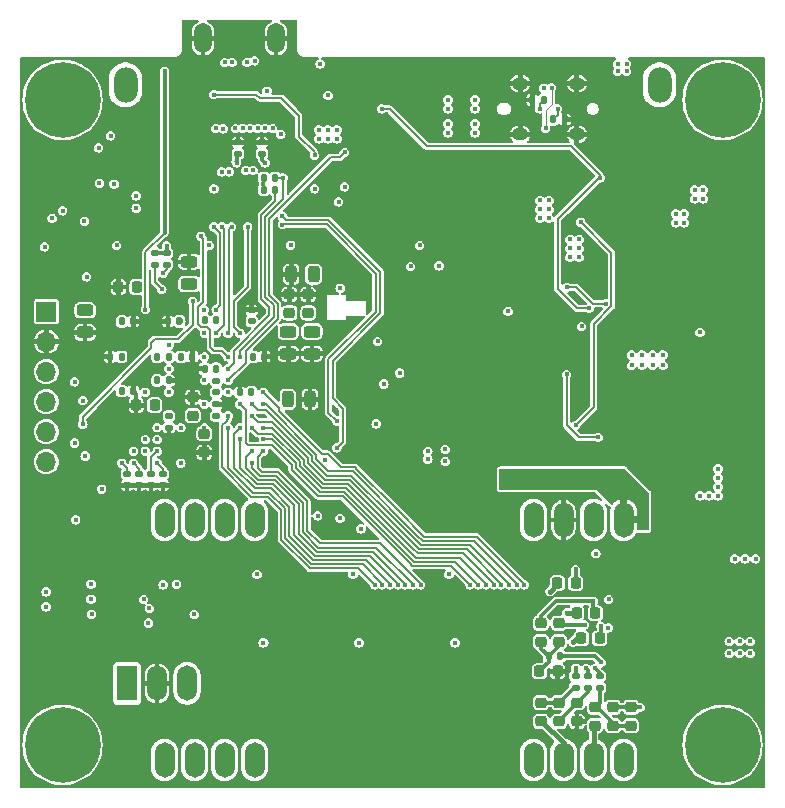
<source format=gbr>
%TF.GenerationSoftware,KiCad,Pcbnew,8.0.7*%
%TF.CreationDate,2025-01-06T22:32:21+01:00*%
%TF.ProjectId,hd_64_v0,68645f36-345f-4763-902e-6b696361645f,0.2*%
%TF.SameCoordinates,PX4737720PY55fe290*%
%TF.FileFunction,Copper,L6,Bot*%
%TF.FilePolarity,Positive*%
%FSLAX46Y46*%
G04 Gerber Fmt 4.6, Leading zero omitted, Abs format (unit mm)*
G04 Created by KiCad (PCBNEW 8.0.7) date 2025-01-06 22:32:21*
%MOMM*%
%LPD*%
G01*
G04 APERTURE LIST*
G04 Aperture macros list*
%AMRoundRect*
0 Rectangle with rounded corners*
0 $1 Rounding radius*
0 $2 $3 $4 $5 $6 $7 $8 $9 X,Y pos of 4 corners*
0 Add a 4 corners polygon primitive as box body*
4,1,4,$2,$3,$4,$5,$6,$7,$8,$9,$2,$3,0*
0 Add four circle primitives for the rounded corners*
1,1,$1+$1,$2,$3*
1,1,$1+$1,$4,$5*
1,1,$1+$1,$6,$7*
1,1,$1+$1,$8,$9*
0 Add four rect primitives between the rounded corners*
20,1,$1+$1,$2,$3,$4,$5,0*
20,1,$1+$1,$4,$5,$6,$7,0*
20,1,$1+$1,$6,$7,$8,$9,0*
20,1,$1+$1,$8,$9,$2,$3,0*%
G04 Aperture macros list end*
%TA.AperFunction,SMDPad,CuDef*%
%ADD10RoundRect,0.218750X0.256250X-0.218750X0.256250X0.218750X-0.256250X0.218750X-0.256250X-0.218750X0*%
%TD*%
%TA.AperFunction,SMDPad,CuDef*%
%ADD11RoundRect,0.147500X-0.172500X0.147500X-0.172500X-0.147500X0.172500X-0.147500X0.172500X0.147500X0*%
%TD*%
%TA.AperFunction,ComponentPad*%
%ADD12O,2.000000X3.000000*%
%TD*%
%TA.AperFunction,ComponentPad*%
%ADD13C,6.400000*%
%TD*%
%TA.AperFunction,SMDPad,CuDef*%
%ADD14RoundRect,0.218750X-0.256250X0.218750X-0.256250X-0.218750X0.256250X-0.218750X0.256250X0.218750X0*%
%TD*%
%TA.AperFunction,ComponentPad*%
%ADD15O,1.346200X1.092200*%
%TD*%
%TA.AperFunction,SMDPad,CuDef*%
%ADD16RoundRect,0.218750X-0.218750X-0.256250X0.218750X-0.256250X0.218750X0.256250X-0.218750X0.256250X0*%
%TD*%
%TA.AperFunction,ComponentPad*%
%ADD17O,1.700000X3.000000*%
%TD*%
%TA.AperFunction,SMDPad,CuDef*%
%ADD18RoundRect,0.147500X-0.147500X-0.172500X0.147500X-0.172500X0.147500X0.172500X-0.147500X0.172500X0*%
%TD*%
%TA.AperFunction,ComponentPad*%
%ADD19O,1.500000X2.550000*%
%TD*%
%TA.AperFunction,ComponentPad*%
%ADD20R,1.700000X1.700000*%
%TD*%
%TA.AperFunction,ComponentPad*%
%ADD21O,1.700000X1.700000*%
%TD*%
%TA.AperFunction,ComponentPad*%
%ADD22R,1.700000X3.000000*%
%TD*%
%TA.AperFunction,SMDPad,CuDef*%
%ADD23RoundRect,0.243750X-0.456250X0.243750X-0.456250X-0.243750X0.456250X-0.243750X0.456250X0.243750X0*%
%TD*%
%TA.AperFunction,SMDPad,CuDef*%
%ADD24RoundRect,0.147500X0.172500X-0.147500X0.172500X0.147500X-0.172500X0.147500X-0.172500X-0.147500X0*%
%TD*%
%TA.AperFunction,SMDPad,CuDef*%
%ADD25RoundRect,0.147500X0.147500X0.172500X-0.147500X0.172500X-0.147500X-0.172500X0.147500X-0.172500X0*%
%TD*%
%TA.AperFunction,SMDPad,CuDef*%
%ADD26RoundRect,0.218750X0.218750X0.256250X-0.218750X0.256250X-0.218750X-0.256250X0.218750X-0.256250X0*%
%TD*%
%TA.AperFunction,SMDPad,CuDef*%
%ADD27RoundRect,0.243750X0.243750X0.456250X-0.243750X0.456250X-0.243750X-0.456250X0.243750X-0.456250X0*%
%TD*%
%TA.AperFunction,SMDPad,CuDef*%
%ADD28RoundRect,0.243750X0.456250X-0.243750X0.456250X0.243750X-0.456250X0.243750X-0.456250X-0.243750X0*%
%TD*%
%TA.AperFunction,SMDPad,CuDef*%
%ADD29RoundRect,0.243750X-0.243750X-0.456250X0.243750X-0.456250X0.243750X0.456250X-0.243750X0.456250X0*%
%TD*%
%TA.AperFunction,ViaPad*%
%ADD30C,0.400000*%
%TD*%
%TA.AperFunction,ViaPad*%
%ADD31C,0.450000*%
%TD*%
%TA.AperFunction,Conductor*%
%ADD32C,0.200000*%
%TD*%
%TA.AperFunction,Conductor*%
%ADD33C,0.300000*%
%TD*%
%TA.AperFunction,Conductor*%
%ADD34C,0.400000*%
%TD*%
%TA.AperFunction,Conductor*%
%ADD35C,1.000000*%
%TD*%
%TA.AperFunction,Conductor*%
%ADD36C,0.120000*%
%TD*%
G04 APERTURE END LIST*
D10*
X45847000Y5816500D03*
X45847000Y7391500D03*
D11*
X48260000Y9629000D03*
X48260000Y8659000D03*
D12*
X54356000Y59690000D03*
D13*
X59690000Y3810000D03*
D14*
X50419000Y7010500D03*
X50419000Y5435500D03*
D11*
X47244000Y8659000D03*
X47244000Y9629000D03*
D15*
X47358000Y55507999D03*
X42558000Y55507999D03*
X47358000Y59808001D03*
X42558000Y59808001D03*
D14*
X44323000Y7391500D03*
X44323000Y5816500D03*
D16*
X47345500Y14986000D03*
X48920500Y14986000D03*
D17*
X20066000Y2540000D03*
X17526000Y2540000D03*
X14986000Y2540000D03*
X12446000Y2540000D03*
D16*
X45694500Y17526000D03*
X47269500Y17526000D03*
D11*
X49276000Y9629000D03*
X49276000Y8659000D03*
D13*
X59690000Y58420000D03*
D14*
X45847000Y14122500D03*
X45847000Y12547500D03*
X51943000Y7010500D03*
X51943000Y5435500D03*
D17*
X51308000Y22860000D03*
X48768000Y22860000D03*
X46228000Y22860000D03*
X43688000Y22860000D03*
D12*
X9144000Y59690000D03*
D16*
X47726500Y12827000D03*
X49301500Y12827000D03*
D18*
X44981000Y11303000D03*
X45951000Y11303000D03*
D19*
X21896000Y63627000D03*
X15696000Y63627000D03*
D14*
X48895000Y7010500D03*
X48895000Y5435500D03*
D17*
X51308000Y2540000D03*
X48768000Y2540000D03*
X46228000Y2540000D03*
X43688000Y2540000D03*
D13*
X3810000Y3810000D03*
D20*
X2438000Y40488000D03*
D21*
X2438000Y37948000D03*
X2438000Y35408000D03*
X2438000Y32868000D03*
X2438000Y30328000D03*
X2438000Y27788000D03*
D14*
X44323000Y14122500D03*
X44323000Y12547500D03*
D10*
X47371000Y7391500D03*
X47371000Y5816500D03*
D17*
X20066000Y22860000D03*
X17526000Y22860000D03*
X14986000Y22860000D03*
X12446000Y22860000D03*
D22*
X9271000Y9017000D03*
D17*
X11811000Y9017000D03*
X14351000Y9017000D03*
D13*
X3810000Y58420000D03*
D16*
X45745500Y10033000D03*
X44170500Y10033000D03*
D23*
X24924000Y38807500D03*
X24924000Y36932500D03*
D18*
X45362000Y56769000D03*
X46332000Y56769000D03*
X15839000Y35670000D03*
X16809000Y35670000D03*
X18839000Y33670000D03*
X19809000Y33670000D03*
D24*
X12824000Y30685000D03*
X12824000Y31655000D03*
D11*
X12319000Y26774000D03*
X12319000Y25804000D03*
D18*
X7839000Y36670000D03*
X8809000Y36670000D03*
D25*
X20909000Y36670000D03*
X19939000Y36670000D03*
D11*
X19824000Y40655000D03*
X19824000Y39685000D03*
D25*
X12804000Y34670000D03*
X11834000Y34670000D03*
X12809000Y36670000D03*
X11839000Y36670000D03*
D24*
X18669000Y53871000D03*
X18669000Y54841000D03*
D11*
X11624000Y45455000D03*
X11624000Y44485000D03*
D26*
X10111500Y42570000D03*
X8536500Y42570000D03*
X11611500Y32570000D03*
X10036500Y32570000D03*
D11*
X9271000Y26774000D03*
X9271000Y25804000D03*
X10287000Y26774000D03*
X10287000Y25804000D03*
D23*
X22924000Y38807500D03*
X22924000Y36932500D03*
D27*
X25061500Y43670000D03*
X23186500Y43670000D03*
D25*
X14809000Y36670000D03*
X13839000Y36670000D03*
X9809000Y33770000D03*
X8839000Y33770000D03*
D24*
X20701000Y53871000D03*
X20701000Y54841000D03*
D10*
X23024000Y40382500D03*
X23024000Y41957500D03*
D25*
X9809000Y39670000D03*
X8839000Y39670000D03*
D11*
X11303000Y26774000D03*
X11303000Y25804000D03*
D23*
X5724000Y40607500D03*
X5724000Y38732500D03*
D10*
X24624000Y40382500D03*
X24624000Y41957500D03*
D11*
X12624000Y45455000D03*
X12624000Y44485000D03*
D18*
X20851000Y51816000D03*
X21821000Y51816000D03*
D11*
X16824000Y34655000D03*
X16824000Y33685000D03*
D25*
X16809000Y39770000D03*
X15839000Y39770000D03*
X44554000Y58420000D03*
X43584000Y58420000D03*
D18*
X12739000Y39670000D03*
X13709000Y39670000D03*
D28*
X14524000Y42832500D03*
X14524000Y44707500D03*
D11*
X16824000Y32655000D03*
X16824000Y31685000D03*
D29*
X22886500Y33070000D03*
X24761500Y33070000D03*
D10*
X14824000Y31682500D03*
X14824000Y33257500D03*
D18*
X20839000Y50800000D03*
X21809000Y50800000D03*
D14*
X15824000Y30157500D03*
X15824000Y28582500D03*
D30*
X29845000Y21463000D03*
X37668886Y22002827D03*
X41275000Y20320000D03*
X25400000Y23206003D03*
X59690000Y13589000D03*
X11104000Y49230000D03*
X21684000Y28260000D03*
X45847000Y9017000D03*
X51943000Y10287000D03*
X48006000Y13970000D03*
X49286563Y16261433D03*
X46609000Y18923000D03*
X44577000Y17272000D03*
X47244000Y18669000D03*
X48753000Y15987000D03*
X48641000Y13716000D03*
X49403000Y13843000D03*
X49657000Y4699000D03*
X47244000Y5080000D03*
X49403000Y10795000D03*
X50038000Y10795000D03*
X48895000Y10287000D03*
X48133000Y10287000D03*
X47272658Y10301329D03*
X55753000Y6604000D03*
X52070000Y16764000D03*
X52578000Y29718000D03*
X37973000Y25273000D03*
X45212000Y55626000D03*
X30607000Y54737000D03*
X36924000Y1270000D03*
X14859000Y16510000D03*
X20193000Y8890000D03*
X6624000Y25070000D03*
X54483000Y57277000D03*
X3937000Y50673000D03*
X16637000Y20828000D03*
X16124000Y56170000D03*
X16637000Y15367000D03*
X30607000Y56642000D03*
X16637000Y18542000D03*
X25527000Y35814000D03*
X32624000Y1270000D03*
X5724000Y33570000D03*
X14824000Y29670000D03*
X34824000Y13370000D03*
X43180000Y10033000D03*
X16256000Y1397000D03*
X62484000Y8763000D03*
X49149000Y49784000D03*
X52832000Y44577000D03*
X18923000Y43180000D03*
X21524000Y17270000D03*
X6731000Y14478000D03*
X30607000Y55753000D03*
X14351000Y11303000D03*
X21590000Y5334000D03*
X23624000Y44970000D03*
X52114000Y52705000D03*
X42164000Y22860000D03*
X17624000Y51770000D03*
X51435000Y30353000D03*
X12824000Y29670000D03*
X22606000Y52705000D03*
X35687000Y22987000D03*
X19177000Y56769000D03*
X16256000Y44704000D03*
X41148000Y24384000D03*
X35179000Y31623000D03*
X41275000Y16764000D03*
X20024000Y16670000D03*
X6731000Y19177000D03*
X34524000Y9270000D03*
X15524000Y57390000D03*
X37211000Y32893000D03*
X21463000Y19431000D03*
X59436000Y18669000D03*
X51689000Y53213000D03*
X31877000Y16764000D03*
X27813000Y16764000D03*
X57404000Y17907000D03*
X12824000Y30670000D03*
X62484000Y9779000D03*
X31924000Y39370000D03*
X44929342Y42276671D03*
X6424000Y37670000D03*
X29624000Y17170000D03*
X53213000Y51816000D03*
X48514000Y10795000D03*
X46482000Y53086000D03*
X6223000Y18034000D03*
X30607000Y51943000D03*
X59182000Y43942000D03*
X45945342Y15254329D03*
X17824000Y37670000D03*
X50546000Y39370000D03*
X18415000Y20828000D03*
X12446000Y20828000D03*
X42545000Y16764000D03*
X31024000Y28470000D03*
X36322000Y9525000D03*
X25724000Y33870000D03*
X33528000Y36576000D03*
X42926000Y19304000D03*
X7824000Y36670000D03*
X9398000Y49784000D03*
X38124000Y45570000D03*
X52832000Y43053000D03*
X38862000Y48514000D03*
X40640000Y6985000D03*
X33824000Y32570000D03*
X32258000Y29845000D03*
X50292000Y29718000D03*
X5024000Y12770000D03*
X39497000Y52451000D03*
X16524000Y53270000D03*
X9525000Y16891000D03*
X50624000Y13770000D03*
X34544000Y48768000D03*
X59944000Y34290000D03*
X45466000Y53086000D03*
X40005000Y16764000D03*
X22352000Y57531000D03*
X16637000Y11303000D03*
X10824000Y30670000D03*
X13824000Y29670000D03*
X34798000Y24270000D03*
X33147000Y58801000D03*
X11824000Y31670000D03*
X61595000Y39751000D03*
X58928000Y14859000D03*
X20824000Y31670000D03*
X12824000Y28670000D03*
X26524000Y29591000D03*
X28067000Y32893000D03*
X50546000Y40005000D03*
X14351000Y26289000D03*
X25146000Y22606000D03*
X18415000Y9906000D03*
X28575000Y7366000D03*
X10541000Y46355000D03*
X29845000Y51943000D03*
X9824000Y33670000D03*
X8255000Y42291000D03*
X22724000Y36770000D03*
X16989342Y61326671D03*
X42524000Y13670000D03*
X7824000Y40670000D03*
X59436000Y22352000D03*
X8763000Y5461000D03*
X2624000Y20970000D03*
X24765000Y56007000D03*
X38735000Y16764000D03*
X12824000Y36670000D03*
X33401000Y27686000D03*
X38989000Y43180000D03*
X12324000Y43070000D03*
X7824000Y31670000D03*
D31*
X26924000Y54070000D03*
D30*
X14824000Y30670000D03*
X13824000Y31670000D03*
D31*
X20824000Y40670000D03*
D30*
X30480000Y26162000D03*
X25324000Y36770000D03*
X37624000Y17170000D03*
X37719000Y40259000D03*
X45339000Y32639000D03*
X56261000Y54102000D03*
X59436000Y20574000D03*
X30226000Y45720000D03*
X18415000Y7112000D03*
X22987000Y14351000D03*
X33528000Y58166000D03*
X14351000Y61468000D03*
X52705000Y33274000D03*
X3429000Y34163000D03*
X52705000Y34798000D03*
X24964000Y30070000D03*
X34417000Y16764000D03*
X8824000Y29670000D03*
X47498000Y1270000D03*
X12319000Y19304000D03*
X55880000Y29718000D03*
X18415000Y15367000D03*
X5842000Y54483000D03*
X12824000Y39670000D03*
X43942000Y39878000D03*
X13081000Y58570000D03*
X35362000Y38664000D03*
X22225000Y56261000D03*
X24324000Y35270000D03*
X23324000Y37170000D03*
X42418000Y5461000D03*
X26824000Y11470000D03*
X52832000Y43815000D03*
X51943000Y34036000D03*
X18824000Y39670000D03*
X4324000Y24670000D03*
X23876000Y31369000D03*
X32893000Y3170000D03*
X46863000Y42037000D03*
X16637000Y8382000D03*
X49657000Y53721000D03*
X9525000Y43815000D03*
X31024000Y32770000D03*
X40259000Y21463000D03*
X6858000Y42418000D03*
X59436000Y21463000D03*
X44958000Y1270000D03*
X30607000Y16764000D03*
X29824000Y41770000D03*
X28524000Y49870000D03*
X46609000Y10287000D03*
X14824000Y28670000D03*
X55245000Y39243000D03*
X5024000Y37670000D03*
X11430000Y25146000D03*
X35524000Y12370000D03*
X27159478Y23569088D03*
X61722000Y30988000D03*
X16824000Y36670000D03*
X23876000Y6985000D03*
X33909000Y58801000D03*
X7724000Y25908000D03*
X27686000Y50419000D03*
X15024000Y44770000D03*
X51943000Y33274000D03*
X14824000Y36670000D03*
X49414000Y50870000D03*
X14097000Y56261000D03*
X13970000Y52705000D03*
X13716000Y60198000D03*
X51816000Y29718000D03*
X61595000Y48133000D03*
X25400000Y24257000D03*
X51816000Y39370000D03*
X51181000Y40005000D03*
X35560000Y52451000D03*
X26670000Y56769000D03*
X41656000Y46228000D03*
X20824000Y27670000D03*
X5946835Y27712912D03*
X19658833Y51920426D03*
X15024000Y4572000D03*
X5207000Y53721000D03*
X47498000Y24003000D03*
X3429000Y29083000D03*
X19177000Y53213000D03*
X52070000Y44577000D03*
X29337000Y38100000D03*
X3810000Y26543000D03*
X36524000Y3170000D03*
X14124000Y54570000D03*
X31369000Y6985000D03*
X58928000Y15621000D03*
X21124000Y50070000D03*
X58293000Y17907000D03*
X21924000Y53170000D03*
X52705000Y34036000D03*
X13824000Y37670000D03*
X27686000Y3170000D03*
X51943000Y34798000D03*
X55626000Y43815000D03*
X10541000Y15494000D03*
X50673000Y8128000D03*
X35433000Y36251000D03*
X52578000Y8001000D03*
X52070000Y43815000D03*
X7824000Y27670000D03*
X27813000Y38989000D03*
X30353000Y48260000D03*
X57277000Y7620000D03*
X33147000Y16764000D03*
X13335000Y51943000D03*
X28067000Y21971000D03*
X26924000Y32131000D03*
X30734000Y1270000D03*
X59055000Y52832000D03*
X39370000Y35052000D03*
X35052000Y46101000D03*
X59436000Y19685000D03*
X18824000Y31670000D03*
X17794329Y62131658D03*
X18824000Y33670000D03*
X28448000Y9144000D03*
X5334000Y44196000D03*
X4318000Y9652000D03*
X44704000Y36703000D03*
X1270000Y15240000D03*
X14478000Y13081000D03*
X7124000Y22270000D03*
X54737000Y2667000D03*
X12824000Y32670000D03*
X17024000Y48270000D03*
X47371000Y11938000D03*
X26797000Y46101000D03*
X24424000Y44970000D03*
X45466000Y37211000D03*
X39024000Y26570000D03*
X16824000Y32670000D03*
X37973000Y43434000D03*
X11274000Y56000000D03*
X48768000Y19304000D03*
X51054000Y29718000D03*
X27305000Y1143000D03*
X31369000Y51943000D03*
X33274000Y31623000D03*
X38924000Y30070000D03*
X1905000Y50673000D03*
X20701000Y61849000D03*
X50038000Y8128000D03*
X16824000Y39670000D03*
X44958000Y24003000D03*
X24384000Y57785000D03*
X15824000Y37670000D03*
X34417000Y7112000D03*
X3429000Y31623000D03*
X13462000Y49270000D03*
X58928000Y16383000D03*
X27524000Y43070000D03*
X5724000Y37670000D03*
X8324000Y20170000D03*
X27432000Y57658000D03*
X39124000Y44770000D03*
X32258000Y42418000D03*
X15824000Y27670000D03*
X54991000Y23622000D03*
X16637000Y6223000D03*
X15824000Y33670000D03*
X6324000Y51370000D03*
X11444000Y53420000D03*
X41529000Y34290000D03*
X1824000Y22570000D03*
X23024000Y41970000D03*
X3424000Y23870000D03*
X12424000Y4572000D03*
X22924000Y43270000D03*
X30988000Y35306000D03*
X42926000Y11811000D03*
X50038000Y47752000D03*
X15824000Y35670000D03*
X18796000Y61976000D03*
X51181000Y39370000D03*
X16637000Y42799000D03*
X23424000Y43670000D03*
X19824000Y29670000D03*
X49022000Y48641000D03*
X20024000Y20828000D03*
X41910000Y42164000D03*
X20824000Y36670000D03*
X54229000Y29718000D03*
X52070000Y43053000D03*
X6924000Y48170000D03*
X14986000Y20828000D03*
X16824000Y34670000D03*
X12824000Y27670000D03*
X21724000Y37870000D03*
X1905000Y12954000D03*
X55499000Y26416000D03*
X8763000Y15367000D03*
X15875000Y25908000D03*
X18796000Y1397000D03*
X58928000Y17145000D03*
X22479000Y1270000D03*
X33528000Y37338000D03*
X10824000Y37670000D03*
X19824000Y48270000D03*
X25024000Y15970000D03*
X43307000Y7112000D03*
X51816000Y40005000D03*
X45974000Y52578000D03*
X10911450Y13553128D03*
X38024000Y28870000D03*
X42926000Y51943000D03*
X26624000Y13470000D03*
X9271000Y55626000D03*
X34624000Y33670000D03*
X38024000Y27770000D03*
X50038000Y1270000D03*
X44831000Y47498000D03*
X6350000Y16764000D03*
X6924000Y46070000D03*
X15824000Y31670000D03*
X5824000Y30370000D03*
X14624000Y45970000D03*
X1778000Y43053000D03*
X21909502Y48178699D03*
X42799000Y31242000D03*
X27424000Y36270000D03*
X2921000Y51689000D03*
X52578000Y53213000D03*
X44450000Y44577000D03*
X17724000Y48270000D03*
X31496000Y5588000D03*
X9824000Y39670000D03*
X12824000Y34670000D03*
X1651000Y18669000D03*
X18415000Y17907000D03*
X19645244Y62155448D03*
X62484000Y7874000D03*
X16637000Y50892000D03*
X8171000Y51294000D03*
X54653000Y35941000D03*
X19824000Y36670000D03*
X56452000Y48768000D03*
X56452000Y48006000D03*
X51986000Y35941000D03*
X19824000Y33670000D03*
X52875000Y36830000D03*
X38735000Y56388000D03*
X27686000Y51054000D03*
X23124000Y33470000D03*
X55733000Y48006000D03*
X14963000Y14859000D03*
X23024000Y40370000D03*
X2436000Y16764000D03*
X10124000Y42570000D03*
X12624000Y46070000D03*
X54653000Y36830000D03*
X26058000Y27940000D03*
D31*
X28924000Y12470000D03*
D30*
X13824000Y39670000D03*
X22624000Y33070000D03*
X4826000Y34544000D03*
D31*
X20824000Y12470000D03*
D30*
X41529000Y40513000D03*
X5324000Y40370000D03*
X8824000Y33670000D03*
X52875000Y35941000D03*
X12324000Y17370000D03*
X6858000Y54356000D03*
X5724000Y40870000D03*
X23124000Y32670000D03*
X36218000Y28829000D03*
X28404000Y18244000D03*
X51986000Y36830000D03*
X2286000Y45974000D03*
X25146000Y50892000D03*
X19824000Y39670000D03*
X6124000Y40370000D03*
X27178000Y49784000D03*
X36449000Y56388000D03*
X6941500Y51370000D03*
X30376000Y30988000D03*
X2413000Y15494000D03*
X15824000Y39670000D03*
X5842000Y43434000D03*
D31*
X37024000Y12470000D03*
D30*
X5671500Y48159500D03*
X36532000Y18244000D03*
X7874000Y55372000D03*
X8824000Y36670000D03*
X55733000Y48768000D03*
X3810000Y49022000D03*
X24424000Y40570000D03*
X2921000Y48387000D03*
X8382000Y46101000D03*
X36449000Y55626000D03*
X20276000Y18244000D03*
X4826000Y29370000D03*
X13462000Y17410000D03*
X53764000Y36830000D03*
X53764000Y35941000D03*
X8824000Y39670000D03*
X38735000Y55626000D03*
X34739500Y28661000D03*
X20824000Y51270000D03*
X4924000Y22870000D03*
X25527000Y55880000D03*
X26289000Y55118000D03*
X27051000Y55118000D03*
X26289000Y55880000D03*
X20955000Y53086000D03*
X25527000Y55118000D03*
X27051000Y55880000D03*
X18542000Y53086000D03*
X22285000Y55499000D03*
X44239000Y49149000D03*
X14924000Y43070000D03*
X23124000Y46117000D03*
X11824000Y34670000D03*
X44239000Y48387000D03*
X14124000Y43070000D03*
X11824000Y32670000D03*
X47688500Y48069500D03*
X16224000Y46101000D03*
X11824000Y36670000D03*
X45001000Y49149000D03*
X14524000Y42570000D03*
X12824000Y37670000D03*
X45001000Y48387000D03*
X44239000Y49911000D03*
X47244000Y30861000D03*
X45001000Y49911000D03*
X29083000Y22098000D03*
X30252000Y17370000D03*
X17824000Y31670000D03*
X30889712Y17371840D03*
X17824000Y30670000D03*
X31552000Y17370000D03*
X18824000Y30670000D03*
X32202000Y17370000D03*
X18824000Y29670000D03*
X32827003Y17370000D03*
X19824000Y28670000D03*
X33452006Y17370000D03*
X19824000Y27670000D03*
X20824000Y28670000D03*
X34124000Y17370000D03*
X18824000Y32670000D03*
X38324000Y17370000D03*
X20824000Y29670000D03*
X39024000Y17370000D03*
X19824000Y30670000D03*
X39649003Y17370000D03*
X40324000Y17370000D03*
X20824000Y30670000D03*
X40949003Y17370000D03*
X19824000Y31670000D03*
X19824000Y32670000D03*
X41624000Y17370000D03*
X42249003Y17370000D03*
X20824000Y32670000D03*
X42924000Y17370000D03*
X20824000Y33670000D03*
X36218000Y27813000D03*
X35687000Y44368000D03*
X62032500Y12573000D03*
X60254500Y11557000D03*
X34739500Y28011000D03*
X61143500Y11557000D03*
X34036000Y46101000D03*
X30480000Y37973000D03*
X50038000Y16129000D03*
X32359500Y35301000D03*
X31024000Y34370000D03*
X62032500Y11557000D03*
X60254500Y12573000D03*
X52705000Y6985000D03*
X33274000Y44323000D03*
X50026529Y13714943D03*
X61143500Y12573000D03*
X16624000Y58870000D03*
X25146000Y53721000D03*
X17824000Y36670000D03*
X15524000Y46870000D03*
X16824000Y40670000D03*
X16624000Y47670000D03*
X17324000Y47670000D03*
X16824000Y38670000D03*
X18124000Y47662893D03*
X17824000Y38670000D03*
X19485000Y47670000D03*
X18824000Y38670000D03*
X27028000Y31242000D03*
X22424000Y47870000D03*
X22424000Y48570000D03*
X27028000Y28956000D03*
X22479000Y51816000D03*
X18824000Y36670000D03*
X17824000Y35670000D03*
X21809000Y50800000D03*
X20066000Y61722000D03*
X21590000Y56007000D03*
X19431000Y61595000D03*
X20955000Y56007000D03*
X20320000Y56007000D03*
X19939000Y52451000D03*
X19304000Y52451000D03*
X19685000Y56007000D03*
X19050000Y56016119D03*
X18161000Y61595000D03*
X17526000Y61595000D03*
X18450094Y56005350D03*
X17922875Y52324000D03*
X17399000Y55982750D03*
X16764000Y56007000D03*
X17272000Y52324000D03*
X17824000Y33670000D03*
X27324000Y42470000D03*
X11824000Y28670000D03*
X11824000Y27670000D03*
X46779000Y45847000D03*
X47541000Y45085000D03*
X16824000Y35670000D03*
X24524000Y38670000D03*
X46779000Y45085000D03*
X15824000Y34670000D03*
X15824000Y32670000D03*
X16824000Y31670000D03*
X22924000Y39070000D03*
X15824000Y30670000D03*
X14824000Y31670000D03*
X24824000Y43270000D03*
X47541000Y46609000D03*
X12824000Y33670000D03*
X22524000Y38570000D03*
X16824000Y33670000D03*
X47541000Y45847000D03*
X25324000Y43670000D03*
X46779000Y46609000D03*
X13824000Y36670000D03*
X24924000Y39070000D03*
X12824000Y31670000D03*
X13824000Y30670000D03*
X15824000Y36670000D03*
X12824000Y35670000D03*
X9824000Y27670000D03*
X42037000Y26416000D03*
X42037000Y25781000D03*
X43307000Y25781000D03*
X42672000Y26416000D03*
X41402000Y25781000D03*
X43307000Y26416000D03*
X42672000Y25781000D03*
X41402000Y26416000D03*
X49149000Y29845000D03*
X46482000Y35179000D03*
X5524000Y32970000D03*
X15824000Y40670000D03*
X5524000Y30970000D03*
X14824000Y41370000D03*
X5724000Y28270000D03*
X15824000Y38670000D03*
X49319000Y51816000D03*
X30861000Y57658000D03*
X48387000Y40767000D03*
X46482000Y14986000D03*
X45085000Y16789500D03*
X47053500Y12509500D03*
X12324000Y43770000D03*
X6268997Y14870000D03*
X11824000Y30670000D03*
X12219022Y42370000D03*
X10668000Y16129000D03*
X11824000Y29670000D03*
X6223000Y17410000D03*
X10824000Y29670000D03*
X11168000Y15367000D03*
X13824000Y27670000D03*
X10824000Y28670000D03*
X11080750Y14128750D03*
X9824000Y28670000D03*
X6223000Y16140000D03*
X25624000Y61468000D03*
X57785000Y24892000D03*
X59309000Y24892000D03*
X21124000Y59170000D03*
X50800000Y61468000D03*
X50800000Y60833000D03*
X59309000Y26416000D03*
X51562000Y61468000D03*
X51562000Y60833000D03*
X59309000Y27178000D03*
X26289000Y58801000D03*
X59309000Y25654000D03*
X58547000Y24892000D03*
X58039000Y50800000D03*
X57320000Y50800000D03*
X60706000Y19558000D03*
X38735000Y57658000D03*
X36449000Y57658000D03*
X47752000Y39243000D03*
X36449000Y58420000D03*
X57785000Y38735000D03*
X38735000Y58420000D03*
X61595000Y19558000D03*
X62484000Y19558000D03*
X57320000Y50038000D03*
X58039000Y50038000D03*
X7124000Y25470000D03*
X10824000Y33670000D03*
X49784000Y41148000D03*
X46482000Y42545000D03*
X45212000Y59436000D03*
X44704000Y56007000D03*
X10053000Y50301000D03*
X10053000Y49239000D03*
X44564000Y59420000D03*
X10824000Y40670000D03*
X12446000Y60858500D03*
X45720000Y57658000D03*
X44196000Y57658000D03*
X8824000Y27670000D03*
X27686000Y53975000D03*
X17824000Y34670000D03*
X27305000Y22987000D03*
X48958500Y20002500D03*
D32*
X19324000Y32170000D02*
X18824000Y32670000D01*
X19324000Y29370000D02*
X19324000Y32170000D01*
X19524000Y29170000D02*
X19324000Y29370000D01*
X21556238Y29170000D02*
X19524000Y29170000D01*
X23204000Y27117044D02*
X23204000Y27522238D01*
X25451044Y24870000D02*
X23204000Y27117044D01*
X27524000Y24870000D02*
X25451044Y24870000D01*
X33218974Y19175026D02*
X27524000Y24870000D01*
X33423999Y18970000D02*
X33218974Y19175026D01*
X23204000Y27522238D02*
X21556238Y29170000D01*
X36724000Y18970000D02*
X33423999Y18970000D01*
X38324000Y17370000D02*
X36724000Y18970000D01*
X21551212Y29670000D02*
X20824000Y29670000D01*
X23554000Y27262018D02*
X23554000Y27667212D01*
X25596018Y25220000D02*
X23554000Y27262018D01*
X27668974Y25220000D02*
X25596018Y25220000D01*
X23554000Y27667212D02*
X21551212Y29670000D01*
X37081107Y19320000D02*
X33568974Y19320000D01*
X33568974Y19320000D02*
X27668974Y25220000D01*
X39024000Y17377107D02*
X37081107Y19320000D01*
X39024000Y17370000D02*
X39024000Y17377107D01*
X20324000Y30170000D02*
X19824000Y30670000D01*
X21546186Y30170000D02*
X20324000Y30170000D01*
X23904000Y27812186D02*
X21546186Y30170000D01*
X23904000Y27406993D02*
X23904000Y27812186D01*
X25740993Y25570000D02*
X23904000Y27406993D01*
X33724000Y19670000D02*
X27824000Y25570000D01*
X39649003Y17452104D02*
X37431107Y19670000D01*
X39649003Y17370000D02*
X39649003Y17452104D01*
X37431107Y19670000D02*
X33724000Y19670000D01*
X27824000Y25570000D02*
X25740993Y25570000D01*
X21541160Y30670000D02*
X20824000Y30670000D01*
X24254000Y27957160D02*
X21541160Y30670000D01*
X33471487Y20417488D02*
X27968975Y25920000D01*
X33868974Y20020000D02*
X33471487Y20417488D01*
X25885968Y25920000D02*
X24254000Y27551968D01*
X37706110Y20020000D02*
X33868974Y20020000D01*
X24254000Y27551968D02*
X24254000Y27957160D01*
X40324000Y17402110D02*
X37706110Y20020000D01*
X27968975Y25920000D02*
X25885968Y25920000D01*
X40324000Y17370000D02*
X40324000Y17402110D01*
X20324000Y31170000D02*
X19824000Y31670000D01*
X21536134Y31170000D02*
X20324000Y31170000D01*
X24604000Y27696943D02*
X24604000Y28102134D01*
X28124000Y26270000D02*
X26030943Y26270000D01*
X34024000Y20370000D02*
X28124000Y26270000D01*
X26030943Y26270000D02*
X24604000Y27696943D01*
X38031107Y20370000D02*
X34024000Y20370000D01*
X40949003Y17452104D02*
X38031107Y20370000D01*
X24604000Y28102134D02*
X21536134Y31170000D01*
X40949003Y17370000D02*
X40949003Y17452104D01*
X21031108Y32170000D02*
X20324000Y32170000D01*
X24954000Y28247108D02*
X21031108Y32170000D01*
X24954000Y27841918D02*
X24954000Y28247108D01*
X28274000Y26620000D02*
X26175918Y26620000D01*
X31765000Y23129000D02*
X28274000Y26620000D01*
X31765000Y23123974D02*
X31765000Y23129000D01*
X34168974Y20720000D02*
X31765000Y23123974D01*
X38306110Y20720000D02*
X34168974Y20720000D01*
X41624000Y17402110D02*
X38306110Y20720000D01*
X26175918Y26620000D02*
X24954000Y27841918D01*
X20324000Y32170000D02*
X19824000Y32670000D01*
X41624000Y17370000D02*
X41624000Y17402110D01*
X25304000Y28392082D02*
X21026082Y32670000D01*
X25304000Y27986893D02*
X25304000Y28392082D01*
X26320893Y26970000D02*
X25304000Y27986893D01*
X33851474Y21537500D02*
X28418974Y26970000D01*
X33851474Y21532474D02*
X33851474Y21537500D01*
X34301948Y21082000D02*
X33851474Y21532474D01*
X28418974Y26970000D02*
X26320893Y26970000D01*
X39312054Y20389054D02*
X38619108Y21082000D01*
X38619108Y21082000D02*
X34301948Y21082000D01*
X42249003Y17452104D02*
X39312054Y20389054D01*
X21026082Y32670000D02*
X20824000Y32670000D01*
X42249003Y17370000D02*
X42249003Y17452104D01*
X22163000Y32331000D02*
X20824000Y33670000D01*
X22163000Y32051000D02*
X22163000Y32331000D01*
X25774000Y28440000D02*
X22163000Y32051000D01*
X26265107Y28440000D02*
X25774000Y28440000D01*
X28563949Y27320000D02*
X27385107Y27320000D01*
X28768974Y27114975D02*
X28563949Y27320000D01*
X27385107Y27320000D02*
X26265107Y28440000D01*
X32113948Y23770000D02*
X28768974Y27114975D01*
X34451948Y21432000D02*
X32113948Y23770000D01*
X42924000Y17402110D02*
X38894110Y21432000D01*
X38894110Y21432000D02*
X34451948Y21432000D01*
X42924000Y17370000D02*
X42924000Y17402110D01*
D33*
X45999500Y13970000D02*
X45847000Y14122500D01*
X48006000Y13970000D02*
X45999500Y13970000D01*
X45593000Y16002000D02*
X44323000Y14732000D01*
X48738000Y16002000D02*
X45593000Y16002000D01*
X48753000Y15987000D02*
X48738000Y16002000D01*
X44323000Y14732000D02*
X44323000Y14122500D01*
X48753000Y15153500D02*
X48920500Y14986000D01*
X48753000Y15987000D02*
X48753000Y15153500D01*
D34*
X46482000Y14986000D02*
X47345500Y14986000D01*
D33*
X47244000Y17551500D02*
X47269500Y17526000D01*
X47244000Y18669000D02*
X47244000Y17551500D01*
D34*
X45694500Y17399000D02*
X45694500Y17526000D01*
X45085000Y16789500D02*
X45694500Y17399000D01*
D33*
X49403000Y12928500D02*
X49301500Y12827000D01*
X49403000Y13843000D02*
X49403000Y12928500D01*
D34*
X47371000Y12827000D02*
X47726500Y12827000D01*
X47053500Y12509500D02*
X47371000Y12827000D01*
D33*
X48853000Y11345000D02*
X45993000Y11345000D01*
X45993000Y11345000D02*
X45951000Y11303000D01*
X49403000Y10795000D02*
X48853000Y11345000D01*
X44981000Y10843500D02*
X44170500Y10033000D01*
X44981000Y11303000D02*
X44981000Y10843500D01*
X45847000Y12169000D02*
X44981000Y11303000D01*
X45847000Y12547500D02*
X45847000Y12169000D01*
X44323000Y11961000D02*
X44981000Y11303000D01*
X44323000Y12547500D02*
X44323000Y11961000D01*
D34*
X44348500Y5816500D02*
X44323000Y5816500D01*
X46228000Y2540000D02*
X46228000Y3937000D01*
D33*
X44323000Y7391500D02*
X45847000Y7391500D01*
D34*
X46228000Y3937000D02*
X44348500Y5816500D01*
D33*
X47114500Y8659000D02*
X45847000Y7391500D01*
X47244000Y8659000D02*
X47114500Y8659000D01*
X47371000Y7391500D02*
X45847000Y5867500D01*
X45847000Y5867500D02*
X45847000Y5816500D01*
X48260000Y8280500D02*
X47371000Y7391500D01*
X48260000Y8659000D02*
X48260000Y8280500D01*
D34*
X48768000Y2540000D02*
X48768000Y5308500D01*
D33*
X49276000Y7391500D02*
X48895000Y7010500D01*
X49060000Y7010500D02*
X48895000Y7010500D01*
X50419000Y5651500D02*
X49060000Y7010500D01*
X50419000Y5435500D02*
X50419000Y5651500D01*
X49276000Y8659000D02*
X49276000Y7391500D01*
D34*
X48768000Y5308500D02*
X48895000Y5435500D01*
D33*
X47286000Y10260818D02*
X47286000Y9671000D01*
X47272658Y10274160D02*
X47286000Y10260818D01*
X47272658Y10301329D02*
X47272658Y10274160D01*
X47286000Y9671000D02*
X47244000Y9629000D01*
X49276000Y9906000D02*
X48895000Y10287000D01*
X49276000Y9629000D02*
X49276000Y9906000D01*
X48260000Y10160000D02*
X48133000Y10287000D01*
X48260000Y9629000D02*
X48260000Y10160000D01*
X52679500Y7010500D02*
X50419000Y7010500D01*
X51943000Y5435500D02*
X50419000Y5435500D01*
X9909000Y33670000D02*
X9824000Y33670000D01*
X10036500Y33542500D02*
X9909000Y33670000D01*
X15824000Y28582500D02*
X15824000Y27670000D01*
X10036500Y32570000D02*
X10036500Y33542500D01*
X9824000Y33670000D02*
X9824000Y33755000D01*
X9824000Y33755000D02*
X9809000Y33770000D01*
D32*
X20851000Y51297000D02*
X20851000Y51816000D01*
X20824000Y51270000D02*
X20851000Y51297000D01*
X20824000Y50815000D02*
X20839000Y50800000D01*
D33*
X12624000Y45455000D02*
X12624000Y46070000D01*
D32*
X20824000Y51270000D02*
X20824000Y50815000D01*
D33*
X11624000Y45455000D02*
X12624000Y45455000D01*
X18542000Y53744000D02*
X18669000Y53871000D01*
X18542000Y53086000D02*
X18542000Y53744000D01*
X20955000Y53086000D02*
X20701000Y53340000D01*
X20701000Y53340000D02*
X20701000Y53871000D01*
D32*
X18542000Y53086000D02*
X18415000Y53213000D01*
X48768000Y39424893D02*
X50284000Y40940893D01*
X48768000Y32385000D02*
X48768000Y39424893D01*
X50284000Y45474000D02*
X47688500Y48069500D01*
X47244000Y30861000D02*
X48768000Y32385000D01*
X50284000Y40940893D02*
X50284000Y45474000D01*
X24734050Y18770000D02*
X22324000Y21180050D01*
X17324000Y27300151D02*
X17324000Y30877107D01*
X17624000Y31170000D02*
X17824000Y31370000D01*
X17324000Y30877107D02*
X17616893Y31170000D01*
X21185078Y24824000D02*
X19800151Y24824000D01*
X22324000Y21180050D02*
X22324000Y23685078D01*
X19800151Y24824000D02*
X17324000Y27300151D01*
X17824000Y31370000D02*
X17824000Y31670000D01*
X17616893Y31170000D02*
X17624000Y31170000D01*
X22324000Y23685078D02*
X21185078Y24824000D01*
X30252000Y17370000D02*
X28852000Y18770000D01*
X28852000Y18770000D02*
X24734050Y18770000D01*
X22674000Y21325026D02*
X22674000Y23830052D01*
X30889712Y17439395D02*
X29209107Y19120000D01*
X29209107Y19120000D02*
X24879026Y19120000D01*
X22674000Y23830052D02*
X21330052Y25174000D01*
X17824000Y27295126D02*
X17824000Y30670000D01*
X30889712Y17371840D02*
X30889712Y17439395D01*
X21330052Y25174000D02*
X19945126Y25174000D01*
X24879026Y19120000D02*
X22674000Y21325026D01*
X19945126Y25174000D02*
X17824000Y27295126D01*
X18324000Y30170000D02*
X18824000Y30670000D01*
X18324000Y27290101D02*
X18324000Y30170000D01*
X23024000Y23975026D02*
X21475026Y25524000D01*
X31552000Y17416659D02*
X29498659Y19470000D01*
X31552000Y17370000D02*
X31552000Y17416659D01*
X20090101Y25524000D02*
X18324000Y27290101D01*
X25024000Y19470000D02*
X23024000Y21470000D01*
X29498659Y19470000D02*
X25024000Y19470000D01*
X21475026Y25524000D02*
X20090101Y25524000D01*
X23024000Y21470000D02*
X23024000Y23975026D01*
X23374000Y24120000D02*
X21620000Y25874000D01*
X23374000Y21614974D02*
X23374000Y24120000D01*
X25168974Y19820000D02*
X23374000Y21614974D01*
X21620000Y25874000D02*
X20235076Y25874000D01*
X32202000Y17427107D02*
X29809107Y19820000D01*
X32202000Y17370000D02*
X32202000Y17427107D01*
X18824000Y27285076D02*
X18824000Y29670000D01*
X29809107Y19820000D02*
X25168974Y19820000D01*
X20235076Y25874000D02*
X18824000Y27285076D01*
X20380051Y26224000D02*
X19321487Y27282564D01*
X19321487Y27282564D02*
X19321487Y28167487D01*
X23824000Y24170000D02*
X21770000Y26224000D01*
X23824000Y21670000D02*
X23824000Y24170000D01*
X19321487Y28167487D02*
X19824000Y28670000D01*
X21770000Y26224000D02*
X20380051Y26224000D01*
X32827003Y17452104D02*
X30109107Y20170000D01*
X32827003Y17370000D02*
X32827003Y17452104D01*
X30109107Y20170000D02*
X25324000Y20170000D01*
X25324000Y20170000D02*
X23824000Y21670000D01*
X33452006Y17452104D02*
X30384110Y20520000D01*
X30384110Y20520000D02*
X25468974Y20520000D01*
X24174000Y24314974D02*
X21914974Y26574000D01*
X19824000Y27275025D02*
X19824000Y27670000D01*
X20525025Y26574000D02*
X19824000Y27275025D01*
X25468974Y20520000D02*
X24174000Y21814974D01*
X21914974Y26574000D02*
X20525025Y26574000D01*
X24174000Y21814974D02*
X24174000Y24314974D01*
X33452006Y17370000D02*
X33452006Y17452104D01*
X20324000Y27270000D02*
X20324000Y28170000D01*
X22059949Y26924000D02*
X20670000Y26924000D01*
X20324000Y28170000D02*
X20824000Y28670000D01*
X24524000Y24459949D02*
X22059949Y26924000D01*
X34124000Y17370000D02*
X34124000Y17405113D01*
X30659113Y20870000D02*
X25613948Y20870000D01*
X25613948Y20870000D02*
X24524000Y21959948D01*
X34124000Y17405113D02*
X30659113Y20870000D01*
X24524000Y21959948D02*
X24524000Y24459949D01*
X20670000Y26924000D02*
X20324000Y27270000D01*
X25146000Y53990818D02*
X23824000Y55312818D01*
X25146000Y53721000D02*
X25146000Y53990818D01*
X20224000Y58870000D02*
X16624000Y58870000D01*
X23824000Y57075000D02*
X22329000Y58570000D01*
X22329000Y58570000D02*
X20524000Y58570000D01*
X23824000Y55312818D02*
X23824000Y57075000D01*
X20524000Y58570000D02*
X20224000Y58870000D01*
X15524000Y46870000D02*
X15724000Y46670000D01*
X15724000Y41277107D02*
X15294000Y40847107D01*
X15552762Y39170000D02*
X16074000Y39170000D01*
X17324000Y37170000D02*
X17824000Y36670000D01*
X15294000Y40847107D02*
X15294000Y39428762D01*
X16616893Y37170000D02*
X17324000Y37170000D01*
X15294000Y39428762D02*
X15552762Y39170000D01*
X16074000Y39170000D02*
X16324000Y38920000D01*
X15724000Y46670000D02*
X15724000Y41277107D01*
X16324000Y38920000D02*
X16324000Y37462893D01*
X16324000Y37462893D02*
X16616893Y37170000D01*
X16624000Y47670000D02*
X16824000Y47470000D01*
X17174000Y41020000D02*
X16824000Y40670000D01*
X16824000Y47462893D02*
X17174000Y47112893D01*
X17174000Y47112893D02*
X17174000Y41020000D01*
X16824000Y47470000D02*
X16824000Y47462893D01*
X17524000Y39370000D02*
X16824000Y38670000D01*
X17524000Y47470000D02*
X17524000Y39370000D01*
X17324000Y47670000D02*
X17524000Y47470000D01*
X17924000Y38770000D02*
X17824000Y38670000D01*
X17924000Y47462893D02*
X17924000Y38770000D01*
X18124000Y47662893D02*
X17924000Y47462893D01*
X19485000Y47670000D02*
X19485000Y42599000D01*
X18324000Y39170000D02*
X18824000Y38670000D01*
X19485000Y42599000D02*
X18324000Y41438000D01*
X18324000Y41438000D02*
X18324000Y39170000D01*
X26324000Y31946000D02*
X26324000Y36470975D01*
X27028000Y31242000D02*
X26324000Y31946000D01*
X22433000Y47879000D02*
X22424000Y47870000D01*
X30353000Y40499975D02*
X30353000Y43701026D01*
X30353000Y43701026D02*
X26175026Y47879000D01*
X26324000Y36470975D02*
X30353000Y40499975D01*
X26175026Y47879000D02*
X22433000Y47879000D01*
X26674000Y33143000D02*
X26674000Y36326000D01*
X26674000Y36326000D02*
X30703000Y40355000D01*
X26320001Y48229000D02*
X22772107Y48229000D01*
X22772107Y48229000D02*
X22431107Y48570000D01*
X27028000Y28956000D02*
X27528000Y29456000D01*
X27528000Y29456000D02*
X27528000Y32289000D01*
X27528000Y32289000D02*
X26674000Y33143000D01*
X30703000Y43846001D02*
X26320001Y48229000D01*
X22431107Y48570000D02*
X22424000Y48570000D01*
X30703000Y40355000D02*
X30703000Y43846001D01*
X21674000Y41022082D02*
X20974000Y41722082D01*
X18824000Y37178580D02*
X21674000Y40028580D01*
X18824000Y36670000D02*
X18824000Y37178580D01*
X22479000Y50030026D02*
X22479000Y51816000D01*
X21674000Y40028580D02*
X21674000Y41022082D01*
X20974000Y41722082D02*
X20974000Y48525026D01*
X22479000Y51816000D02*
X21821000Y51816000D01*
X20974000Y48525026D02*
X22479000Y50030026D01*
X17824000Y35670000D02*
X18324000Y36170000D01*
X18324000Y36170000D02*
X18324000Y37173554D01*
X20624000Y48670000D02*
X21824000Y49870000D01*
X18324000Y37173554D02*
X21324000Y40173554D01*
X21324000Y40173554D02*
X21324000Y40877107D01*
X21824000Y49870000D02*
X21824000Y50785000D01*
X21824000Y50785000D02*
X21809000Y50800000D01*
X20624000Y41577107D02*
X20624000Y48670000D01*
X21324000Y40877107D02*
X20624000Y41577107D01*
X11303000Y28149000D02*
X11824000Y28670000D01*
X11303000Y26774000D02*
X11303000Y28149000D01*
X12319000Y26774000D02*
X12319000Y27175000D01*
X12319000Y27175000D02*
X11824000Y27670000D01*
D33*
X15824000Y30157500D02*
X15824000Y30670000D01*
D32*
X10287000Y27207000D02*
X9824000Y27670000D01*
X10287000Y26774000D02*
X10287000Y27207000D01*
D35*
X51308000Y23510000D02*
X51308000Y22860000D01*
D32*
X46482000Y30861000D02*
X46482000Y35179000D01*
X47498000Y29845000D02*
X46482000Y30861000D01*
X49149000Y29845000D02*
X47498000Y29845000D01*
X14824000Y39370000D02*
X14824000Y41370000D01*
X11324000Y37405619D02*
X11324000Y37877107D01*
X13624000Y38170000D02*
X14824000Y39370000D01*
X5524000Y31605619D02*
X11324000Y37405619D01*
X11324000Y37877107D02*
X11616893Y38170000D01*
X11616893Y38170000D02*
X13624000Y38170000D01*
X5524000Y30970000D02*
X5524000Y31605619D01*
X47371000Y40767000D02*
X45720000Y42418000D01*
X31496000Y57658000D02*
X30861000Y57658000D01*
X46863000Y54483000D02*
X34671000Y54483000D01*
X34671000Y54483000D02*
X31496000Y57658000D01*
X45720000Y48332107D02*
X49203893Y51816000D01*
X48387000Y40767000D02*
X47371000Y40767000D01*
X49203893Y51816000D02*
X49319000Y51816000D01*
X45720000Y42418000D02*
X45720000Y48332107D01*
X49319000Y52027000D02*
X46863000Y54483000D01*
X49319000Y51816000D02*
X49319000Y52027000D01*
X12624000Y44070000D02*
X12624000Y44485000D01*
X12324000Y43770000D02*
X12624000Y44070000D01*
X11624000Y42965022D02*
X11624000Y44485000D01*
X12219022Y42370000D02*
X11624000Y42965022D01*
X11524000Y44385000D02*
X11624000Y44485000D01*
X47316107Y42545000D02*
X46482000Y42545000D01*
X48713107Y41148000D02*
X47316107Y42545000D01*
X49784000Y41148000D02*
X48713107Y41148000D01*
D36*
X45212000Y58039000D02*
X44704000Y57531000D01*
X45212000Y59436000D02*
X45212000Y58039000D01*
X44704000Y57531000D02*
X44704000Y56007000D01*
D32*
X10824000Y45541238D02*
X10824000Y40670000D01*
D33*
X12446000Y60858500D02*
X12446000Y47163238D01*
D32*
X12446000Y47163238D02*
X10824000Y45541238D01*
X45720000Y57127000D02*
X45362000Y56769000D01*
X45720000Y57658000D02*
X45720000Y57127000D01*
X44196000Y58062000D02*
X44554000Y58420000D01*
X44196000Y57658000D02*
X44196000Y58062000D01*
X9271000Y27223000D02*
X8824000Y27670000D01*
X9271000Y26774000D02*
X9271000Y27223000D01*
X21324000Y48380052D02*
X21324000Y41870000D01*
X22024000Y41170000D02*
X22024000Y39883605D01*
X27281000Y53570000D02*
X26513948Y53570000D01*
X21324000Y41870000D02*
X22024000Y41170000D01*
X19324000Y36170000D02*
X17824000Y34670000D01*
X27686000Y53975000D02*
X27281000Y53570000D01*
X26513948Y53570000D02*
X21324000Y48380052D01*
X19324000Y37183605D02*
X19324000Y36170000D01*
X22024000Y39883605D02*
X19324000Y37183605D01*
%TA.AperFunction,Conductor*%
G36*
X46763299Y15632593D02*
G01*
X46799263Y15583093D01*
X46799263Y15521907D01*
X46785203Y15494313D01*
X46783345Y15491756D01*
X46783342Y15491752D01*
X46783342Y15491751D01*
X46757255Y15440554D01*
X46713992Y15397290D01*
X46669047Y15386500D01*
X46521309Y15386500D01*
X46505822Y15387719D01*
X46482000Y15391492D01*
X46458178Y15387719D01*
X46442691Y15386500D01*
X46429272Y15386500D01*
X46403626Y15379629D01*
X46393499Y15377476D01*
X46356693Y15371646D01*
X46346942Y15366678D01*
X46327658Y15359274D01*
X46327422Y15359211D01*
X46327415Y15359208D01*
X46293064Y15339377D01*
X46288515Y15336907D01*
X46243657Y15314051D01*
X46236089Y15306482D01*
X46236086Y15306481D01*
X46236087Y15306480D01*
X46161518Y15231911D01*
X46153949Y15224343D01*
X46131093Y15179485D01*
X46128623Y15174936D01*
X46108792Y15140585D01*
X46108789Y15140578D01*
X46108726Y15140342D01*
X46101322Y15121058D01*
X46096354Y15111307D01*
X46090524Y15074501D01*
X46088371Y15064374D01*
X46081500Y15038728D01*
X46081500Y15025310D01*
X46080281Y15009823D01*
X46076508Y14986001D01*
X46080281Y14962180D01*
X46081500Y14946692D01*
X46081500Y14933273D01*
X46086736Y14913727D01*
X46088371Y14907627D01*
X46090523Y14897500D01*
X46094089Y14874992D01*
X46084521Y14814559D01*
X46041258Y14771292D01*
X45996309Y14760500D01*
X45557751Y14760500D01*
X45459580Y14744951D01*
X45459576Y14744950D01*
X45341250Y14684659D01*
X45247341Y14590750D01*
X45187050Y14472424D01*
X45187049Y14472420D01*
X45182781Y14445472D01*
X45155003Y14390956D01*
X45100486Y14363179D01*
X45040054Y14372751D01*
X44996790Y14416016D01*
X44987219Y14445472D01*
X44985946Y14453508D01*
X44982951Y14472420D01*
X44922658Y14590751D01*
X44870046Y14643363D01*
X44842271Y14697877D01*
X44851842Y14758309D01*
X44870049Y14783368D01*
X45709187Y15622504D01*
X45763703Y15650281D01*
X45779190Y15651500D01*
X46705108Y15651500D01*
X46763299Y15632593D01*
G37*
%TD.AperFunction*%
%TA.AperFunction,Conductor*%
G36*
X21448950Y28850593D02*
G01*
X21460763Y28840504D01*
X22874504Y27426763D01*
X22902281Y27372246D01*
X22903500Y27356759D01*
X22903500Y27077480D01*
X22923978Y27001056D01*
X22923979Y27001054D01*
X22946804Y26961522D01*
X22946805Y26961517D01*
X22946807Y26961517D01*
X22957045Y26943782D01*
X22959426Y26939658D01*
X22963540Y26932533D01*
X25210584Y24685489D01*
X25210583Y24685489D01*
X25266533Y24629540D01*
X25335051Y24589981D01*
X25335055Y24589979D01*
X25411479Y24569501D01*
X25411481Y24569500D01*
X25411482Y24569500D01*
X27358521Y24569500D01*
X27416712Y24550593D01*
X27428525Y24540504D01*
X29331237Y22637792D01*
X29359014Y22583275D01*
X29349443Y22522843D01*
X29306178Y22479578D01*
X29245746Y22470007D01*
X29216289Y22479578D01*
X29208308Y22483645D01*
X29208304Y22483646D01*
X29083000Y22503492D01*
X28957696Y22483646D01*
X28957692Y22483645D01*
X28844659Y22426051D01*
X28754949Y22336341D01*
X28697355Y22223308D01*
X28697354Y22223304D01*
X28677508Y22098000D01*
X28684251Y22055423D01*
X28697354Y21972697D01*
X28697355Y21972693D01*
X28713712Y21940591D01*
X28754950Y21859658D01*
X28844658Y21769950D01*
X28957696Y21712354D01*
X29083000Y21692508D01*
X29208304Y21712354D01*
X29321342Y21769950D01*
X29411050Y21859658D01*
X29468646Y21972696D01*
X29488492Y22098000D01*
X29468646Y22223304D01*
X29464577Y22231289D01*
X29455006Y22291719D01*
X29482782Y22346236D01*
X29537298Y22374015D01*
X29597731Y22364444D01*
X29622791Y22346238D01*
X30629525Y21339504D01*
X30657302Y21284987D01*
X30647731Y21224555D01*
X30604466Y21181290D01*
X30559521Y21170500D01*
X25779427Y21170500D01*
X25721236Y21189407D01*
X25709423Y21199496D01*
X24853496Y22055423D01*
X24825719Y22109940D01*
X24824500Y22125427D01*
X24824500Y23040944D01*
X24843407Y23099135D01*
X24892907Y23135099D01*
X24954093Y23135099D01*
X25003593Y23099135D01*
X25011709Y23085889D01*
X25062096Y22987000D01*
X25071950Y22967661D01*
X25161658Y22877953D01*
X25274696Y22820357D01*
X25400000Y22800511D01*
X25525304Y22820357D01*
X25638342Y22877953D01*
X25728050Y22967661D01*
X25737904Y22987000D01*
X26899508Y22987000D01*
X26902570Y22967664D01*
X26919354Y22861697D01*
X26919355Y22861693D01*
X26940416Y22820359D01*
X26976950Y22748658D01*
X27066658Y22658950D01*
X27179696Y22601354D01*
X27305000Y22581508D01*
X27430304Y22601354D01*
X27543342Y22658950D01*
X27633050Y22748658D01*
X27690646Y22861696D01*
X27710492Y22987000D01*
X27690646Y23112304D01*
X27633050Y23225342D01*
X27543342Y23315050D01*
X27463804Y23355577D01*
X27430307Y23372645D01*
X27430304Y23372646D01*
X27305000Y23392492D01*
X27179696Y23372646D01*
X27179692Y23372645D01*
X27066659Y23315051D01*
X26976949Y23225341D01*
X26919355Y23112308D01*
X26919354Y23112304D01*
X26899508Y22987000D01*
X25737904Y22987000D01*
X25785646Y23080699D01*
X25805492Y23206003D01*
X25785646Y23331307D01*
X25728050Y23444345D01*
X25638342Y23534053D01*
X25634406Y23536059D01*
X25525307Y23591648D01*
X25525304Y23591649D01*
X25400000Y23611495D01*
X25274696Y23591649D01*
X25274692Y23591648D01*
X25161659Y23534054D01*
X25071949Y23444344D01*
X25011709Y23326117D01*
X24968444Y23282853D01*
X24908012Y23273282D01*
X24853496Y23301060D01*
X24825719Y23355577D01*
X24824500Y23371063D01*
X24824500Y24499512D01*
X24824499Y24499514D01*
X24804021Y24575938D01*
X24804019Y24575942D01*
X24764460Y24644460D01*
X24708511Y24700410D01*
X24708511Y24700409D01*
X22244460Y27164460D01*
X22244457Y27164462D01*
X22221009Y27178000D01*
X22175939Y27204021D01*
X22175934Y27204023D01*
X22099513Y27224500D01*
X22099511Y27224500D01*
X20835479Y27224500D01*
X20777288Y27243407D01*
X20765475Y27253496D01*
X20653496Y27365475D01*
X20625719Y27419992D01*
X20624500Y27435479D01*
X20624500Y28004523D01*
X20643407Y28062714D01*
X20653490Y28074521D01*
X20824400Y28245431D01*
X20878911Y28273206D01*
X20949304Y28284354D01*
X21062342Y28341950D01*
X21152050Y28431658D01*
X21209646Y28544696D01*
X21229492Y28670000D01*
X21229428Y28670401D01*
X21224155Y28703697D01*
X21216027Y28755015D01*
X21225598Y28815445D01*
X21268863Y28858709D01*
X21313808Y28869500D01*
X21390759Y28869500D01*
X21448950Y28850593D01*
G37*
%TD.AperFunction*%
%TA.AperFunction,Conductor*%
G36*
X19769081Y30273207D02*
G01*
X19823597Y30245431D01*
X19823598Y30245430D01*
X20139488Y29929541D01*
X20139493Y29929537D01*
X20208008Y29889980D01*
X20208006Y29889980D01*
X20208010Y29889979D01*
X20208012Y29889978D01*
X20284438Y29869500D01*
X20334192Y29869500D01*
X20392383Y29850593D01*
X20428347Y29801093D01*
X20431972Y29755015D01*
X20418508Y29670000D01*
X20428540Y29606658D01*
X20431973Y29584987D01*
X20422402Y29524555D01*
X20379137Y29481291D01*
X20334192Y29470500D01*
X19723500Y29470500D01*
X19665309Y29489407D01*
X19629345Y29538907D01*
X19624500Y29569500D01*
X19624500Y30180192D01*
X19643407Y30238383D01*
X19692907Y30274347D01*
X19738985Y30277973D01*
X19769081Y30273207D01*
G37*
%TD.AperFunction*%
%TA.AperFunction,Conductor*%
G36*
X18320680Y33477164D02*
G01*
X18348458Y33422648D01*
X18348830Y33420083D01*
X18350661Y33406173D01*
X18402451Y33295110D01*
X18489109Y33208452D01*
X18571978Y33169809D01*
X18616726Y33128081D01*
X18628401Y33068020D01*
X18602543Y33012567D01*
X18588337Y32999998D01*
X18585666Y32998058D01*
X18495949Y32908341D01*
X18438355Y32795308D01*
X18438354Y32795304D01*
X18418572Y32670401D01*
X18418508Y32670000D01*
X18436880Y32554000D01*
X18438354Y32544697D01*
X18438355Y32544693D01*
X18449201Y32523407D01*
X18495950Y32431658D01*
X18585658Y32341950D01*
X18698696Y32284354D01*
X18769082Y32273207D01*
X18823598Y32245430D01*
X18823599Y32245430D01*
X18994504Y32074525D01*
X19022281Y32020008D01*
X19023500Y32004521D01*
X19023500Y31159809D01*
X19004593Y31101618D01*
X18955093Y31065654D01*
X18909014Y31062028D01*
X18824002Y31075492D01*
X18824000Y31075492D01*
X18698696Y31055646D01*
X18698692Y31055645D01*
X18585659Y30998051D01*
X18495949Y30908341D01*
X18438354Y30795306D01*
X18427205Y30724916D01*
X18399428Y30670400D01*
X18390062Y30661034D01*
X18335545Y30633257D01*
X18275113Y30642828D01*
X18231848Y30686093D01*
X18222277Y30715548D01*
X18209646Y30795304D01*
X18152050Y30908342D01*
X18062342Y30998050D01*
X18060982Y30998743D01*
X18059904Y30999821D01*
X18056040Y31002628D01*
X18056484Y31003241D01*
X18017720Y31042005D01*
X18008148Y31102437D01*
X18035925Y31156954D01*
X18035925Y31156955D01*
X18064460Y31185489D01*
X18095731Y31239651D01*
X18104020Y31254008D01*
X18104020Y31254010D01*
X18104022Y31254012D01*
X18124500Y31330438D01*
X18124500Y31363101D01*
X18143407Y31421292D01*
X18150850Y31430008D01*
X18152043Y31431652D01*
X18152050Y31431658D01*
X18209646Y31544696D01*
X18229492Y31670000D01*
X18229428Y31670401D01*
X18221318Y31721608D01*
X18209646Y31795304D01*
X18152050Y31908342D01*
X18062342Y31998050D01*
X18043774Y32007511D01*
X17949307Y32055645D01*
X17949304Y32055646D01*
X17824000Y32075492D01*
X17698696Y32055646D01*
X17698692Y32055645D01*
X17585658Y31998050D01*
X17585656Y31998049D01*
X17493807Y31906200D01*
X17439291Y31878423D01*
X17378858Y31887995D01*
X17335594Y31931259D01*
X17334863Y31932724D01*
X17334119Y31934246D01*
X17283636Y32037511D01*
X17220794Y32100353D01*
X17193019Y32154867D01*
X17202590Y32215299D01*
X17220797Y32240358D01*
X17285547Y32305108D01*
X17285548Y32305110D01*
X17337338Y32416172D01*
X17337338Y32416174D01*
X17342449Y32455000D01*
X16923000Y32455000D01*
X16864809Y32473907D01*
X16828845Y32523407D01*
X16824000Y32554000D01*
X16824000Y32756000D01*
X16842907Y32814191D01*
X16892407Y32850155D01*
X16923000Y32855000D01*
X17342449Y32855000D01*
X17342449Y32855001D01*
X17337338Y32893827D01*
X17337338Y32893829D01*
X17285548Y33004891D01*
X17192768Y33097671D01*
X17194629Y33099533D01*
X17165785Y33137803D01*
X17164711Y33198979D01*
X17196246Y33244028D01*
X17195710Y33244564D01*
X17198752Y33247607D01*
X17199800Y33249103D01*
X17201484Y33250339D01*
X17201507Y33250363D01*
X17201511Y33250364D01*
X17283636Y33332489D01*
X17325726Y33418587D01*
X17368269Y33462560D01*
X17428535Y33473130D01*
X17483503Y33446258D01*
X17494761Y33433295D01*
X17495948Y33431661D01*
X17495950Y33431658D01*
X17585658Y33341950D01*
X17698696Y33284354D01*
X17824000Y33264508D01*
X17949304Y33284354D01*
X18062342Y33341950D01*
X18152050Y33431658D01*
X18162468Y33452106D01*
X18205731Y33495369D01*
X18266163Y33504941D01*
X18320680Y33477164D01*
G37*
%TD.AperFunction*%
%TA.AperFunction,Conductor*%
G36*
X20923820Y31850593D02*
G01*
X20935633Y31840504D01*
X21136633Y31639504D01*
X21164410Y31584987D01*
X21154839Y31524555D01*
X21111574Y31481290D01*
X21066629Y31470500D01*
X20489479Y31470500D01*
X20431288Y31489407D01*
X20419475Y31499496D01*
X20248570Y31670401D01*
X20220794Y31724916D01*
X20216027Y31755015D01*
X20225599Y31815447D01*
X20268865Y31858710D01*
X20313808Y31869500D01*
X20363562Y31869500D01*
X20865629Y31869500D01*
X20923820Y31850593D01*
G37*
%TD.AperFunction*%
%TA.AperFunction,Conductor*%
G36*
X26793504Y32598525D02*
G01*
X27198504Y32193525D01*
X27226281Y32139008D01*
X27227500Y32123521D01*
X27227500Y31731809D01*
X27208593Y31673618D01*
X27159093Y31637654D01*
X27113013Y31634028D01*
X27082916Y31638795D01*
X27028399Y31666572D01*
X26653496Y32041475D01*
X26625719Y32095992D01*
X26624500Y32111479D01*
X26624500Y32528521D01*
X26643407Y32586712D01*
X26692907Y32622676D01*
X26754093Y32622676D01*
X26793504Y32598525D01*
G37*
%TD.AperFunction*%
%TA.AperFunction,Conductor*%
G36*
X17372886Y38697175D02*
G01*
X17416151Y38653910D01*
X17425722Y38624452D01*
X17438354Y38544697D01*
X17438355Y38544693D01*
X17487623Y38448000D01*
X17495950Y38431658D01*
X17585658Y38341950D01*
X17698696Y38284354D01*
X17824000Y38264508D01*
X17949304Y38284354D01*
X18062342Y38341950D01*
X18152050Y38431658D01*
X18209646Y38544696D01*
X18222277Y38624451D01*
X18250054Y38678966D01*
X18304570Y38706744D01*
X18365003Y38697173D01*
X18390062Y38678967D01*
X18399428Y38669601D01*
X18427205Y38615085D01*
X18438354Y38544695D01*
X18487623Y38448000D01*
X18495950Y38431658D01*
X18585658Y38341950D01*
X18698696Y38284354D01*
X18775381Y38272209D01*
X18829897Y38244432D01*
X18857675Y38189916D01*
X18848104Y38129483D01*
X18829898Y38104424D01*
X18139489Y37414014D01*
X18139488Y37414015D01*
X18083539Y37358065D01*
X18043980Y37289547D01*
X18043978Y37289543D01*
X18023500Y37213119D01*
X18023500Y37159809D01*
X18004593Y37101618D01*
X17955093Y37065654D01*
X17909013Y37062028D01*
X17878916Y37066795D01*
X17824400Y37094572D01*
X17508511Y37410460D01*
X17493647Y37419042D01*
X17493647Y37419043D01*
X17439989Y37450021D01*
X17439985Y37450023D01*
X17363564Y37470500D01*
X17363562Y37470500D01*
X16782372Y37470500D01*
X16724181Y37489407D01*
X16712368Y37499496D01*
X16653496Y37558368D01*
X16625719Y37612885D01*
X16624500Y37628372D01*
X16624500Y38180192D01*
X16643407Y38238383D01*
X16692907Y38274347D01*
X16738985Y38277973D01*
X16824000Y38264508D01*
X16949304Y38284354D01*
X17062342Y38341950D01*
X17152050Y38431658D01*
X17209646Y38544696D01*
X17220794Y38615086D01*
X17248567Y38669598D01*
X17257941Y38678972D01*
X17312454Y38706746D01*
X17372886Y38697175D01*
G37*
%TD.AperFunction*%
%TA.AperFunction,Conductor*%
G36*
X47208819Y42225593D02*
G01*
X47220632Y42215504D01*
X48179782Y41256354D01*
X48207559Y41201837D01*
X48197988Y41141405D01*
X48154726Y41098142D01*
X48148659Y41095051D01*
X48142353Y41090469D01*
X48141251Y41091986D01*
X48095588Y41068719D01*
X48080101Y41067500D01*
X47536479Y41067500D01*
X47478288Y41086407D01*
X47466475Y41096496D01*
X46567804Y41995167D01*
X46540027Y42049684D01*
X46549598Y42110116D01*
X46592863Y42153381D01*
X46607222Y42159328D01*
X46607296Y42159353D01*
X46607304Y42159354D01*
X46720342Y42216950D01*
X46720348Y42216957D01*
X46726647Y42221531D01*
X46727748Y42220015D01*
X46773412Y42243281D01*
X46788899Y42244500D01*
X47150628Y42244500D01*
X47208819Y42225593D01*
G37*
%TD.AperFunction*%
%TA.AperFunction,Conductor*%
G36*
X15314975Y65185593D02*
G01*
X15350939Y65136093D01*
X15350939Y65074907D01*
X15314975Y65025407D01*
X15294669Y65014036D01*
X15246010Y64993882D01*
X15245998Y64993876D01*
X15090410Y64889913D01*
X15090406Y64889910D01*
X14958090Y64757594D01*
X14958087Y64757590D01*
X14854124Y64602002D01*
X14854118Y64601990D01*
X14782508Y64429107D01*
X14782508Y64429105D01*
X14746000Y64245570D01*
X14746000Y63827001D01*
X14746001Y63827000D01*
X15371000Y63827000D01*
X15371000Y63427000D01*
X14746001Y63427000D01*
X14746000Y63426999D01*
X14746000Y63008431D01*
X14782508Y62824896D01*
X14782508Y62824894D01*
X14854118Y62652011D01*
X14854124Y62651999D01*
X14958087Y62496411D01*
X14958090Y62496407D01*
X15090406Y62364091D01*
X15090410Y62364088D01*
X15245998Y62260125D01*
X15246010Y62260119D01*
X15418894Y62188509D01*
X15496000Y62173171D01*
X15496000Y62842382D01*
X15496446Y62841936D01*
X15570555Y62799149D01*
X15653213Y62777000D01*
X15738787Y62777000D01*
X15821445Y62799149D01*
X15895554Y62841936D01*
X15896000Y62842382D01*
X15896000Y62173172D01*
X15973104Y62188509D01*
X15973106Y62188509D01*
X16145989Y62260119D01*
X16146001Y62260125D01*
X16301589Y62364088D01*
X16301593Y62364091D01*
X16433909Y62496407D01*
X16433912Y62496411D01*
X16537875Y62651999D01*
X16537881Y62652011D01*
X16609491Y62824894D01*
X16609491Y62824896D01*
X16645999Y63008431D01*
X16646000Y63008435D01*
X16646000Y63426999D01*
X16645999Y63427000D01*
X16021000Y63427000D01*
X16021000Y63827000D01*
X16645999Y63827000D01*
X16646000Y63827001D01*
X16646000Y64245566D01*
X16645999Y64245570D01*
X16609491Y64429105D01*
X16609491Y64429107D01*
X16537881Y64601990D01*
X16537875Y64602002D01*
X16433912Y64757590D01*
X16433909Y64757594D01*
X16301593Y64889910D01*
X16301589Y64889913D01*
X16146001Y64993876D01*
X16145989Y64993882D01*
X16097331Y65014036D01*
X16050805Y65053772D01*
X16036521Y65113267D01*
X16059935Y65169795D01*
X16112104Y65201764D01*
X16135216Y65204500D01*
X21456784Y65204500D01*
X21514975Y65185593D01*
X21550939Y65136093D01*
X21550939Y65074907D01*
X21514975Y65025407D01*
X21494669Y65014036D01*
X21446010Y64993882D01*
X21445998Y64993876D01*
X21290410Y64889913D01*
X21290406Y64889910D01*
X21158090Y64757594D01*
X21158087Y64757590D01*
X21054124Y64602002D01*
X21054118Y64601990D01*
X20982508Y64429107D01*
X20982508Y64429105D01*
X20946000Y64245570D01*
X20946000Y63827001D01*
X20946001Y63827000D01*
X21571000Y63827000D01*
X21571000Y63427000D01*
X20946001Y63427000D01*
X20946000Y63426999D01*
X20946000Y63008431D01*
X20982508Y62824896D01*
X20982508Y62824894D01*
X21054118Y62652011D01*
X21054124Y62651999D01*
X21158087Y62496411D01*
X21158090Y62496407D01*
X21290406Y62364091D01*
X21290410Y62364088D01*
X21445998Y62260125D01*
X21446010Y62260119D01*
X21618894Y62188509D01*
X21696000Y62173171D01*
X21696000Y62842382D01*
X21696446Y62841936D01*
X21770555Y62799149D01*
X21853213Y62777000D01*
X21938787Y62777000D01*
X22021445Y62799149D01*
X22095554Y62841936D01*
X22096000Y62842382D01*
X22096000Y62173172D01*
X22173104Y62188509D01*
X22173106Y62188509D01*
X22345989Y62260119D01*
X22346001Y62260125D01*
X22501589Y62364088D01*
X22501593Y62364091D01*
X22633909Y62496407D01*
X22633912Y62496411D01*
X22737875Y62651999D01*
X22737881Y62652011D01*
X22809491Y62824894D01*
X22809491Y62824896D01*
X22845999Y63008431D01*
X22846000Y63008435D01*
X22846000Y63426999D01*
X22845999Y63427000D01*
X22221000Y63427000D01*
X22221000Y63827000D01*
X22845999Y63827000D01*
X22846000Y63827001D01*
X22846000Y64245566D01*
X22845999Y64245570D01*
X22809491Y64429105D01*
X22809491Y64429107D01*
X22737881Y64601990D01*
X22737875Y64602002D01*
X22633912Y64757590D01*
X22633909Y64757594D01*
X22501593Y64889910D01*
X22501589Y64889913D01*
X22346001Y64993876D01*
X22345989Y64993882D01*
X22297331Y65014036D01*
X22250805Y65053772D01*
X22236521Y65113267D01*
X22259935Y65169795D01*
X22312104Y65201764D01*
X22335216Y65204500D01*
X23576500Y65204500D01*
X23634691Y65185593D01*
X23670655Y65136093D01*
X23675500Y65105500D01*
X23675500Y62668217D01*
X23702726Y62531341D01*
X23702728Y62531335D01*
X23756135Y62402401D01*
X23756139Y62402392D01*
X23811583Y62319416D01*
X23833672Y62286358D01*
X23833675Y62286355D01*
X23847004Y62273026D01*
X23861577Y62244424D01*
X23876000Y62230001D01*
X23876000Y62230000D01*
X23876001Y62230000D01*
X23888985Y62217016D01*
X23907213Y62211093D01*
X23919026Y62201004D01*
X23932358Y62187672D01*
X23981830Y62154616D01*
X24048391Y62110140D01*
X24048397Y62110138D01*
X24048399Y62110136D01*
X24177338Y62056727D01*
X24314219Y62029500D01*
X24344118Y62029500D01*
X25431464Y62029500D01*
X25489655Y62010593D01*
X25525619Y61961093D01*
X25525619Y61899907D01*
X25489655Y61850407D01*
X25476410Y61842291D01*
X25385659Y61796051D01*
X25295949Y61706341D01*
X25238355Y61593308D01*
X25238354Y61593304D01*
X25218777Y61469696D01*
X25218508Y61468000D01*
X25236617Y61353660D01*
X25238354Y61342697D01*
X25238355Y61342693D01*
X25272284Y61276105D01*
X25295950Y61229658D01*
X25385658Y61139950D01*
X25498696Y61082354D01*
X25624000Y61062508D01*
X25749304Y61082354D01*
X25862342Y61139950D01*
X25952050Y61229658D01*
X26009646Y61342696D01*
X26029492Y61468000D01*
X26029223Y61469696D01*
X26026340Y61487898D01*
X26009646Y61593304D01*
X25952050Y61706342D01*
X25862342Y61796050D01*
X25857467Y61798534D01*
X25771590Y61842291D01*
X25728326Y61885556D01*
X25718755Y61945988D01*
X25746533Y62000504D01*
X25801050Y62028281D01*
X25816536Y62029500D01*
X50607464Y62029500D01*
X50665655Y62010593D01*
X50701619Y61961093D01*
X50701619Y61899907D01*
X50665655Y61850407D01*
X50652410Y61842291D01*
X50561659Y61796051D01*
X50471949Y61706341D01*
X50414355Y61593308D01*
X50414354Y61593304D01*
X50394777Y61469696D01*
X50394508Y61468000D01*
X50412617Y61353660D01*
X50414354Y61342697D01*
X50414355Y61342693D01*
X50443681Y61285139D01*
X50471950Y61229658D01*
X50471952Y61229656D01*
X50481106Y61220501D01*
X50508882Y61165984D01*
X50499308Y61105552D01*
X50481106Y61080499D01*
X50471952Y61071345D01*
X50471950Y61071342D01*
X50414355Y60958308D01*
X50414354Y60958304D01*
X50394508Y60833001D01*
X50394508Y60833000D01*
X50414354Y60707697D01*
X50414355Y60707693D01*
X50466486Y60605382D01*
X50471950Y60594658D01*
X50561658Y60504950D01*
X50674696Y60447354D01*
X50800000Y60427508D01*
X50925304Y60447354D01*
X51038342Y60504950D01*
X51110998Y60577607D01*
X51165513Y60605382D01*
X51225945Y60595811D01*
X51251000Y60577608D01*
X51323658Y60504950D01*
X51436696Y60447354D01*
X51562000Y60427508D01*
X51687304Y60447354D01*
X51800342Y60504950D01*
X51890050Y60594658D01*
X51947646Y60707696D01*
X51967492Y60833000D01*
X51947646Y60958304D01*
X51890050Y61071342D01*
X51880893Y61080499D01*
X51853118Y61135013D01*
X51862689Y61195445D01*
X51880892Y61220501D01*
X51890050Y61229658D01*
X51947646Y61342696D01*
X51967492Y61468000D01*
X51967223Y61469696D01*
X51964340Y61487898D01*
X51947646Y61593304D01*
X51890050Y61706342D01*
X51800342Y61796050D01*
X51795467Y61798534D01*
X51709590Y61842291D01*
X51666326Y61885556D01*
X51656755Y61945988D01*
X51684533Y62000504D01*
X51739050Y62028281D01*
X51754536Y62029500D01*
X63200500Y62029500D01*
X63258691Y62010593D01*
X63294655Y61961093D01*
X63299500Y61930500D01*
X63299500Y299500D01*
X63280593Y241309D01*
X63231093Y205345D01*
X63200500Y200500D01*
X299500Y200500D01*
X241309Y219407D01*
X205345Y268907D01*
X200500Y299500D01*
X200500Y3810000D01*
X404506Y3810000D01*
X424468Y3441803D01*
X484126Y3077913D01*
X582768Y2722635D01*
X582772Y2722624D01*
X719255Y2380073D01*
X719257Y2380070D01*
X891978Y2054284D01*
X1098910Y1749083D01*
X1098914Y1749078D01*
X1098915Y1749077D01*
X1337622Y1468049D01*
X1337632Y1468039D01*
X1605326Y1214465D01*
X1605330Y1214462D01*
X1898881Y991310D01*
X2214838Y801205D01*
X2549497Y646375D01*
X2898934Y528636D01*
X2898939Y528635D01*
X2898942Y528634D01*
X3259047Y449369D01*
X3259048Y449369D01*
X3259052Y449368D01*
X3625630Y409500D01*
X3994370Y409500D01*
X4360948Y449368D01*
X4721057Y528634D01*
X4721058Y528634D01*
X4721060Y528635D01*
X4721066Y528636D01*
X5070503Y646375D01*
X5405162Y801205D01*
X5721119Y991310D01*
X6014670Y1214462D01*
X6282373Y1468044D01*
X6521090Y1749083D01*
X6728022Y2054284D01*
X6900743Y2380070D01*
X7037227Y2722621D01*
X7135875Y3077919D01*
X7169095Y3280550D01*
X11295500Y3280550D01*
X11295500Y1799451D01*
X11323828Y1620594D01*
X11373393Y1468044D01*
X11379789Y1448361D01*
X11462004Y1287006D01*
X11568447Y1140499D01*
X11696499Y1012447D01*
X11843006Y906004D01*
X12004361Y823789D01*
X12176591Y767829D01*
X12248136Y756498D01*
X12355451Y739500D01*
X12355454Y739500D01*
X12536549Y739500D01*
X12625977Y753665D01*
X12715409Y767829D01*
X12887639Y823789D01*
X13048994Y906004D01*
X13195501Y1012447D01*
X13323553Y1140499D01*
X13429996Y1287006D01*
X13512211Y1448361D01*
X13568171Y1620591D01*
X13596500Y1799454D01*
X13596500Y3280546D01*
X13596500Y3280550D01*
X13835500Y3280550D01*
X13835500Y1799451D01*
X13863828Y1620594D01*
X13913393Y1468044D01*
X13919789Y1448361D01*
X14002004Y1287006D01*
X14108447Y1140499D01*
X14236499Y1012447D01*
X14383006Y906004D01*
X14544361Y823789D01*
X14716591Y767829D01*
X14788136Y756498D01*
X14895451Y739500D01*
X14895454Y739500D01*
X15076549Y739500D01*
X15165977Y753665D01*
X15255409Y767829D01*
X15427639Y823789D01*
X15588994Y906004D01*
X15735501Y1012447D01*
X15863553Y1140499D01*
X15969996Y1287006D01*
X16052211Y1448361D01*
X16108171Y1620591D01*
X16136500Y1799454D01*
X16136500Y3280546D01*
X16136500Y3280550D01*
X16375500Y3280550D01*
X16375500Y1799451D01*
X16403828Y1620594D01*
X16453393Y1468044D01*
X16459789Y1448361D01*
X16542004Y1287006D01*
X16648447Y1140499D01*
X16776499Y1012447D01*
X16923006Y906004D01*
X17084361Y823789D01*
X17256591Y767829D01*
X17328136Y756498D01*
X17435451Y739500D01*
X17435454Y739500D01*
X17616549Y739500D01*
X17705977Y753665D01*
X17795409Y767829D01*
X17967639Y823789D01*
X18128994Y906004D01*
X18275501Y1012447D01*
X18403553Y1140499D01*
X18509996Y1287006D01*
X18592211Y1448361D01*
X18648171Y1620591D01*
X18676500Y1799454D01*
X18676500Y3280546D01*
X18676500Y3280550D01*
X18915500Y3280550D01*
X18915500Y1799451D01*
X18943828Y1620594D01*
X18993393Y1468044D01*
X18999789Y1448361D01*
X19082004Y1287006D01*
X19188447Y1140499D01*
X19316499Y1012447D01*
X19463006Y906004D01*
X19624361Y823789D01*
X19796591Y767829D01*
X19868136Y756498D01*
X19975451Y739500D01*
X19975454Y739500D01*
X20156549Y739500D01*
X20245977Y753665D01*
X20335409Y767829D01*
X20507639Y823789D01*
X20668994Y906004D01*
X20815501Y1012447D01*
X20943553Y1140499D01*
X21049996Y1287006D01*
X21132211Y1448361D01*
X21188171Y1620591D01*
X21216500Y1799454D01*
X21216500Y3280546D01*
X21216500Y3280550D01*
X42537500Y3280550D01*
X42537500Y1799451D01*
X42565828Y1620594D01*
X42615393Y1468044D01*
X42621789Y1448361D01*
X42704004Y1287006D01*
X42810447Y1140499D01*
X42938499Y1012447D01*
X43085006Y906004D01*
X43246361Y823789D01*
X43418591Y767829D01*
X43490136Y756498D01*
X43597451Y739500D01*
X43597454Y739500D01*
X43778549Y739500D01*
X43867977Y753665D01*
X43957409Y767829D01*
X44129639Y823789D01*
X44290994Y906004D01*
X44437501Y1012447D01*
X44565553Y1140499D01*
X44671996Y1287006D01*
X44754211Y1448361D01*
X44810171Y1620591D01*
X44838500Y1799454D01*
X44838500Y3280546D01*
X44838500Y3280550D01*
X44812960Y3441801D01*
X44810171Y3459409D01*
X44754211Y3631639D01*
X44671996Y3792994D01*
X44565553Y3939501D01*
X44437501Y4067553D01*
X44290994Y4173996D01*
X44290993Y4173997D01*
X44290991Y4173998D01*
X44129637Y4256212D01*
X43957406Y4312172D01*
X43778549Y4340500D01*
X43778546Y4340500D01*
X43597454Y4340500D01*
X43597451Y4340500D01*
X43418593Y4312172D01*
X43246362Y4256212D01*
X43085008Y4173998D01*
X43071019Y4163834D01*
X42938499Y4067553D01*
X42810447Y3939501D01*
X42757225Y3866248D01*
X42704002Y3792992D01*
X42621788Y3631638D01*
X42565828Y3459407D01*
X42537500Y3280550D01*
X21216500Y3280550D01*
X21190960Y3441801D01*
X21188171Y3459409D01*
X21132211Y3631639D01*
X21049996Y3792994D01*
X20943553Y3939501D01*
X20815501Y4067553D01*
X20668994Y4173996D01*
X20668993Y4173997D01*
X20668991Y4173998D01*
X20507637Y4256212D01*
X20335406Y4312172D01*
X20156549Y4340500D01*
X20156546Y4340500D01*
X19975454Y4340500D01*
X19975451Y4340500D01*
X19796593Y4312172D01*
X19624362Y4256212D01*
X19463008Y4173998D01*
X19449019Y4163834D01*
X19316499Y4067553D01*
X19188447Y3939501D01*
X19135225Y3866248D01*
X19082002Y3792992D01*
X18999788Y3631638D01*
X18943828Y3459407D01*
X18915500Y3280550D01*
X18676500Y3280550D01*
X18650960Y3441801D01*
X18648171Y3459409D01*
X18592211Y3631639D01*
X18509996Y3792994D01*
X18403553Y3939501D01*
X18275501Y4067553D01*
X18128994Y4173996D01*
X18128993Y4173997D01*
X18128991Y4173998D01*
X17967637Y4256212D01*
X17795406Y4312172D01*
X17616549Y4340500D01*
X17616546Y4340500D01*
X17435454Y4340500D01*
X17435451Y4340500D01*
X17256593Y4312172D01*
X17084362Y4256212D01*
X16923008Y4173998D01*
X16909019Y4163834D01*
X16776499Y4067553D01*
X16648447Y3939501D01*
X16595225Y3866248D01*
X16542002Y3792992D01*
X16459788Y3631638D01*
X16403828Y3459407D01*
X16375500Y3280550D01*
X16136500Y3280550D01*
X16110960Y3441801D01*
X16108171Y3459409D01*
X16052211Y3631639D01*
X15969996Y3792994D01*
X15863553Y3939501D01*
X15735501Y4067553D01*
X15588994Y4173996D01*
X15588993Y4173997D01*
X15588991Y4173998D01*
X15427637Y4256212D01*
X15255406Y4312172D01*
X15076549Y4340500D01*
X15076546Y4340500D01*
X14895454Y4340500D01*
X14895451Y4340500D01*
X14716593Y4312172D01*
X14544362Y4256212D01*
X14383008Y4173998D01*
X14369019Y4163834D01*
X14236499Y4067553D01*
X14108447Y3939501D01*
X14055225Y3866248D01*
X14002002Y3792992D01*
X13919788Y3631638D01*
X13863828Y3459407D01*
X13835500Y3280550D01*
X13596500Y3280550D01*
X13570960Y3441801D01*
X13568171Y3459409D01*
X13512211Y3631639D01*
X13429996Y3792994D01*
X13323553Y3939501D01*
X13195501Y4067553D01*
X13048994Y4173996D01*
X13048993Y4173997D01*
X13048991Y4173998D01*
X12887637Y4256212D01*
X12715406Y4312172D01*
X12536549Y4340500D01*
X12536546Y4340500D01*
X12355454Y4340500D01*
X12355451Y4340500D01*
X12176593Y4312172D01*
X12004362Y4256212D01*
X11843008Y4173998D01*
X11829019Y4163834D01*
X11696499Y4067553D01*
X11568447Y3939501D01*
X11515225Y3866248D01*
X11462002Y3792992D01*
X11379788Y3631638D01*
X11323828Y3459407D01*
X11295500Y3280550D01*
X7169095Y3280550D01*
X7195531Y3441801D01*
X7215494Y3810000D01*
X7195531Y4178199D01*
X7135875Y4542081D01*
X7072970Y4768644D01*
X7037231Y4897366D01*
X7037229Y4897371D01*
X7037227Y4897379D01*
X6900743Y5239930D01*
X6728022Y5565716D01*
X6521090Y5870917D01*
X6397430Y6016501D01*
X6282377Y6151952D01*
X6282367Y6151962D01*
X6014673Y6405536D01*
X5721123Y6628687D01*
X5721122Y6628688D01*
X5721119Y6628690D01*
X5405162Y6818795D01*
X5179387Y6923250D01*
X5070508Y6973623D01*
X5070505Y6973624D01*
X5070503Y6973625D01*
X4721066Y7091364D01*
X4721065Y7091365D01*
X4721057Y7091367D01*
X4360952Y7170632D01*
X4360953Y7170632D01*
X3994370Y7210500D01*
X3625630Y7210500D01*
X3259046Y7170632D01*
X2898943Y7091367D01*
X2898941Y7091367D01*
X2549491Y6973623D01*
X2214846Y6818799D01*
X2214840Y6818796D01*
X2214838Y6818795D01*
X1932986Y6649210D01*
X1898881Y6628690D01*
X1898876Y6628687D01*
X1605326Y6405536D01*
X1337632Y6151962D01*
X1337622Y6151952D01*
X1098915Y5870924D01*
X1098908Y5870914D01*
X891981Y5565722D01*
X719255Y5239928D01*
X582772Y4897377D01*
X582768Y4897366D01*
X484126Y4542088D01*
X424468Y4178198D01*
X404506Y3810000D01*
X200500Y3810000D01*
X200500Y10561870D01*
X8120500Y10561870D01*
X8120500Y7472140D01*
X8120501Y7472137D01*
X8123414Y7447010D01*
X8142963Y7402737D01*
X8168794Y7344235D01*
X8248235Y7264794D01*
X8351009Y7219415D01*
X8376135Y7216500D01*
X10165864Y7216501D01*
X10190991Y7219415D01*
X10293765Y7264794D01*
X10373206Y7344235D01*
X10418585Y7447009D01*
X10421500Y7472135D01*
X10421499Y9770419D01*
X10761000Y9770419D01*
X10761000Y9217001D01*
X10761001Y9217000D01*
X11349120Y9217000D01*
X11345075Y9209993D01*
X11311000Y9082826D01*
X11311000Y8951174D01*
X11345075Y8824007D01*
X11349120Y8817000D01*
X10761001Y8817000D01*
X10761000Y8816999D01*
X10761000Y8263582D01*
X10801349Y8060728D01*
X10880501Y7869640D01*
X10880508Y7869626D01*
X10995405Y7697671D01*
X11141670Y7551406D01*
X11313625Y7436509D01*
X11313639Y7436502D01*
X11504723Y7357352D01*
X11504730Y7357350D01*
X11611000Y7336213D01*
X11611000Y8555121D01*
X11618007Y8551075D01*
X11745174Y8517000D01*
X11876826Y8517000D01*
X12003993Y8551075D01*
X12011000Y8555121D01*
X12011000Y7336214D01*
X12117269Y7357350D01*
X12117276Y7357352D01*
X12308360Y7436502D01*
X12308374Y7436509D01*
X12480329Y7551406D01*
X12626594Y7697671D01*
X12741491Y7869626D01*
X12741498Y7869640D01*
X12820650Y8060728D01*
X12860999Y8263582D01*
X12861000Y8263587D01*
X12861000Y8816999D01*
X12860999Y8817000D01*
X12272880Y8817000D01*
X12276925Y8824007D01*
X12311000Y8951174D01*
X12311000Y9082826D01*
X12276925Y9209993D01*
X12272880Y9217000D01*
X12860999Y9217000D01*
X12861000Y9217001D01*
X12861000Y9757550D01*
X13200500Y9757550D01*
X13200500Y8276451D01*
X13228828Y8097594D01*
X13284788Y7925363D01*
X13313187Y7869626D01*
X13367004Y7764006D01*
X13473447Y7617499D01*
X13601499Y7489447D01*
X13748006Y7383004D01*
X13909361Y7300789D01*
X14081591Y7244829D01*
X14153136Y7233498D01*
X14260451Y7216500D01*
X14260454Y7216500D01*
X14441549Y7216500D01*
X14530977Y7230665D01*
X14620409Y7244829D01*
X14792639Y7300789D01*
X14953994Y7383004D01*
X15100501Y7489447D01*
X15228553Y7617499D01*
X15334996Y7764006D01*
X15417211Y7925361D01*
X15473171Y8097591D01*
X15490605Y8207663D01*
X15501500Y8276451D01*
X15501500Y9757550D01*
X15473171Y9936407D01*
X15473171Y9936409D01*
X15417211Y10108639D01*
X15334996Y10269994D01*
X15297031Y10322249D01*
X43532500Y10322249D01*
X43532500Y9743752D01*
X43548049Y9645581D01*
X43548050Y9645577D01*
X43606243Y9531369D01*
X43608342Y9527249D01*
X43702249Y9433342D01*
X43820580Y9373049D01*
X43887130Y9362509D01*
X43918751Y9357500D01*
X43918754Y9357500D01*
X44422249Y9357500D01*
X44450803Y9362024D01*
X44520420Y9373049D01*
X44638751Y9433342D01*
X44732658Y9527249D01*
X44792951Y9645580D01*
X44808500Y9743754D01*
X44808500Y9832999D01*
X45108001Y9832999D01*
X45108001Y9743791D01*
X45123531Y9645738D01*
X45183751Y9527548D01*
X45277547Y9433752D01*
X45395735Y9373532D01*
X45493790Y9358001D01*
X45545499Y9358002D01*
X45545500Y9358002D01*
X45545500Y9832999D01*
X45945500Y9832999D01*
X45945500Y9358002D01*
X45945501Y9358001D01*
X45997209Y9358001D01*
X46095262Y9373532D01*
X46213452Y9433752D01*
X46307248Y9527548D01*
X46367468Y9645736D01*
X46383000Y9743792D01*
X46383000Y9832999D01*
X46382999Y9833000D01*
X45945501Y9833000D01*
X45945500Y9832999D01*
X45545500Y9832999D01*
X45545499Y9833000D01*
X45108002Y9833000D01*
X45108001Y9832999D01*
X44808500Y9832999D01*
X44808500Y10134311D01*
X44827407Y10192502D01*
X44837490Y10204309D01*
X44938998Y10305817D01*
X44993513Y10333592D01*
X45053945Y10324021D01*
X45097210Y10280756D01*
X45108000Y10235811D01*
X45108000Y10233001D01*
X45108001Y10233000D01*
X46382998Y10233000D01*
X46382999Y10233001D01*
X46382999Y10322210D01*
X46367468Y10420263D01*
X46307248Y10538453D01*
X46213452Y10632249D01*
X46209138Y10635383D01*
X46173173Y10684882D01*
X46173170Y10746067D01*
X46209132Y10795569D01*
X46223839Y10804416D01*
X46303511Y10843364D01*
X46385636Y10925489D01*
X46392231Y10938979D01*
X46434774Y10982954D01*
X46481172Y10994500D01*
X48666810Y10994500D01*
X48725001Y10975593D01*
X48736814Y10965504D01*
X48856736Y10845582D01*
X48884513Y10791065D01*
X48874942Y10730633D01*
X48831677Y10687368D01*
X48802219Y10677798D01*
X48769696Y10672646D01*
X48769692Y10672645D01*
X48656659Y10615051D01*
X48656658Y10615051D01*
X48656658Y10615050D01*
X48584001Y10542394D01*
X48529487Y10514618D01*
X48469055Y10524189D01*
X48443999Y10542393D01*
X48371342Y10615050D01*
X48336783Y10632659D01*
X48258307Y10672645D01*
X48258304Y10672646D01*
X48133000Y10692492D01*
X48007696Y10672646D01*
X48007692Y10672645D01*
X47894659Y10615051D01*
X47804949Y10525341D01*
X47794687Y10505201D01*
X47751421Y10461938D01*
X47690989Y10452368D01*
X47636473Y10480148D01*
X47618271Y10505201D01*
X47600708Y10539671D01*
X47511000Y10629379D01*
X47499217Y10635383D01*
X47397965Y10686974D01*
X47397962Y10686975D01*
X47272658Y10706821D01*
X47147354Y10686975D01*
X47147350Y10686974D01*
X47034317Y10629380D01*
X46944607Y10539670D01*
X46887013Y10426637D01*
X46887012Y10426633D01*
X46867166Y10301330D01*
X46867166Y10301329D01*
X46887012Y10176025D01*
X46889420Y10168614D01*
X46887168Y10167883D01*
X46894936Y10118816D01*
X46867160Y10064308D01*
X46784364Y9981512D01*
X46733355Y9877172D01*
X46733355Y9877170D01*
X46723500Y9809528D01*
X46723500Y9448472D01*
X46728071Y9417099D01*
X46733355Y9380829D01*
X46744515Y9358002D01*
X46784364Y9276489D01*
X46846851Y9214002D01*
X46874627Y9159487D01*
X46865056Y9099055D01*
X46846852Y9074000D01*
X46784364Y9011511D01*
X46733355Y8907172D01*
X46723500Y8839525D01*
X46723500Y8804690D01*
X46704593Y8746499D01*
X46694504Y8734686D01*
X46018314Y8058496D01*
X45963797Y8030719D01*
X45948310Y8029500D01*
X45557751Y8029500D01*
X45459580Y8013951D01*
X45459576Y8013950D01*
X45341250Y7953659D01*
X45341249Y7953658D01*
X45247342Y7859751D01*
X45214886Y7796054D01*
X45171623Y7752790D01*
X45126678Y7742000D01*
X45043322Y7742000D01*
X44985131Y7760907D01*
X44955113Y7796054D01*
X44922658Y7859751D01*
X44828751Y7953658D01*
X44824631Y7955757D01*
X44710423Y8013950D01*
X44710420Y8013951D01*
X44685876Y8017839D01*
X44612249Y8029500D01*
X44612246Y8029500D01*
X44033754Y8029500D01*
X44033751Y8029500D01*
X43935580Y8013951D01*
X43935576Y8013950D01*
X43817250Y7953659D01*
X43723341Y7859750D01*
X43663050Y7741424D01*
X43663049Y7741420D01*
X43647500Y7643249D01*
X43647500Y7139752D01*
X43663049Y7041581D01*
X43663050Y7041577D01*
X43691878Y6985000D01*
X43723342Y6923249D01*
X43817249Y6829342D01*
X43935580Y6769049D01*
X44000581Y6758754D01*
X44033751Y6753500D01*
X44033754Y6753500D01*
X44612249Y6753500D01*
X44645406Y6758752D01*
X44710420Y6769049D01*
X44828751Y6829342D01*
X44922658Y6923249D01*
X44955113Y6986947D01*
X44998377Y7030210D01*
X45043322Y7041000D01*
X45126678Y7041000D01*
X45184869Y7022093D01*
X45214886Y6986947D01*
X45247342Y6923249D01*
X45341249Y6829342D01*
X45459580Y6769049D01*
X45524581Y6758754D01*
X45557751Y6753500D01*
X45998311Y6753500D01*
X46056502Y6734593D01*
X46092466Y6685093D01*
X46092466Y6623907D01*
X46068317Y6584500D01*
X45967312Y6483495D01*
X45912798Y6455719D01*
X45897311Y6454500D01*
X45557751Y6454500D01*
X45459580Y6438951D01*
X45459576Y6438950D01*
X45341250Y6378659D01*
X45247341Y6284750D01*
X45187050Y6166424D01*
X45187049Y6166420D01*
X45182781Y6139472D01*
X45155003Y6084956D01*
X45100486Y6057179D01*
X45040054Y6066751D01*
X44996790Y6110016D01*
X44987219Y6139472D01*
X44985242Y6151952D01*
X44982951Y6166420D01*
X44922658Y6284751D01*
X44828751Y6378658D01*
X44810316Y6388051D01*
X44710423Y6438950D01*
X44710420Y6438951D01*
X44685876Y6442839D01*
X44612249Y6454500D01*
X44612246Y6454500D01*
X44033754Y6454500D01*
X44033751Y6454500D01*
X43935580Y6438951D01*
X43935576Y6438950D01*
X43817250Y6378659D01*
X43723341Y6284750D01*
X43663050Y6166424D01*
X43663049Y6166420D01*
X43647500Y6068249D01*
X43647500Y5564752D01*
X43663049Y5466581D01*
X43663050Y5466577D01*
X43721243Y5352369D01*
X43723342Y5348249D01*
X43817249Y5254342D01*
X43935580Y5194049D01*
X44000581Y5183754D01*
X44033751Y5178500D01*
X44033754Y5178500D01*
X44379099Y5178500D01*
X44437290Y5159593D01*
X44449103Y5149504D01*
X45434773Y4163834D01*
X45462550Y4109317D01*
X45452979Y4048885D01*
X45434775Y4023830D01*
X45350447Y3939501D01*
X45297225Y3866248D01*
X45244002Y3792992D01*
X45161788Y3631638D01*
X45105828Y3459407D01*
X45077500Y3280550D01*
X45077500Y1799451D01*
X45105828Y1620594D01*
X45155393Y1468044D01*
X45161789Y1448361D01*
X45244004Y1287006D01*
X45350447Y1140499D01*
X45478499Y1012447D01*
X45625006Y906004D01*
X45786361Y823789D01*
X45958591Y767829D01*
X46030136Y756498D01*
X46137451Y739500D01*
X46137454Y739500D01*
X46318549Y739500D01*
X46407977Y753665D01*
X46497409Y767829D01*
X46669639Y823789D01*
X46830994Y906004D01*
X46977501Y1012447D01*
X47105553Y1140499D01*
X47211996Y1287006D01*
X47294211Y1448361D01*
X47350171Y1620591D01*
X47378500Y1799454D01*
X47378500Y3280546D01*
X47378500Y3280550D01*
X47352960Y3441801D01*
X47350171Y3459409D01*
X47294211Y3631639D01*
X47211996Y3792994D01*
X47105553Y3939501D01*
X46977501Y4067553D01*
X46830994Y4173996D01*
X46830993Y4173997D01*
X46830991Y4173998D01*
X46669637Y4256212D01*
X46497407Y4312172D01*
X46436278Y4321854D01*
X46381762Y4349631D01*
X45721897Y5009496D01*
X45694120Y5064013D01*
X45703691Y5124445D01*
X45746956Y5167710D01*
X45791901Y5178500D01*
X46136249Y5178500D01*
X46169406Y5183752D01*
X46234420Y5194049D01*
X46352751Y5254342D01*
X46446658Y5348249D01*
X46506951Y5466580D01*
X46511473Y5495129D01*
X46539249Y5549644D01*
X46593765Y5577422D01*
X46654197Y5567851D01*
X46697462Y5524587D01*
X46707034Y5495129D01*
X46711531Y5466737D01*
X46771751Y5348548D01*
X46865547Y5254752D01*
X46983735Y5194532D01*
X47081790Y5179001D01*
X47171000Y5179001D01*
X47171000Y6453999D01*
X47571000Y6453999D01*
X47571000Y6016501D01*
X47571001Y6016500D01*
X48045998Y6016500D01*
X48045999Y6016501D01*
X48045999Y6068210D01*
X48030468Y6166263D01*
X47970248Y6284453D01*
X47876452Y6378249D01*
X47758264Y6438469D01*
X47660209Y6454000D01*
X47571001Y6454000D01*
X47571000Y6453999D01*
X47171000Y6453999D01*
X47171000Y6454000D01*
X47168189Y6454000D01*
X47109998Y6472907D01*
X47074034Y6522407D01*
X47074034Y6583593D01*
X47098186Y6623004D01*
X47199687Y6724504D01*
X47254203Y6752281D01*
X47269690Y6753500D01*
X47660249Y6753500D01*
X47693406Y6758752D01*
X47758420Y6769049D01*
X47876751Y6829342D01*
X47970658Y6923249D01*
X48025158Y7030210D01*
X48032291Y7044209D01*
X48075555Y7087474D01*
X48135987Y7097045D01*
X48190504Y7069267D01*
X48218281Y7014751D01*
X48219500Y6999264D01*
X48219500Y6758752D01*
X48235049Y6660581D01*
X48235050Y6660577D01*
X48273816Y6584496D01*
X48295342Y6542249D01*
X48389249Y6448342D01*
X48507580Y6388049D01*
X48569456Y6378249D01*
X48605751Y6372500D01*
X49161310Y6372500D01*
X49219501Y6353593D01*
X49231314Y6343504D01*
X49345538Y6229280D01*
X49373315Y6174763D01*
X49363744Y6114331D01*
X49320479Y6071066D01*
X49260047Y6061495D01*
X49184249Y6073500D01*
X49184246Y6073500D01*
X48605754Y6073500D01*
X48605751Y6073500D01*
X48507580Y6057951D01*
X48507576Y6057950D01*
X48389250Y5997659D01*
X48295341Y5903750D01*
X48235050Y5785424D01*
X48235049Y5785420D01*
X48219500Y5687249D01*
X48219500Y5682007D01*
X48200593Y5623816D01*
X48151093Y5587852D01*
X48089907Y5587852D01*
X48050496Y5612003D01*
X48045999Y5616500D01*
X47571001Y5616500D01*
X47571000Y5616499D01*
X47571000Y5179002D01*
X47571001Y5179001D01*
X47660209Y5179001D01*
X47758262Y5194532D01*
X47876452Y5254752D01*
X47970248Y5348548D01*
X48032290Y5470311D01*
X48075555Y5513576D01*
X48135987Y5523147D01*
X48190504Y5495370D01*
X48218281Y5440853D01*
X48219500Y5425366D01*
X48219500Y5183752D01*
X48235049Y5085581D01*
X48235050Y5085577D01*
X48240842Y5074210D01*
X48295342Y4967249D01*
X48338505Y4924086D01*
X48366281Y4869571D01*
X48367500Y4854084D01*
X48367500Y4337840D01*
X48348593Y4279649D01*
X48313445Y4249630D01*
X48165008Y4173998D01*
X48151019Y4163834D01*
X48018499Y4067553D01*
X47890447Y3939501D01*
X47837225Y3866248D01*
X47784002Y3792992D01*
X47701788Y3631638D01*
X47645828Y3459407D01*
X47617500Y3280550D01*
X47617500Y1799451D01*
X47645828Y1620594D01*
X47695393Y1468044D01*
X47701789Y1448361D01*
X47784004Y1287006D01*
X47890447Y1140499D01*
X48018499Y1012447D01*
X48165006Y906004D01*
X48326361Y823789D01*
X48498591Y767829D01*
X48570136Y756498D01*
X48677451Y739500D01*
X48677454Y739500D01*
X48858549Y739500D01*
X48947977Y753665D01*
X49037409Y767829D01*
X49209639Y823789D01*
X49370994Y906004D01*
X49517501Y1012447D01*
X49645553Y1140499D01*
X49751996Y1287006D01*
X49834211Y1448361D01*
X49890171Y1620591D01*
X49918500Y1799454D01*
X49918500Y3280546D01*
X49918500Y3280550D01*
X50157500Y3280550D01*
X50157500Y1799451D01*
X50185828Y1620594D01*
X50235393Y1468044D01*
X50241789Y1448361D01*
X50324004Y1287006D01*
X50430447Y1140499D01*
X50558499Y1012447D01*
X50705006Y906004D01*
X50866361Y823789D01*
X51038591Y767829D01*
X51110136Y756498D01*
X51217451Y739500D01*
X51217454Y739500D01*
X51398549Y739500D01*
X51487977Y753665D01*
X51577409Y767829D01*
X51749639Y823789D01*
X51910994Y906004D01*
X52057501Y1012447D01*
X52185553Y1140499D01*
X52291996Y1287006D01*
X52374211Y1448361D01*
X52430171Y1620591D01*
X52458500Y1799454D01*
X52458500Y3280546D01*
X52458500Y3280550D01*
X52432960Y3441801D01*
X52430171Y3459409D01*
X52374211Y3631639D01*
X52291996Y3792994D01*
X52279640Y3810000D01*
X56284506Y3810000D01*
X56304468Y3441803D01*
X56364126Y3077913D01*
X56462768Y2722635D01*
X56462772Y2722624D01*
X56599255Y2380073D01*
X56599257Y2380070D01*
X56771978Y2054284D01*
X56978910Y1749083D01*
X56978914Y1749078D01*
X56978915Y1749077D01*
X57217622Y1468049D01*
X57217632Y1468039D01*
X57485326Y1214465D01*
X57485330Y1214462D01*
X57778881Y991310D01*
X58094838Y801205D01*
X58429497Y646375D01*
X58778934Y528636D01*
X58778939Y528635D01*
X58778942Y528634D01*
X59139047Y449369D01*
X59139048Y449369D01*
X59139052Y449368D01*
X59505630Y409500D01*
X59874370Y409500D01*
X60240948Y449368D01*
X60601057Y528634D01*
X60601058Y528634D01*
X60601060Y528635D01*
X60601066Y528636D01*
X60950503Y646375D01*
X61285162Y801205D01*
X61601119Y991310D01*
X61894670Y1214462D01*
X62162373Y1468044D01*
X62401090Y1749083D01*
X62608022Y2054284D01*
X62780743Y2380070D01*
X62917227Y2722621D01*
X63015875Y3077919D01*
X63075531Y3441801D01*
X63095494Y3810000D01*
X63075531Y4178199D01*
X63015875Y4542081D01*
X62952970Y4768644D01*
X62917231Y4897366D01*
X62917229Y4897371D01*
X62917227Y4897379D01*
X62780743Y5239930D01*
X62608022Y5565716D01*
X62401090Y5870917D01*
X62277430Y6016501D01*
X62162377Y6151952D01*
X62162367Y6151962D01*
X61894673Y6405536D01*
X61601123Y6628687D01*
X61601122Y6628688D01*
X61601119Y6628690D01*
X61285162Y6818795D01*
X61059387Y6923250D01*
X60950508Y6973623D01*
X60950505Y6973624D01*
X60950503Y6973625D01*
X60601066Y7091364D01*
X60601065Y7091365D01*
X60601057Y7091367D01*
X60240952Y7170632D01*
X60240953Y7170632D01*
X59874370Y7210500D01*
X59505630Y7210500D01*
X59139046Y7170632D01*
X58778943Y7091367D01*
X58778941Y7091367D01*
X58429491Y6973623D01*
X58094846Y6818799D01*
X58094840Y6818796D01*
X58094838Y6818795D01*
X57812986Y6649210D01*
X57778881Y6628690D01*
X57778876Y6628687D01*
X57485326Y6405536D01*
X57217632Y6151962D01*
X57217622Y6151952D01*
X56978915Y5870924D01*
X56978908Y5870914D01*
X56771981Y5565722D01*
X56599255Y5239928D01*
X56462772Y4897377D01*
X56462768Y4897366D01*
X56364126Y4542088D01*
X56304468Y4178198D01*
X56284506Y3810000D01*
X52279640Y3810000D01*
X52185553Y3939501D01*
X52057501Y4067553D01*
X51910994Y4173996D01*
X51910993Y4173997D01*
X51910991Y4173998D01*
X51749637Y4256212D01*
X51577406Y4312172D01*
X51398549Y4340500D01*
X51398546Y4340500D01*
X51217454Y4340500D01*
X51217451Y4340500D01*
X51038593Y4312172D01*
X50866362Y4256212D01*
X50705008Y4173998D01*
X50691019Y4163834D01*
X50558499Y4067553D01*
X50430447Y3939501D01*
X50377225Y3866248D01*
X50324002Y3792992D01*
X50241788Y3631638D01*
X50185828Y3459407D01*
X50157500Y3280550D01*
X49918500Y3280550D01*
X49892960Y3441801D01*
X49890171Y3459409D01*
X49834211Y3631639D01*
X49751996Y3792994D01*
X49645553Y3939501D01*
X49517501Y4067553D01*
X49370994Y4173996D01*
X49370993Y4173997D01*
X49370991Y4173998D01*
X49222555Y4249630D01*
X49179290Y4292895D01*
X49168500Y4337840D01*
X49168500Y4710453D01*
X49187407Y4768644D01*
X49236907Y4804608D01*
X49252007Y4808233D01*
X49282420Y4813049D01*
X49400751Y4873342D01*
X49494658Y4967249D01*
X49554951Y5085580D01*
X49559219Y5112529D01*
X49586997Y5167045D01*
X49641513Y5194822D01*
X49701945Y5185251D01*
X49745210Y5141986D01*
X49754781Y5112528D01*
X49759049Y5085581D01*
X49759050Y5085577D01*
X49764842Y5074210D01*
X49819342Y4967249D01*
X49913249Y4873342D01*
X50031580Y4813049D01*
X50098130Y4802509D01*
X50129751Y4797500D01*
X50129754Y4797500D01*
X50708249Y4797500D01*
X50736803Y4802024D01*
X50806420Y4813049D01*
X50924751Y4873342D01*
X51018658Y4967249D01*
X51051113Y5030947D01*
X51094377Y5074210D01*
X51139322Y5085000D01*
X51222678Y5085000D01*
X51280869Y5066093D01*
X51310886Y5030947D01*
X51343342Y4967249D01*
X51437249Y4873342D01*
X51555580Y4813049D01*
X51622130Y4802509D01*
X51653751Y4797500D01*
X51653754Y4797500D01*
X52232249Y4797500D01*
X52260803Y4802024D01*
X52330420Y4813049D01*
X52448751Y4873342D01*
X52542658Y4967249D01*
X52602951Y5085580D01*
X52617747Y5179001D01*
X52618500Y5183752D01*
X52618500Y5687249D01*
X52611270Y5732893D01*
X52602951Y5785420D01*
X52602655Y5786000D01*
X52559389Y5870914D01*
X52542658Y5903751D01*
X52448751Y5997658D01*
X52411770Y6016501D01*
X52330423Y6057950D01*
X52330420Y6057951D01*
X52305876Y6061839D01*
X52232249Y6073500D01*
X52232246Y6073500D01*
X51653754Y6073500D01*
X51653751Y6073500D01*
X51555580Y6057951D01*
X51555576Y6057950D01*
X51437250Y5997659D01*
X51437249Y5997658D01*
X51343342Y5903751D01*
X51310886Y5840054D01*
X51267623Y5796790D01*
X51222678Y5786000D01*
X51139322Y5786000D01*
X51081131Y5804907D01*
X51051113Y5840054D01*
X51018658Y5903751D01*
X50924751Y5997658D01*
X50887770Y6016501D01*
X50806423Y6057950D01*
X50806420Y6057951D01*
X50781876Y6061839D01*
X50708249Y6073500D01*
X50708246Y6073500D01*
X50533689Y6073500D01*
X50475498Y6092407D01*
X50463685Y6102496D01*
X50362685Y6203496D01*
X50334908Y6258013D01*
X50344479Y6318445D01*
X50387744Y6361710D01*
X50432689Y6372500D01*
X50708249Y6372500D01*
X50736803Y6377024D01*
X50806420Y6388049D01*
X50924751Y6448342D01*
X51018658Y6542249D01*
X51051113Y6605947D01*
X51094377Y6649210D01*
X51139322Y6660000D01*
X51222678Y6660000D01*
X51280869Y6641093D01*
X51310886Y6605947D01*
X51343342Y6542249D01*
X51437249Y6448342D01*
X51555580Y6388049D01*
X51617456Y6378249D01*
X51653751Y6372500D01*
X51653754Y6372500D01*
X52232249Y6372500D01*
X52260803Y6377024D01*
X52330420Y6388049D01*
X52448751Y6448342D01*
X52542658Y6542249D01*
X52542661Y6542254D01*
X52547240Y6548555D01*
X52549893Y6546628D01*
X52582946Y6579688D01*
X52643376Y6589268D01*
X52643390Y6589266D01*
X52704999Y6579508D01*
X52704999Y6579509D01*
X52705000Y6579508D01*
X52830304Y6599354D01*
X52943342Y6656950D01*
X53033050Y6746658D01*
X53090646Y6859696D01*
X53110492Y6985000D01*
X53090646Y7110304D01*
X53033050Y7223342D01*
X52943342Y7313050D01*
X52904710Y7332734D01*
X52830307Y7370645D01*
X52830304Y7370646D01*
X52705000Y7390492D01*
X52704997Y7390492D01*
X52667432Y7384543D01*
X52607000Y7394115D01*
X52563738Y7437379D01*
X52542658Y7478751D01*
X52448751Y7572658D01*
X52417656Y7588502D01*
X52330423Y7632950D01*
X52330420Y7632951D01*
X52305876Y7636839D01*
X52232249Y7648500D01*
X52232246Y7648500D01*
X51653754Y7648500D01*
X51653751Y7648500D01*
X51555580Y7632951D01*
X51555576Y7632950D01*
X51437250Y7572659D01*
X51437249Y7572658D01*
X51343342Y7478751D01*
X51310886Y7415054D01*
X51267623Y7371790D01*
X51222678Y7361000D01*
X51139322Y7361000D01*
X51081131Y7379907D01*
X51051113Y7415054D01*
X51018658Y7478751D01*
X50924751Y7572658D01*
X50893656Y7588502D01*
X50806423Y7632950D01*
X50806420Y7632951D01*
X50781876Y7636839D01*
X50708249Y7648500D01*
X50708246Y7648500D01*
X50129754Y7648500D01*
X50129751Y7648500D01*
X50031580Y7632951D01*
X50031576Y7632950D01*
X49913250Y7572659D01*
X49819339Y7478748D01*
X49813708Y7467695D01*
X49770443Y7424431D01*
X49710010Y7414861D01*
X49655495Y7442640D01*
X49627718Y7497157D01*
X49626500Y7512642D01*
X49626500Y8156346D01*
X49645407Y8214537D01*
X49655490Y8226344D01*
X49735636Y8306489D01*
X49786645Y8410830D01*
X49796500Y8478472D01*
X49796500Y8839528D01*
X49786645Y8907170D01*
X49735636Y9011511D01*
X49673148Y9073999D01*
X49645373Y9128513D01*
X49654944Y9188945D01*
X49673147Y9214001D01*
X49735636Y9276489D01*
X49786645Y9380830D01*
X49796500Y9448472D01*
X49796500Y9809528D01*
X49786645Y9877170D01*
X49735636Y9981511D01*
X49653511Y10063636D01*
X49653509Y10063637D01*
X49653508Y10063638D01*
X49653506Y10063639D01*
X49589812Y10094778D01*
X49561975Y10117543D01*
X49561057Y10116624D01*
X49491224Y10186458D01*
X49491217Y10186464D01*
X49491212Y10186469D01*
X49441260Y10236421D01*
X49413485Y10290935D01*
X49423056Y10351367D01*
X49466321Y10394632D01*
X49495778Y10404203D01*
X49528304Y10409354D01*
X49641342Y10466950D01*
X49731050Y10556658D01*
X49788646Y10669696D01*
X49808492Y10795000D01*
X49788646Y10920304D01*
X49731050Y11033342D01*
X49641342Y11123050D01*
X49641339Y11123052D01*
X49528301Y11180648D01*
X49528279Y11180655D01*
X49528239Y11180680D01*
X49521363Y11184183D01*
X49521638Y11184725D01*
X49488882Y11204801D01*
X49136681Y11557001D01*
X59849008Y11557001D01*
X59849008Y11557000D01*
X59868854Y11431697D01*
X59868855Y11431693D01*
X59898209Y11374084D01*
X59926450Y11318658D01*
X60016158Y11228950D01*
X60129196Y11171354D01*
X60254500Y11151508D01*
X60379804Y11171354D01*
X60492842Y11228950D01*
X60582550Y11318658D01*
X60610791Y11374085D01*
X60654055Y11417348D01*
X60714488Y11426919D01*
X60769004Y11399141D01*
X60787208Y11374085D01*
X60815450Y11318658D01*
X60905158Y11228950D01*
X61018196Y11171354D01*
X61143500Y11151508D01*
X61268804Y11171354D01*
X61381842Y11228950D01*
X61471550Y11318658D01*
X61499791Y11374085D01*
X61543055Y11417348D01*
X61603488Y11426919D01*
X61658004Y11399141D01*
X61676208Y11374085D01*
X61704450Y11318658D01*
X61794158Y11228950D01*
X61907196Y11171354D01*
X62032500Y11151508D01*
X62157804Y11171354D01*
X62270842Y11228950D01*
X62360550Y11318658D01*
X62418146Y11431696D01*
X62437992Y11557000D01*
X62418146Y11682304D01*
X62360550Y11795342D01*
X62270842Y11885050D01*
X62245165Y11898133D01*
X62157807Y11942645D01*
X62157804Y11942646D01*
X62032500Y11962492D01*
X61907196Y11942646D01*
X61907192Y11942645D01*
X61794159Y11885051D01*
X61704449Y11795341D01*
X61676209Y11739917D01*
X61632944Y11696653D01*
X61572512Y11687082D01*
X61517996Y11714860D01*
X61499791Y11739917D01*
X61486974Y11765070D01*
X61471550Y11795342D01*
X61381842Y11885050D01*
X61356165Y11898133D01*
X61268807Y11942645D01*
X61268804Y11942646D01*
X61143500Y11962492D01*
X61018196Y11942646D01*
X61018192Y11942645D01*
X60905159Y11885051D01*
X60815449Y11795341D01*
X60787209Y11739917D01*
X60743944Y11696653D01*
X60683512Y11687082D01*
X60628996Y11714860D01*
X60610791Y11739917D01*
X60597974Y11765070D01*
X60582550Y11795342D01*
X60492842Y11885050D01*
X60467165Y11898133D01*
X60379807Y11942645D01*
X60379804Y11942646D01*
X60254500Y11962492D01*
X60129196Y11942646D01*
X60129192Y11942645D01*
X60016159Y11885051D01*
X59926449Y11795341D01*
X59868855Y11682308D01*
X59868854Y11682304D01*
X59849008Y11557001D01*
X49136681Y11557001D01*
X49068214Y11625468D01*
X49068212Y11625470D01*
X48988288Y11671614D01*
X48899144Y11695500D01*
X48899142Y11695500D01*
X46411655Y11695500D01*
X46353464Y11714407D01*
X46341652Y11724496D01*
X46303512Y11762635D01*
X46303511Y11762636D01*
X46283758Y11772293D01*
X46239785Y11814835D01*
X46229215Y11875101D01*
X46256087Y11930069D01*
X46282290Y11949441D01*
X46352751Y11985342D01*
X46446658Y12079249D01*
X46506951Y12197580D01*
X46519990Y12279911D01*
X46547767Y12334425D01*
X46602284Y12362203D01*
X46662716Y12352632D01*
X46705980Y12309368D01*
X46725448Y12271161D01*
X46725450Y12271157D01*
X46729560Y12267047D01*
X46729561Y12267047D01*
X46733018Y12263590D01*
X46733020Y12263587D01*
X46807587Y12189020D01*
X46807589Y12189019D01*
X46807588Y12189019D01*
X46815157Y12181451D01*
X46815156Y12181451D01*
X46815158Y12181450D01*
X46860039Y12158583D01*
X46864550Y12156133D01*
X46898912Y12136293D01*
X46898979Y12136275D01*
X46899130Y12136234D01*
X46918456Y12128816D01*
X46928190Y12123857D01*
X46928196Y12123854D01*
X46964989Y12118027D01*
X46975120Y12115874D01*
X47000773Y12109000D01*
X47014191Y12109000D01*
X47029677Y12107782D01*
X47053500Y12104008D01*
X47077322Y12107782D01*
X47092809Y12109000D01*
X47106226Y12109000D01*
X47106227Y12109000D01*
X47131879Y12115874D01*
X47142006Y12118027D01*
X47178804Y12123854D01*
X47188537Y12128815D01*
X47207872Y12136235D01*
X47208088Y12136293D01*
X47242430Y12156122D01*
X47246972Y12158589D01*
X47275136Y12172939D01*
X47335565Y12182509D01*
X47365027Y12172936D01*
X47376580Y12167049D01*
X47437370Y12157421D01*
X47474751Y12151500D01*
X47474754Y12151500D01*
X47978249Y12151500D01*
X48007429Y12156122D01*
X48076420Y12167049D01*
X48194751Y12227342D01*
X48288658Y12321249D01*
X48348951Y12439580D01*
X48364500Y12537754D01*
X48364500Y13116246D01*
X48348951Y13214420D01*
X48288658Y13332751D01*
X48194751Y13426658D01*
X48181398Y13433462D01*
X48138135Y13476726D01*
X48128564Y13537158D01*
X48156342Y13591674D01*
X48181400Y13609879D01*
X48210982Y13624952D01*
X48244342Y13641950D01*
X48334050Y13731658D01*
X48391646Y13844696D01*
X48411492Y13970000D01*
X48391646Y14095304D01*
X48334050Y14208342D01*
X48244342Y14298050D01*
X48200282Y14320500D01*
X48131307Y14355645D01*
X48131304Y14355646D01*
X48103473Y14360054D01*
X48000195Y14376412D01*
X47945678Y14404190D01*
X47917901Y14458706D01*
X47927473Y14519138D01*
X47967951Y14598580D01*
X47981584Y14684658D01*
X47983500Y14696752D01*
X47983500Y15275249D01*
X47973734Y15336907D01*
X47967951Y15373420D01*
X47907658Y15491751D01*
X47907657Y15491752D01*
X47907656Y15491754D01*
X47905797Y15494313D01*
X47904820Y15497320D01*
X47904121Y15498692D01*
X47904338Y15498803D01*
X47886892Y15552505D01*
X47905802Y15610694D01*
X47955304Y15646656D01*
X47985892Y15651500D01*
X48280108Y15651500D01*
X48338299Y15632593D01*
X48374263Y15583093D01*
X48374263Y15521907D01*
X48360203Y15494313D01*
X48358343Y15491754D01*
X48298050Y15373424D01*
X48298049Y15373420D01*
X48282500Y15275249D01*
X48282500Y14696752D01*
X48298049Y14598581D01*
X48298050Y14598577D01*
X48330831Y14534242D01*
X48358342Y14480249D01*
X48452249Y14386342D01*
X48570580Y14326049D01*
X48637130Y14315509D01*
X48668751Y14310500D01*
X49065101Y14310500D01*
X49123292Y14291593D01*
X49159256Y14242093D01*
X49159256Y14180907D01*
X49135106Y14141499D01*
X49094197Y14100589D01*
X49074949Y14081341D01*
X49017355Y13968308D01*
X49017354Y13968304D01*
X48997508Y13843001D01*
X48997508Y13843000D01*
X49017354Y13717696D01*
X49041709Y13669898D01*
X49052500Y13624952D01*
X49052500Y13587489D01*
X49033593Y13529298D01*
X48984093Y13493334D01*
X48968989Y13489709D01*
X48951580Y13486951D01*
X48951576Y13486950D01*
X48833250Y13426659D01*
X48739341Y13332750D01*
X48679050Y13214424D01*
X48679049Y13214420D01*
X48667525Y13141657D01*
X48663500Y13116246D01*
X48663500Y12537754D01*
X48677763Y12447697D01*
X48679049Y12439581D01*
X48679050Y12439577D01*
X48716955Y12365186D01*
X48739342Y12321249D01*
X48833249Y12227342D01*
X48951580Y12167049D01*
X49012370Y12157421D01*
X49049751Y12151500D01*
X49049754Y12151500D01*
X49553249Y12151500D01*
X49582429Y12156122D01*
X49651420Y12167049D01*
X49769751Y12227342D01*
X49863658Y12321249D01*
X49923951Y12439580D01*
X49939500Y12537754D01*
X49939500Y12573000D01*
X59849008Y12573000D01*
X59867416Y12456773D01*
X59868854Y12447697D01*
X59868855Y12447693D01*
X59898209Y12390084D01*
X59926450Y12334658D01*
X60016158Y12244950D01*
X60129196Y12187354D01*
X60254500Y12167508D01*
X60379804Y12187354D01*
X60492842Y12244950D01*
X60582550Y12334658D01*
X60610791Y12390085D01*
X60654055Y12433348D01*
X60714488Y12442919D01*
X60769004Y12415141D01*
X60787208Y12390085D01*
X60815450Y12334658D01*
X60905158Y12244950D01*
X61018196Y12187354D01*
X61143500Y12167508D01*
X61268804Y12187354D01*
X61381842Y12244950D01*
X61471550Y12334658D01*
X61499791Y12390085D01*
X61543055Y12433348D01*
X61603488Y12442919D01*
X61658004Y12415141D01*
X61676208Y12390085D01*
X61704450Y12334658D01*
X61794158Y12244950D01*
X61907196Y12187354D01*
X62032500Y12167508D01*
X62157804Y12187354D01*
X62270842Y12244950D01*
X62360550Y12334658D01*
X62418146Y12447696D01*
X62437992Y12573000D01*
X62418146Y12698304D01*
X62360550Y12811342D01*
X62270842Y12901050D01*
X62266906Y12903056D01*
X62157807Y12958645D01*
X62157804Y12958646D01*
X62032500Y12978492D01*
X61907196Y12958646D01*
X61907192Y12958645D01*
X61794159Y12901051D01*
X61704449Y12811341D01*
X61676209Y12755917D01*
X61632944Y12712653D01*
X61572512Y12703082D01*
X61517996Y12730860D01*
X61499791Y12755917D01*
X61477713Y12799246D01*
X61471550Y12811342D01*
X61381842Y12901050D01*
X61377906Y12903056D01*
X61268807Y12958645D01*
X61268804Y12958646D01*
X61143500Y12978492D01*
X61018196Y12958646D01*
X61018192Y12958645D01*
X60905159Y12901051D01*
X60815449Y12811341D01*
X60787209Y12755917D01*
X60743944Y12712653D01*
X60683512Y12703082D01*
X60628996Y12730860D01*
X60610791Y12755917D01*
X60588713Y12799246D01*
X60582550Y12811342D01*
X60492842Y12901050D01*
X60488906Y12903056D01*
X60379807Y12958645D01*
X60379804Y12958646D01*
X60254500Y12978492D01*
X60129196Y12958646D01*
X60129192Y12958645D01*
X60016159Y12901051D01*
X59926449Y12811341D01*
X59868855Y12698308D01*
X59868854Y12698304D01*
X59849008Y12573000D01*
X49939500Y12573000D01*
X49939500Y13116246D01*
X49927032Y13194966D01*
X49936603Y13255395D01*
X49979867Y13298660D01*
X50018866Y13308024D01*
X50018833Y13308232D01*
X50021485Y13308653D01*
X50024813Y13309451D01*
X50026529Y13309451D01*
X50151833Y13329297D01*
X50264871Y13386893D01*
X50354579Y13476601D01*
X50412175Y13589639D01*
X50432021Y13714943D01*
X50412175Y13840247D01*
X50354579Y13953285D01*
X50264871Y14042993D01*
X50232013Y14059735D01*
X50151836Y14100588D01*
X50151833Y14100589D01*
X50026529Y14120435D01*
X49901225Y14100589D01*
X49901223Y14100589D01*
X49839828Y14069306D01*
X49779395Y14059735D01*
X49724881Y14087511D01*
X49641342Y14171050D01*
X49568153Y14208342D01*
X49528307Y14228645D01*
X49528304Y14228646D01*
X49506666Y14232074D01*
X49463602Y14238894D01*
X49409086Y14266672D01*
X49381309Y14321189D01*
X49390881Y14381621D01*
X49409084Y14406676D01*
X49482658Y14480249D01*
X49542951Y14598580D01*
X49556584Y14684658D01*
X49558500Y14696752D01*
X49558500Y15275249D01*
X49548734Y15336907D01*
X49542951Y15373420D01*
X49482658Y15491751D01*
X49388751Y15585658D01*
X49350121Y15605341D01*
X49270423Y15645950D01*
X49270420Y15645951D01*
X49254461Y15648479D01*
X49187012Y15659162D01*
X49132496Y15686940D01*
X49104719Y15741457D01*
X49103500Y15756943D01*
X49103500Y15768952D01*
X49114291Y15813898D01*
X49118445Y15822050D01*
X49138646Y15861696D01*
X49158492Y15987000D01*
X49138646Y16112304D01*
X49130138Y16129001D01*
X49632508Y16129001D01*
X49632508Y16129000D01*
X49652354Y16003697D01*
X49652355Y16003693D01*
X49660861Y15987000D01*
X49709950Y15890658D01*
X49799658Y15800950D01*
X49912696Y15743354D01*
X50038000Y15723508D01*
X50163304Y15743354D01*
X50276342Y15800950D01*
X50366050Y15890658D01*
X50423646Y16003696D01*
X50443492Y16129000D01*
X50423646Y16254304D01*
X50366050Y16367342D01*
X50276342Y16457050D01*
X50267705Y16461451D01*
X50163307Y16514645D01*
X50163304Y16514646D01*
X50038000Y16534492D01*
X49912696Y16514646D01*
X49912692Y16514645D01*
X49799659Y16457051D01*
X49709949Y16367341D01*
X49652355Y16254308D01*
X49652354Y16254304D01*
X49632508Y16129001D01*
X49130138Y16129001D01*
X49081050Y16225342D01*
X48991342Y16315050D01*
X48971143Y16325342D01*
X48878307Y16372645D01*
X48878304Y16372646D01*
X48753000Y16392492D01*
X48627696Y16372646D01*
X48627694Y16372646D01*
X48609334Y16363290D01*
X48564389Y16352500D01*
X45546856Y16352500D01*
X45457712Y16328614D01*
X45457710Y16328614D01*
X45451444Y16326934D01*
X45450810Y16329298D01*
X45400359Y16325342D01*
X45379106Y16338375D01*
X45380719Y16334482D01*
X45366436Y16274987D01*
X45352028Y16256710D01*
X44042528Y14947210D01*
X43999703Y14873034D01*
X43999702Y14873031D01*
X43996387Y14867290D01*
X43996383Y14867283D01*
X43979444Y14804064D01*
X43946120Y14752750D01*
X43928764Y14741479D01*
X43817250Y14684659D01*
X43723341Y14590750D01*
X43663050Y14472424D01*
X43663049Y14472420D01*
X43647500Y14374249D01*
X43647500Y13870752D01*
X43663049Y13772581D01*
X43663050Y13772577D01*
X43715368Y13669898D01*
X43723342Y13654249D01*
X43817249Y13560342D01*
X43935580Y13500049D01*
X44002130Y13489509D01*
X44033751Y13484500D01*
X44033754Y13484500D01*
X44612249Y13484500D01*
X44640803Y13489024D01*
X44710420Y13500049D01*
X44828751Y13560342D01*
X44922658Y13654249D01*
X44982951Y13772580D01*
X44987219Y13799529D01*
X45014997Y13854045D01*
X45069513Y13881822D01*
X45129945Y13872251D01*
X45173210Y13828986D01*
X45182781Y13799528D01*
X45187049Y13772581D01*
X45187050Y13772577D01*
X45239368Y13669898D01*
X45247342Y13654249D01*
X45341249Y13560342D01*
X45459580Y13500049D01*
X45526130Y13489509D01*
X45557751Y13484500D01*
X45557754Y13484500D01*
X46136249Y13484500D01*
X46164803Y13489024D01*
X46234420Y13500049D01*
X46352751Y13560342D01*
X46382914Y13590505D01*
X46437431Y13618281D01*
X46452917Y13619500D01*
X47224359Y13619500D01*
X47282550Y13600593D01*
X47318514Y13551093D01*
X47318514Y13489907D01*
X47282550Y13440407D01*
X47269312Y13432295D01*
X47258251Y13426659D01*
X47258249Y13426658D01*
X47164341Y13332750D01*
X47104050Y13214424D01*
X47104049Y13214420D01*
X47092524Y13141657D01*
X47064747Y13087142D01*
X46733029Y12755424D01*
X46733021Y12755414D01*
X46725450Y12747843D01*
X46724719Y12746408D01*
X46712904Y12723218D01*
X46709710Y12716950D01*
X46666445Y12673685D01*
X46606013Y12664114D01*
X46551496Y12691892D01*
X46523719Y12746408D01*
X46522500Y12761895D01*
X46522500Y12799249D01*
X46515884Y12841016D01*
X46506951Y12897420D01*
X46446658Y13015751D01*
X46352751Y13109658D01*
X46339821Y13116246D01*
X46234423Y13169950D01*
X46234420Y13169951D01*
X46209876Y13173839D01*
X46136249Y13185500D01*
X46136246Y13185500D01*
X45557754Y13185500D01*
X45557751Y13185500D01*
X45459580Y13169951D01*
X45459576Y13169950D01*
X45341250Y13109659D01*
X45247341Y13015750D01*
X45187050Y12897424D01*
X45187049Y12897420D01*
X45184246Y12879719D01*
X45182781Y12870472D01*
X45155003Y12815956D01*
X45100486Y12788179D01*
X45040054Y12797751D01*
X44996790Y12841016D01*
X44987219Y12870472D01*
X44982951Y12897420D01*
X44922658Y13015751D01*
X44828751Y13109658D01*
X44815821Y13116246D01*
X44710423Y13169950D01*
X44710420Y13169951D01*
X44685876Y13173839D01*
X44612249Y13185500D01*
X44612246Y13185500D01*
X44033754Y13185500D01*
X44033751Y13185500D01*
X43935580Y13169951D01*
X43935576Y13169950D01*
X43817250Y13109659D01*
X43723341Y13015750D01*
X43663050Y12897424D01*
X43663049Y12897420D01*
X43647500Y12799249D01*
X43647500Y12295752D01*
X43652594Y12263590D01*
X43662584Y12200513D01*
X43663049Y12197581D01*
X43663050Y12197577D01*
X43721243Y12083369D01*
X43723342Y12079249D01*
X43817249Y11985342D01*
X43880825Y11952948D01*
X43935901Y11924885D01*
X43979165Y11881620D01*
X43986581Y11862301D01*
X43991917Y11842388D01*
X43996385Y11825714D01*
X43996387Y11825709D01*
X44032803Y11762635D01*
X44042530Y11745788D01*
X44456505Y11331813D01*
X44484281Y11277298D01*
X44485500Y11261811D01*
X44485500Y11097472D01*
X44493384Y11043359D01*
X44495355Y11029829D01*
X44495356Y11029827D01*
X44522196Y10974925D01*
X44530767Y10914343D01*
X44503259Y10861442D01*
X44379315Y10737497D01*
X44324798Y10709719D01*
X44309311Y10708500D01*
X43918751Y10708500D01*
X43820580Y10692951D01*
X43820576Y10692950D01*
X43702250Y10632659D01*
X43608341Y10538750D01*
X43548050Y10420424D01*
X43548049Y10420420D01*
X43532500Y10322249D01*
X15297031Y10322249D01*
X15228553Y10416501D01*
X15100501Y10544553D01*
X14953994Y10650996D01*
X14953993Y10650997D01*
X14953991Y10650998D01*
X14792637Y10733212D01*
X14620406Y10789172D01*
X14441549Y10817500D01*
X14441546Y10817500D01*
X14260454Y10817500D01*
X14260451Y10817500D01*
X14081593Y10789172D01*
X13909362Y10733212D01*
X13748008Y10650998D01*
X13698530Y10615050D01*
X13601499Y10544553D01*
X13473447Y10416501D01*
X13457218Y10394163D01*
X13367002Y10269992D01*
X13284788Y10108638D01*
X13228828Y9936407D01*
X13200500Y9757550D01*
X12861000Y9757550D01*
X12861000Y9770414D01*
X12860999Y9770419D01*
X12820650Y9973273D01*
X12741498Y10164361D01*
X12741491Y10164375D01*
X12626594Y10336330D01*
X12480329Y10482595D01*
X12308374Y10597492D01*
X12308360Y10597499D01*
X12117277Y10676649D01*
X12117269Y10676651D01*
X12011000Y10697789D01*
X12011000Y9478880D01*
X12003993Y9482925D01*
X11876826Y9517000D01*
X11745174Y9517000D01*
X11618007Y9482925D01*
X11611000Y9478880D01*
X11611000Y10697789D01*
X11610999Y10697789D01*
X11504730Y10676651D01*
X11504722Y10676649D01*
X11313639Y10597499D01*
X11313625Y10597492D01*
X11141670Y10482595D01*
X10995405Y10336330D01*
X10880508Y10164375D01*
X10880501Y10164361D01*
X10801349Y9973273D01*
X10761000Y9770419D01*
X10421499Y9770419D01*
X10421499Y10561864D01*
X10418585Y10586991D01*
X10373206Y10689765D01*
X10293765Y10769206D01*
X10190991Y10814585D01*
X10190990Y10814586D01*
X10190988Y10814586D01*
X10165868Y10817500D01*
X8376139Y10817500D01*
X8376136Y10817499D01*
X8351009Y10814586D01*
X8248235Y10769206D01*
X8168794Y10689765D01*
X8123414Y10586989D01*
X8120500Y10561870D01*
X200500Y10561870D01*
X200500Y12470001D01*
X20393196Y12470001D01*
X20393196Y12470000D01*
X20414281Y12336873D01*
X20414282Y12336871D01*
X20470090Y12227342D01*
X20475472Y12216780D01*
X20570780Y12121472D01*
X20690874Y12060281D01*
X20824000Y12039196D01*
X20957126Y12060281D01*
X21077220Y12121472D01*
X21172528Y12216780D01*
X21233719Y12336874D01*
X21254804Y12470000D01*
X21254804Y12470001D01*
X28493196Y12470001D01*
X28493196Y12470000D01*
X28514281Y12336873D01*
X28514282Y12336871D01*
X28570090Y12227342D01*
X28575472Y12216780D01*
X28670780Y12121472D01*
X28790874Y12060281D01*
X28924000Y12039196D01*
X29057126Y12060281D01*
X29177220Y12121472D01*
X29272528Y12216780D01*
X29333719Y12336874D01*
X29354804Y12470000D01*
X29354804Y12470001D01*
X36593196Y12470001D01*
X36593196Y12470000D01*
X36614281Y12336873D01*
X36614282Y12336871D01*
X36670090Y12227342D01*
X36675472Y12216780D01*
X36770780Y12121472D01*
X36890874Y12060281D01*
X37024000Y12039196D01*
X37157126Y12060281D01*
X37277220Y12121472D01*
X37372528Y12216780D01*
X37433719Y12336874D01*
X37454804Y12470000D01*
X37433719Y12603126D01*
X37372528Y12723220D01*
X37277220Y12818528D01*
X37277217Y12818530D01*
X37157129Y12879718D01*
X37157127Y12879719D01*
X37024000Y12900804D01*
X36890872Y12879719D01*
X36890870Y12879718D01*
X36770782Y12818530D01*
X36675470Y12723218D01*
X36614282Y12603130D01*
X36614281Y12603128D01*
X36593196Y12470001D01*
X29354804Y12470001D01*
X29333719Y12603126D01*
X29272528Y12723220D01*
X29177220Y12818528D01*
X29177217Y12818530D01*
X29057129Y12879718D01*
X29057127Y12879719D01*
X28924000Y12900804D01*
X28790872Y12879719D01*
X28790870Y12879718D01*
X28670782Y12818530D01*
X28575470Y12723218D01*
X28514282Y12603130D01*
X28514281Y12603128D01*
X28493196Y12470001D01*
X21254804Y12470001D01*
X21233719Y12603126D01*
X21172528Y12723220D01*
X21077220Y12818528D01*
X21077217Y12818530D01*
X20957129Y12879718D01*
X20957127Y12879719D01*
X20824000Y12900804D01*
X20690872Y12879719D01*
X20690870Y12879718D01*
X20570782Y12818530D01*
X20475470Y12723218D01*
X20414282Y12603130D01*
X20414281Y12603128D01*
X20393196Y12470001D01*
X200500Y12470001D01*
X200500Y14128750D01*
X10675258Y14128750D01*
X10688840Y14042993D01*
X10695104Y14003447D01*
X10695105Y14003443D01*
X10720662Y13953285D01*
X10752700Y13890408D01*
X10842408Y13800700D01*
X10955446Y13743104D01*
X11080750Y13723258D01*
X11206054Y13743104D01*
X11319092Y13800700D01*
X11408800Y13890408D01*
X11466396Y14003446D01*
X11486242Y14128750D01*
X11466396Y14254054D01*
X11408800Y14367092D01*
X11319092Y14456800D01*
X11288436Y14472420D01*
X11206057Y14514395D01*
X11206054Y14514396D01*
X11080750Y14534242D01*
X10955446Y14514396D01*
X10955442Y14514395D01*
X10842409Y14456801D01*
X10752699Y14367091D01*
X10695105Y14254058D01*
X10695104Y14254054D01*
X10681958Y14171050D01*
X10675258Y14128750D01*
X200500Y14128750D01*
X200500Y14870000D01*
X5863505Y14870000D01*
X5882384Y14750799D01*
X5883351Y14744697D01*
X5883352Y14744693D01*
X5938941Y14635594D01*
X5940947Y14631658D01*
X6030655Y14541950D01*
X6143693Y14484354D01*
X6268997Y14464508D01*
X6394301Y14484354D01*
X6507339Y14541950D01*
X6597047Y14631658D01*
X6654643Y14744696D01*
X6672747Y14859000D01*
X14557508Y14859000D01*
X14575571Y14744951D01*
X14577354Y14733697D01*
X14577355Y14733693D01*
X14602340Y14684658D01*
X14634950Y14620658D01*
X14724658Y14530950D01*
X14837696Y14473354D01*
X14963000Y14453508D01*
X15088304Y14473354D01*
X15201342Y14530950D01*
X15291050Y14620658D01*
X15348646Y14733696D01*
X15368492Y14859000D01*
X15368223Y14860696D01*
X15356728Y14933275D01*
X15348646Y14984304D01*
X15291050Y15097342D01*
X15201342Y15187050D01*
X15197406Y15189056D01*
X15088307Y15244645D01*
X15088304Y15244646D01*
X14963000Y15264492D01*
X14837696Y15244646D01*
X14837692Y15244645D01*
X14724659Y15187051D01*
X14634949Y15097341D01*
X14577355Y14984308D01*
X14577354Y14984304D01*
X14557777Y14860696D01*
X14557508Y14859000D01*
X6672747Y14859000D01*
X6674489Y14870000D01*
X6674008Y14873034D01*
X6669323Y14902615D01*
X6654643Y14995304D01*
X6597047Y15108342D01*
X6507339Y15198050D01*
X6503403Y15200056D01*
X6394304Y15255645D01*
X6394301Y15255646D01*
X6268997Y15275492D01*
X6143693Y15255646D01*
X6143689Y15255645D01*
X6030656Y15198051D01*
X5940946Y15108341D01*
X5883352Y14995308D01*
X5883351Y14995304D01*
X5863986Y14873034D01*
X5863505Y14870000D01*
X200500Y14870000D01*
X200500Y15494000D01*
X2007508Y15494000D01*
X2025963Y15377476D01*
X2027354Y15368697D01*
X2027355Y15368693D01*
X2059054Y15306482D01*
X2084950Y15255658D01*
X2174658Y15165950D01*
X2287696Y15108354D01*
X2413000Y15088508D01*
X2538304Y15108354D01*
X2651342Y15165950D01*
X2741050Y15255658D01*
X2798646Y15368696D01*
X2818492Y15494000D01*
X2818442Y15494313D01*
X2811854Y15535909D01*
X2798646Y15619304D01*
X2741050Y15732342D01*
X2651342Y15822050D01*
X2545152Y15876157D01*
X2538307Y15879645D01*
X2538304Y15879646D01*
X2413000Y15899492D01*
X2287696Y15879646D01*
X2287692Y15879645D01*
X2174659Y15822051D01*
X2084949Y15732341D01*
X2027355Y15619308D01*
X2027354Y15619304D01*
X2007558Y15494313D01*
X2007508Y15494000D01*
X200500Y15494000D01*
X200500Y16140001D01*
X5817508Y16140001D01*
X5817508Y16140000D01*
X5837354Y16014697D01*
X5837355Y16014693D01*
X5892933Y15905616D01*
X5894950Y15901658D01*
X5984658Y15811950D01*
X6097696Y15754354D01*
X6223000Y15734508D01*
X6348304Y15754354D01*
X6461342Y15811950D01*
X6551050Y15901658D01*
X6608646Y16014696D01*
X6626750Y16129001D01*
X10262508Y16129001D01*
X10262508Y16129000D01*
X10282354Y16003697D01*
X10282355Y16003693D01*
X10290861Y15987000D01*
X10339950Y15890658D01*
X10429658Y15800950D01*
X10542696Y15743354D01*
X10668000Y15723508D01*
X10728634Y15733112D01*
X10789063Y15723541D01*
X10832328Y15680277D01*
X10841900Y15619845D01*
X10832329Y15590386D01*
X10782354Y15492306D01*
X10782354Y15492304D01*
X10762508Y15367001D01*
X10762508Y15367000D01*
X10782354Y15241697D01*
X10782355Y15241693D01*
X10814052Y15179485D01*
X10839950Y15128658D01*
X10929658Y15038950D01*
X11042696Y14981354D01*
X11168000Y14961508D01*
X11293304Y14981354D01*
X11406342Y15038950D01*
X11496050Y15128658D01*
X11553646Y15241696D01*
X11573492Y15367000D01*
X11573223Y15368696D01*
X11569613Y15391492D01*
X11553646Y15492304D01*
X11496050Y15605342D01*
X11406342Y15695050D01*
X11402406Y15697056D01*
X11293307Y15752645D01*
X11293304Y15752646D01*
X11168000Y15772492D01*
X11167999Y15772492D01*
X11107367Y15762889D01*
X11046935Y15772461D01*
X11003670Y15815725D01*
X10994099Y15876157D01*
X11003670Y15905614D01*
X11053646Y16003696D01*
X11073492Y16129000D01*
X11053646Y16254304D01*
X10996050Y16367342D01*
X10906342Y16457050D01*
X10897705Y16461451D01*
X10793307Y16514645D01*
X10793304Y16514646D01*
X10668000Y16534492D01*
X10542696Y16514646D01*
X10542692Y16514645D01*
X10429659Y16457051D01*
X10339949Y16367341D01*
X10282355Y16254308D01*
X10282354Y16254304D01*
X10262508Y16129001D01*
X6626750Y16129001D01*
X6628492Y16140000D01*
X6608646Y16265304D01*
X6551050Y16378342D01*
X6461342Y16468050D01*
X6369893Y16514646D01*
X6348307Y16525645D01*
X6348304Y16525646D01*
X6223000Y16545492D01*
X6097696Y16525646D01*
X6097692Y16525645D01*
X5984659Y16468051D01*
X5894949Y16378341D01*
X5837355Y16265308D01*
X5837354Y16265304D01*
X5817508Y16140001D01*
X200500Y16140001D01*
X200500Y16764001D01*
X2030508Y16764001D01*
X2030508Y16764000D01*
X2050354Y16638697D01*
X2050355Y16638693D01*
X2097052Y16547047D01*
X2107950Y16525658D01*
X2197658Y16435950D01*
X2310696Y16378354D01*
X2436000Y16358508D01*
X2561304Y16378354D01*
X2674342Y16435950D01*
X2764050Y16525658D01*
X2821646Y16638696D01*
X2841492Y16764000D01*
X2837453Y16789501D01*
X44679508Y16789501D01*
X44683281Y16765680D01*
X44684500Y16750192D01*
X44684500Y16736777D01*
X44684499Y16736777D01*
X44684500Y16736774D01*
X44684500Y16736773D01*
X44691374Y16711115D01*
X44693524Y16701000D01*
X44699354Y16664197D01*
X44699356Y16664190D01*
X44704316Y16654456D01*
X44711732Y16635137D01*
X44711793Y16634912D01*
X44711794Y16634911D01*
X44731621Y16600570D01*
X44734095Y16596014D01*
X44756950Y16551158D01*
X44756950Y16551157D01*
X44761060Y16547047D01*
X44761061Y16547047D01*
X44764518Y16543590D01*
X44764520Y16543587D01*
X44839087Y16469020D01*
X44839089Y16469019D01*
X44839088Y16469019D01*
X44846657Y16461451D01*
X44846656Y16461451D01*
X44846658Y16461450D01*
X44891539Y16438583D01*
X44896050Y16436133D01*
X44930412Y16416293D01*
X44930479Y16416275D01*
X44930630Y16416234D01*
X44949956Y16408816D01*
X44959690Y16403857D01*
X44959696Y16403854D01*
X44996489Y16398027D01*
X45006620Y16395874D01*
X45032273Y16389000D01*
X45045691Y16389000D01*
X45061177Y16387782D01*
X45085000Y16384008D01*
X45108822Y16387782D01*
X45124309Y16389000D01*
X45137726Y16389000D01*
X45137727Y16389000D01*
X45163379Y16395874D01*
X45173506Y16398027D01*
X45210304Y16403854D01*
X45220037Y16408815D01*
X45239372Y16416235D01*
X45239396Y16416242D01*
X45239588Y16416293D01*
X45239598Y16416299D01*
X45244138Y16418178D01*
X45305135Y16422979D01*
X45326429Y16409930D01*
X45324802Y16413862D01*
X45339103Y16473352D01*
X45353492Y16491600D01*
X45598670Y16736777D01*
X45683398Y16821504D01*
X45737914Y16849281D01*
X45753401Y16850500D01*
X45946249Y16850500D01*
X45974803Y16855024D01*
X46044420Y16866049D01*
X46162751Y16926342D01*
X46256658Y17020249D01*
X46316951Y17138580D01*
X46332500Y17236754D01*
X46332500Y17815246D01*
X46332500Y17815249D01*
X46631500Y17815249D01*
X46631500Y17236752D01*
X46647049Y17138581D01*
X46647050Y17138577D01*
X46703473Y17027842D01*
X46707342Y17020249D01*
X46801249Y16926342D01*
X46873932Y16889308D01*
X46915984Y16867881D01*
X46919580Y16866049D01*
X46986130Y16855509D01*
X47017751Y16850500D01*
X47017754Y16850500D01*
X47521249Y16850500D01*
X47549803Y16855024D01*
X47619420Y16866049D01*
X47737751Y16926342D01*
X47831658Y17020249D01*
X47891951Y17138580D01*
X47907500Y17236754D01*
X47907500Y17815246D01*
X47907461Y17815492D01*
X47900672Y17858356D01*
X47891951Y17913420D01*
X47831658Y18031751D01*
X47737751Y18125658D01*
X47699553Y18145121D01*
X47648554Y18171107D01*
X47605290Y18214372D01*
X47594500Y18259316D01*
X47594500Y18450952D01*
X47605291Y18495898D01*
X47607634Y18500496D01*
X47629646Y18543696D01*
X47649492Y18669000D01*
X47629646Y18794304D01*
X47572050Y18907342D01*
X47482342Y18997050D01*
X47478406Y18999056D01*
X47369307Y19054645D01*
X47369304Y19054646D01*
X47244000Y19074492D01*
X47118696Y19054646D01*
X47118692Y19054645D01*
X47005659Y18997051D01*
X46915949Y18907341D01*
X46858355Y18794308D01*
X46858354Y18794304D01*
X46838508Y18669001D01*
X46838508Y18669000D01*
X46858354Y18543696D01*
X46882709Y18495898D01*
X46893500Y18450952D01*
X46893500Y18233330D01*
X46874593Y18175139D01*
X46839446Y18145121D01*
X46801251Y18125660D01*
X46707341Y18031750D01*
X46647050Y17913424D01*
X46647049Y17913420D01*
X46631500Y17815249D01*
X46332500Y17815249D01*
X46332461Y17815492D01*
X46325672Y17858356D01*
X46316951Y17913420D01*
X46256658Y18031751D01*
X46162751Y18125658D01*
X46124553Y18145121D01*
X46044423Y18185950D01*
X46044420Y18185951D01*
X46019499Y18189898D01*
X45946249Y18201500D01*
X45946246Y18201500D01*
X45442754Y18201500D01*
X45442751Y18201500D01*
X45344580Y18185951D01*
X45344576Y18185950D01*
X45226250Y18125659D01*
X45132341Y18031750D01*
X45072050Y17913424D01*
X45072049Y17913420D01*
X45056500Y17815249D01*
X45056500Y17368401D01*
X45037593Y17310210D01*
X45027504Y17298397D01*
X44756948Y17027841D01*
X44734097Y16982992D01*
X44731626Y16978440D01*
X44711792Y16944086D01*
X44711791Y16944084D01*
X44711730Y16943854D01*
X44704320Y16924552D01*
X44699354Y16914805D01*
X44693525Y16878008D01*
X44691372Y16867881D01*
X44684500Y16842232D01*
X44684500Y16828810D01*
X44683281Y16813323D01*
X44679508Y16789501D01*
X2837453Y16789501D01*
X2821646Y16889304D01*
X2764050Y17002342D01*
X2674342Y17092050D01*
X2663883Y17097379D01*
X2561307Y17149645D01*
X2561304Y17149646D01*
X2436000Y17169492D01*
X2310696Y17149646D01*
X2310692Y17149645D01*
X2197659Y17092051D01*
X2107949Y17002341D01*
X2050355Y16889308D01*
X2050354Y16889304D01*
X2030508Y16764001D01*
X200500Y16764001D01*
X200500Y17410001D01*
X5817508Y17410001D01*
X5817508Y17410000D01*
X5837354Y17284697D01*
X5837355Y17284693D01*
X5861783Y17236752D01*
X5894950Y17171658D01*
X5984658Y17081950D01*
X6097696Y17024354D01*
X6223000Y17004508D01*
X6348304Y17024354D01*
X6461342Y17081950D01*
X6551050Y17171658D01*
X6608646Y17284696D01*
X6622157Y17370001D01*
X11918508Y17370001D01*
X11918508Y17370000D01*
X11938354Y17244697D01*
X11938355Y17244693D01*
X11986501Y17150202D01*
X11995950Y17131658D01*
X12085658Y17041950D01*
X12198696Y16984354D01*
X12324000Y16964508D01*
X12449304Y16984354D01*
X12562342Y17041950D01*
X12652050Y17131658D01*
X12709646Y17244696D01*
X12729492Y17370000D01*
X12723157Y17410001D01*
X13056508Y17410001D01*
X13056508Y17410000D01*
X13076354Y17284697D01*
X13076355Y17284693D01*
X13100783Y17236752D01*
X13133950Y17171658D01*
X13223658Y17081950D01*
X13336696Y17024354D01*
X13462000Y17004508D01*
X13587304Y17024354D01*
X13700342Y17081950D01*
X13790050Y17171658D01*
X13847646Y17284696D01*
X13867492Y17410000D01*
X13847646Y17535304D01*
X13790050Y17648342D01*
X13700342Y17738050D01*
X13655787Y17760752D01*
X13587307Y17795645D01*
X13587304Y17795646D01*
X13462000Y17815492D01*
X13336696Y17795646D01*
X13336692Y17795645D01*
X13223659Y17738051D01*
X13133949Y17648341D01*
X13076355Y17535308D01*
X13076354Y17535304D01*
X13056508Y17410001D01*
X12723157Y17410001D01*
X12709646Y17495304D01*
X12652050Y17608342D01*
X12562342Y17698050D01*
X12558406Y17700056D01*
X12449307Y17755645D01*
X12449304Y17755646D01*
X12324000Y17775492D01*
X12198696Y17755646D01*
X12198692Y17755645D01*
X12085659Y17698051D01*
X11995949Y17608341D01*
X11938355Y17495308D01*
X11938354Y17495304D01*
X11918508Y17370001D01*
X6622157Y17370001D01*
X6628492Y17410000D01*
X6608646Y17535304D01*
X6551050Y17648342D01*
X6461342Y17738050D01*
X6416787Y17760752D01*
X6348307Y17795645D01*
X6348304Y17795646D01*
X6223000Y17815492D01*
X6097696Y17795646D01*
X6097692Y17795645D01*
X5984659Y17738051D01*
X5894949Y17648341D01*
X5837355Y17535308D01*
X5837354Y17535304D01*
X5817508Y17410001D01*
X200500Y17410001D01*
X200500Y18244001D01*
X19870508Y18244001D01*
X19870508Y18244000D01*
X19890354Y18118697D01*
X19890355Y18118693D01*
X19934655Y18031751D01*
X19947950Y18005658D01*
X20037658Y17915950D01*
X20150696Y17858354D01*
X20276000Y17838508D01*
X20401304Y17858354D01*
X20514342Y17915950D01*
X20604050Y18005658D01*
X20661646Y18118696D01*
X20681492Y18244000D01*
X20661646Y18369304D01*
X20604050Y18482342D01*
X20514342Y18572050D01*
X20487967Y18585489D01*
X20401307Y18629645D01*
X20401304Y18629646D01*
X20276000Y18649492D01*
X20150696Y18629646D01*
X20150692Y18629645D01*
X20037659Y18572051D01*
X19947949Y18482341D01*
X19890355Y18369308D01*
X19890354Y18369304D01*
X19870508Y18244001D01*
X200500Y18244001D01*
X200500Y22870000D01*
X4518508Y22870000D01*
X4537726Y22748658D01*
X4538354Y22744697D01*
X4538355Y22744693D01*
X4577939Y22667007D01*
X4595950Y22631658D01*
X4685658Y22541950D01*
X4798696Y22484354D01*
X4924000Y22464508D01*
X5049304Y22484354D01*
X5162342Y22541950D01*
X5252050Y22631658D01*
X5309646Y22744696D01*
X5329492Y22870000D01*
X5309646Y22995304D01*
X5252050Y23108342D01*
X5162342Y23198050D01*
X5158406Y23200056D01*
X5049307Y23255645D01*
X5049304Y23255646D01*
X4924000Y23275492D01*
X4798696Y23255646D01*
X4798692Y23255645D01*
X4685659Y23198051D01*
X4595949Y23108341D01*
X4538355Y22995308D01*
X4538354Y22995304D01*
X4519768Y22877953D01*
X4518508Y22870000D01*
X200500Y22870000D01*
X200500Y23600550D01*
X11295500Y23600550D01*
X11295500Y22119451D01*
X11323828Y21940594D01*
X11379788Y21768363D01*
X11424849Y21679925D01*
X11462004Y21607006D01*
X11568447Y21460499D01*
X11696499Y21332447D01*
X11843006Y21226004D01*
X12004361Y21143789D01*
X12176591Y21087829D01*
X12248136Y21076498D01*
X12355451Y21059500D01*
X12355454Y21059500D01*
X12536549Y21059500D01*
X12625977Y21073665D01*
X12715409Y21087829D01*
X12887639Y21143789D01*
X13048994Y21226004D01*
X13195501Y21332447D01*
X13323553Y21460499D01*
X13429996Y21607006D01*
X13512211Y21768361D01*
X13568171Y21940591D01*
X13588667Y22069997D01*
X13596500Y22119451D01*
X13596500Y23600550D01*
X13835500Y23600550D01*
X13835500Y22119451D01*
X13863828Y21940594D01*
X13919788Y21768363D01*
X13964849Y21679925D01*
X14002004Y21607006D01*
X14108447Y21460499D01*
X14236499Y21332447D01*
X14383006Y21226004D01*
X14544361Y21143789D01*
X14716591Y21087829D01*
X14788136Y21076498D01*
X14895451Y21059500D01*
X14895454Y21059500D01*
X15076549Y21059500D01*
X15165977Y21073665D01*
X15255409Y21087829D01*
X15427639Y21143789D01*
X15588994Y21226004D01*
X15735501Y21332447D01*
X15863553Y21460499D01*
X15969996Y21607006D01*
X16052211Y21768361D01*
X16108171Y21940591D01*
X16128667Y22069997D01*
X16136500Y22119451D01*
X16136500Y23600550D01*
X16375500Y23600550D01*
X16375500Y22119451D01*
X16403828Y21940594D01*
X16459788Y21768363D01*
X16504849Y21679925D01*
X16542004Y21607006D01*
X16648447Y21460499D01*
X16776499Y21332447D01*
X16923006Y21226004D01*
X17084361Y21143789D01*
X17256591Y21087829D01*
X17328136Y21076498D01*
X17435451Y21059500D01*
X17435454Y21059500D01*
X17616549Y21059500D01*
X17705977Y21073665D01*
X17795409Y21087829D01*
X17967639Y21143789D01*
X18128994Y21226004D01*
X18275501Y21332447D01*
X18403553Y21460499D01*
X18509996Y21607006D01*
X18592211Y21768361D01*
X18648171Y21940591D01*
X18668667Y22069997D01*
X18676500Y22119451D01*
X18676500Y23600550D01*
X18648171Y23779407D01*
X18648171Y23779409D01*
X18592211Y23951639D01*
X18509996Y24112994D01*
X18403553Y24259501D01*
X18275501Y24387553D01*
X18128994Y24493996D01*
X18128993Y24493997D01*
X18128991Y24493998D01*
X17967637Y24576212D01*
X17795406Y24632172D01*
X17616549Y24660500D01*
X17616546Y24660500D01*
X17435454Y24660500D01*
X17435451Y24660500D01*
X17256593Y24632172D01*
X17084362Y24576212D01*
X16923008Y24493998D01*
X16889214Y24469445D01*
X16776499Y24387553D01*
X16648447Y24259501D01*
X16635669Y24241913D01*
X16542002Y24112992D01*
X16459788Y23951638D01*
X16403828Y23779407D01*
X16375500Y23600550D01*
X16136500Y23600550D01*
X16108171Y23779407D01*
X16108171Y23779409D01*
X16052211Y23951639D01*
X15969996Y24112994D01*
X15863553Y24259501D01*
X15735501Y24387553D01*
X15588994Y24493996D01*
X15588993Y24493997D01*
X15588991Y24493998D01*
X15427637Y24576212D01*
X15255406Y24632172D01*
X15076549Y24660500D01*
X15076546Y24660500D01*
X14895454Y24660500D01*
X14895451Y24660500D01*
X14716593Y24632172D01*
X14544362Y24576212D01*
X14383008Y24493998D01*
X14349214Y24469445D01*
X14236499Y24387553D01*
X14108447Y24259501D01*
X14095669Y24241913D01*
X14002002Y24112992D01*
X13919788Y23951638D01*
X13863828Y23779407D01*
X13835500Y23600550D01*
X13596500Y23600550D01*
X13568171Y23779407D01*
X13568171Y23779409D01*
X13512211Y23951639D01*
X13429996Y24112994D01*
X13323553Y24259501D01*
X13195501Y24387553D01*
X13048994Y24493996D01*
X13048993Y24493997D01*
X13048991Y24493998D01*
X12887637Y24576212D01*
X12715406Y24632172D01*
X12536549Y24660500D01*
X12536546Y24660500D01*
X12355454Y24660500D01*
X12355451Y24660500D01*
X12176593Y24632172D01*
X12004362Y24576212D01*
X11843008Y24493998D01*
X11809214Y24469445D01*
X11696499Y24387553D01*
X11568447Y24259501D01*
X11555669Y24241913D01*
X11462002Y24112992D01*
X11379788Y23951638D01*
X11323828Y23779407D01*
X11295500Y23600550D01*
X200500Y23600550D01*
X200500Y25470000D01*
X6718508Y25470000D01*
X6737891Y25347617D01*
X6738354Y25344697D01*
X6738355Y25344693D01*
X6776224Y25270372D01*
X6795950Y25231658D01*
X6885658Y25141950D01*
X6998696Y25084354D01*
X7124000Y25064508D01*
X7249304Y25084354D01*
X7362342Y25141950D01*
X7452050Y25231658D01*
X7509646Y25344696D01*
X7529492Y25470000D01*
X7509646Y25595304D01*
X7505215Y25604000D01*
X8752550Y25604000D01*
X8757661Y25565174D01*
X8757661Y25565172D01*
X8809451Y25454110D01*
X8896109Y25367452D01*
X9007173Y25315662D01*
X9007171Y25315662D01*
X9057774Y25309001D01*
X9057779Y25309000D01*
X9070999Y25309000D01*
X9071000Y25309001D01*
X9071000Y25603999D01*
X9471000Y25603999D01*
X9471000Y25309001D01*
X9471001Y25309000D01*
X9484221Y25309000D01*
X9484225Y25309001D01*
X9534827Y25315662D01*
X9645890Y25367452D01*
X9708996Y25430557D01*
X9763513Y25458334D01*
X9823945Y25448763D01*
X9849004Y25430557D01*
X9912109Y25367452D01*
X10023173Y25315662D01*
X10023171Y25315662D01*
X10073774Y25309001D01*
X10073779Y25309000D01*
X10086999Y25309000D01*
X10087000Y25309001D01*
X10087000Y25603999D01*
X10487000Y25603999D01*
X10487000Y25309001D01*
X10487001Y25309000D01*
X10500221Y25309000D01*
X10500225Y25309001D01*
X10550827Y25315662D01*
X10661890Y25367452D01*
X10724996Y25430557D01*
X10779513Y25458334D01*
X10839945Y25448763D01*
X10865004Y25430557D01*
X10928109Y25367452D01*
X11039173Y25315662D01*
X11039171Y25315662D01*
X11089774Y25309001D01*
X11089779Y25309000D01*
X11102999Y25309000D01*
X11103000Y25309001D01*
X11103000Y25603999D01*
X11503000Y25603999D01*
X11503000Y25309001D01*
X11503001Y25309000D01*
X11516221Y25309000D01*
X11516225Y25309001D01*
X11566827Y25315662D01*
X11677890Y25367452D01*
X11740996Y25430557D01*
X11795513Y25458334D01*
X11855945Y25448763D01*
X11881004Y25430557D01*
X11944109Y25367452D01*
X12055173Y25315662D01*
X12055171Y25315662D01*
X12105774Y25309001D01*
X12105779Y25309000D01*
X12118999Y25309000D01*
X12119000Y25309001D01*
X12119000Y25603999D01*
X12519000Y25603999D01*
X12519000Y25309001D01*
X12519001Y25309000D01*
X12532221Y25309000D01*
X12532225Y25309001D01*
X12582827Y25315662D01*
X12693890Y25367452D01*
X12780548Y25454110D01*
X12832338Y25565172D01*
X12832338Y25565174D01*
X12837449Y25604000D01*
X12519001Y25604000D01*
X12519000Y25603999D01*
X12119000Y25603999D01*
X12118999Y25604000D01*
X11503001Y25604000D01*
X11503000Y25603999D01*
X11103000Y25603999D01*
X11102999Y25604000D01*
X10487001Y25604000D01*
X10487000Y25603999D01*
X10087000Y25603999D01*
X10086999Y25604000D01*
X9471001Y25604000D01*
X9471000Y25603999D01*
X9071000Y25603999D01*
X9070999Y25604000D01*
X8752550Y25604000D01*
X7505215Y25604000D01*
X7452050Y25708342D01*
X7362342Y25798050D01*
X7358406Y25800056D01*
X7249307Y25855645D01*
X7249304Y25855646D01*
X7124000Y25875492D01*
X6998696Y25855646D01*
X6998692Y25855645D01*
X6885659Y25798051D01*
X6795949Y25708341D01*
X6738355Y25595308D01*
X6738354Y25595304D01*
X6718508Y25470000D01*
X200500Y25470000D01*
X200500Y27788004D01*
X1382417Y27788004D01*
X1382417Y27787997D01*
X1402698Y27582071D01*
X1402699Y27582066D01*
X1462768Y27384046D01*
X1560316Y27201548D01*
X1682478Y27052693D01*
X1691590Y27041590D01*
X1720838Y27017587D01*
X1851547Y26910317D01*
X1851548Y26910317D01*
X1851550Y26910315D01*
X2034046Y26812768D01*
X2171997Y26770922D01*
X2232065Y26752700D01*
X2232070Y26752699D01*
X2437997Y26732417D01*
X2438000Y26732417D01*
X2438003Y26732417D01*
X2643929Y26752699D01*
X2643934Y26752700D01*
X2841954Y26812768D01*
X3024450Y26910315D01*
X3184410Y27041590D01*
X3315685Y27201550D01*
X3413232Y27384046D01*
X3473300Y27582066D01*
X3473301Y27582071D01*
X3481961Y27670000D01*
X8418508Y27670000D01*
X8435856Y27560465D01*
X8438354Y27544697D01*
X8438355Y27544693D01*
X8468796Y27484950D01*
X8495950Y27431658D01*
X8585658Y27341950D01*
X8698696Y27284354D01*
X8743072Y27277326D01*
X8797588Y27249549D01*
X8825366Y27195032D01*
X8815795Y27134600D01*
X8813350Y27130574D01*
X8760355Y27022172D01*
X8756413Y26995114D01*
X8750500Y26954528D01*
X8750500Y26593472D01*
X8758100Y26541308D01*
X8760355Y26525829D01*
X8785859Y26473660D01*
X8811364Y26421489D01*
X8874204Y26358649D01*
X8901980Y26304134D01*
X8892409Y26243702D01*
X8874203Y26218644D01*
X8809453Y26153894D01*
X8809451Y26153891D01*
X8757661Y26042829D01*
X8757661Y26042827D01*
X8752550Y26004001D01*
X8752551Y26004000D01*
X12837449Y26004000D01*
X12837449Y26004001D01*
X12832338Y26042827D01*
X12832338Y26042829D01*
X12780548Y26153891D01*
X12715796Y26218643D01*
X12688019Y26273160D01*
X12697590Y26333592D01*
X12715794Y26358648D01*
X12778636Y26421489D01*
X12829645Y26525830D01*
X12839500Y26593472D01*
X12839500Y26954528D01*
X12829645Y27022170D01*
X12778636Y27126511D01*
X12696511Y27208636D01*
X12696509Y27208637D01*
X12696507Y27208639D01*
X12650202Y27231276D01*
X12606228Y27273819D01*
X12601787Y27285107D01*
X12601506Y27284990D01*
X12599023Y27290982D01*
X12599022Y27290988D01*
X12559460Y27359511D01*
X12412920Y27506051D01*
X12248972Y27670000D01*
X13418508Y27670000D01*
X13435856Y27560465D01*
X13438354Y27544697D01*
X13438355Y27544693D01*
X13468796Y27484950D01*
X13495950Y27431658D01*
X13585658Y27341950D01*
X13698696Y27284354D01*
X13824000Y27264508D01*
X13949304Y27284354D01*
X14062342Y27341950D01*
X14152050Y27431658D01*
X14209646Y27544696D01*
X14229492Y27670000D01*
X14229428Y27670401D01*
X14223518Y27707719D01*
X14209646Y27795304D01*
X14152050Y27908342D01*
X14062342Y27998050D01*
X14044500Y28007141D01*
X13949307Y28055645D01*
X13949304Y28055646D01*
X13824000Y28075492D01*
X13698696Y28055646D01*
X13698692Y28055645D01*
X13585659Y27998051D01*
X13495949Y27908341D01*
X13438355Y27795308D01*
X13438354Y27795304D01*
X13418572Y27670401D01*
X13418508Y27670000D01*
X12248972Y27670000D01*
X12248570Y27670402D01*
X12220794Y27724916D01*
X12209646Y27795304D01*
X12152050Y27908342D01*
X12062342Y27998050D01*
X12044500Y28007141D01*
X11949307Y28055645D01*
X11949304Y28055646D01*
X11869548Y28068278D01*
X11815031Y28096056D01*
X11787254Y28150572D01*
X11796825Y28211004D01*
X11815025Y28236056D01*
X11824402Y28245433D01*
X11878911Y28273206D01*
X11949304Y28284354D01*
X12062342Y28341950D01*
X12102891Y28382499D01*
X15149001Y28382499D01*
X15149001Y28330791D01*
X15164531Y28232738D01*
X15224751Y28114548D01*
X15318547Y28020752D01*
X15436735Y27960532D01*
X15534790Y27945001D01*
X15624000Y27945001D01*
X15624000Y28382499D01*
X16024000Y28382499D01*
X16024000Y27945002D01*
X16024001Y27945001D01*
X16113209Y27945001D01*
X16211262Y27960532D01*
X16329452Y28020752D01*
X16423248Y28114548D01*
X16483468Y28232736D01*
X16499000Y28330792D01*
X16499000Y28382499D01*
X16498999Y28382500D01*
X16024001Y28382500D01*
X16024000Y28382499D01*
X15624000Y28382499D01*
X15623999Y28382500D01*
X15149002Y28382500D01*
X15149001Y28382499D01*
X12102891Y28382499D01*
X12152050Y28431658D01*
X12209646Y28544696D01*
X12229492Y28670000D01*
X12229428Y28670401D01*
X12225826Y28693145D01*
X12209646Y28795304D01*
X12189823Y28834209D01*
X15149000Y28834209D01*
X15149000Y28782501D01*
X15149001Y28782500D01*
X15623999Y28782500D01*
X15624000Y28782501D01*
X15624000Y29219999D01*
X16024000Y29219999D01*
X16024000Y28782501D01*
X16024001Y28782500D01*
X16498998Y28782500D01*
X16498999Y28782501D01*
X16498999Y28834210D01*
X16483468Y28932263D01*
X16423248Y29050453D01*
X16329452Y29144249D01*
X16211264Y29204469D01*
X16113209Y29220000D01*
X16024001Y29220000D01*
X16024000Y29219999D01*
X15624000Y29219999D01*
X15624000Y29220000D01*
X15534791Y29220000D01*
X15436737Y29204469D01*
X15318547Y29144249D01*
X15224751Y29050453D01*
X15164531Y28932265D01*
X15149000Y28834209D01*
X12189823Y28834209D01*
X12152050Y28908342D01*
X12062342Y28998050D01*
X12058406Y29000056D01*
X11949307Y29055645D01*
X11949304Y29055646D01*
X11844664Y29072220D01*
X11828571Y29080419D01*
X11803334Y29072219D01*
X11698696Y29055646D01*
X11698692Y29055645D01*
X11585659Y28998051D01*
X11495949Y28908341D01*
X11438354Y28795306D01*
X11427205Y28724916D01*
X11399428Y28670400D01*
X11390062Y28661034D01*
X11335545Y28633257D01*
X11275113Y28642828D01*
X11231848Y28686093D01*
X11222277Y28715548D01*
X11209646Y28795304D01*
X11152050Y28908342D01*
X11062342Y28998050D01*
X11058406Y29000056D01*
X10949307Y29055645D01*
X10949304Y29055646D01*
X10844664Y29072220D01*
X10828571Y29080419D01*
X10803334Y29072219D01*
X10698696Y29055646D01*
X10698692Y29055645D01*
X10585659Y28998051D01*
X10495949Y28908341D01*
X10438355Y28795308D01*
X10438354Y28795304D01*
X10421781Y28690666D01*
X10413581Y28674573D01*
X10421780Y28649336D01*
X10437433Y28550508D01*
X10438354Y28544697D01*
X10438355Y28544693D01*
X10489990Y28443356D01*
X10495950Y28431658D01*
X10585658Y28341950D01*
X10698696Y28284354D01*
X10824000Y28264508D01*
X10888013Y28274647D01*
X10948445Y28265076D01*
X10991709Y28221812D01*
X11002500Y28176866D01*
X11002500Y27308084D01*
X10983593Y27249893D01*
X10946981Y27219144D01*
X10925494Y27208640D01*
X10925490Y27208637D01*
X10925489Y27208636D01*
X10865001Y27148149D01*
X10810487Y27120373D01*
X10750055Y27129944D01*
X10724999Y27148148D01*
X10664511Y27208636D01*
X10664509Y27208637D01*
X10664508Y27208638D01*
X10628068Y27226452D01*
X10584094Y27268995D01*
X10575923Y27289764D01*
X10567021Y27322989D01*
X10557783Y27338989D01*
X10527460Y27391511D01*
X10471511Y27447461D01*
X10471511Y27447460D01*
X10248570Y27670401D01*
X10220794Y27724916D01*
X10209646Y27795304D01*
X10152050Y27908342D01*
X10062342Y27998050D01*
X10044500Y28007141D01*
X9949307Y28055645D01*
X9949304Y28055646D01*
X9844664Y28072220D01*
X9828571Y28080419D01*
X9803334Y28072219D01*
X9698696Y28055646D01*
X9698692Y28055645D01*
X9585659Y27998051D01*
X9495949Y27908341D01*
X9438355Y27795308D01*
X9438354Y27795304D01*
X9425722Y27715550D01*
X9397944Y27661034D01*
X9343427Y27633257D01*
X9282995Y27642829D01*
X9257937Y27661034D01*
X9248570Y27670401D01*
X9220794Y27724916D01*
X9209646Y27795304D01*
X9152050Y27908342D01*
X9062342Y27998050D01*
X9044500Y28007141D01*
X8949307Y28055645D01*
X8949304Y28055646D01*
X8824000Y28075492D01*
X8698696Y28055646D01*
X8698692Y28055645D01*
X8585659Y27998051D01*
X8495949Y27908341D01*
X8438355Y27795308D01*
X8438354Y27795304D01*
X8418572Y27670401D01*
X8418508Y27670000D01*
X3481961Y27670000D01*
X3493583Y27787997D01*
X3493583Y27788004D01*
X3473301Y27993930D01*
X3473300Y27993935D01*
X3437678Y28111364D01*
X3413232Y28191954D01*
X3371515Y28270000D01*
X5318508Y28270000D01*
X5335933Y28159979D01*
X5338354Y28144697D01*
X5338355Y28144693D01*
X5375283Y28072219D01*
X5395950Y28031658D01*
X5485658Y27941950D01*
X5598696Y27884354D01*
X5724000Y27864508D01*
X5849304Y27884354D01*
X5962342Y27941950D01*
X6052050Y28031658D01*
X6109646Y28144696D01*
X6129492Y28270000D01*
X6109646Y28395304D01*
X6052050Y28508342D01*
X5962342Y28598050D01*
X5958406Y28600056D01*
X5849307Y28655645D01*
X5849304Y28655646D01*
X5758675Y28670000D01*
X9418508Y28670000D01*
X9437433Y28550508D01*
X9438354Y28544697D01*
X9438355Y28544693D01*
X9489990Y28443356D01*
X9495950Y28431658D01*
X9585658Y28341950D01*
X9698696Y28284354D01*
X9789318Y28270001D01*
X9803334Y28267781D01*
X9819427Y28259582D01*
X9844665Y28267781D01*
X9847146Y28268174D01*
X9949304Y28284354D01*
X10062342Y28341950D01*
X10152050Y28431658D01*
X10209646Y28544696D01*
X10226219Y28649336D01*
X10234418Y28665429D01*
X10226219Y28690666D01*
X10224155Y28703697D01*
X10209646Y28795304D01*
X10152050Y28908342D01*
X10062342Y28998050D01*
X10058406Y29000056D01*
X9949307Y29055645D01*
X9949304Y29055646D01*
X9824000Y29075492D01*
X9698696Y29055646D01*
X9698692Y29055645D01*
X9585659Y28998051D01*
X9495949Y28908341D01*
X9438355Y28795308D01*
X9438354Y28795304D01*
X9418572Y28670401D01*
X9418508Y28670000D01*
X5758675Y28670000D01*
X5724000Y28675492D01*
X5598696Y28655646D01*
X5598692Y28655645D01*
X5485659Y28598051D01*
X5395949Y28508341D01*
X5338355Y28395308D01*
X5338354Y28395304D01*
X5320782Y28284355D01*
X5318508Y28270000D01*
X3371515Y28270000D01*
X3315685Y28374450D01*
X3309079Y28382499D01*
X3184414Y28534405D01*
X3184410Y28534410D01*
X3171880Y28544693D01*
X3024452Y28665684D01*
X2841954Y28763232D01*
X2643934Y28823301D01*
X2643929Y28823302D01*
X2438003Y28843583D01*
X2437997Y28843583D01*
X2232070Y28823302D01*
X2232065Y28823301D01*
X2034045Y28763232D01*
X1851547Y28665684D01*
X1691595Y28534415D01*
X1691585Y28534405D01*
X1560316Y28374453D01*
X1462768Y28191955D01*
X1402699Y27993935D01*
X1402698Y27993930D01*
X1382417Y27788004D01*
X200500Y27788004D01*
X200500Y30328004D01*
X1382417Y30328004D01*
X1382417Y30327997D01*
X1402698Y30122071D01*
X1402699Y30122066D01*
X1462768Y29924046D01*
X1560316Y29741548D01*
X1680304Y29595342D01*
X1691590Y29581590D01*
X1691595Y29581586D01*
X1851547Y29450317D01*
X1851548Y29450317D01*
X1851550Y29450315D01*
X2034046Y29352768D01*
X2171997Y29310922D01*
X2232065Y29292700D01*
X2232070Y29292699D01*
X2437997Y29272417D01*
X2438000Y29272417D01*
X2438003Y29272417D01*
X2643929Y29292699D01*
X2643934Y29292700D01*
X2841954Y29352768D01*
X2874193Y29370000D01*
X4420508Y29370000D01*
X4436110Y29271489D01*
X4440354Y29244697D01*
X4440355Y29244693D01*
X4495944Y29135594D01*
X4497950Y29131658D01*
X4587658Y29041950D01*
X4700696Y28984354D01*
X4826000Y28964508D01*
X4951304Y28984354D01*
X5064342Y29041950D01*
X5154050Y29131658D01*
X5211646Y29244696D01*
X5231492Y29370000D01*
X5211646Y29495304D01*
X5154050Y29608342D01*
X5092392Y29670000D01*
X10418508Y29670000D01*
X10434425Y29569500D01*
X10438354Y29544697D01*
X10438355Y29544693D01*
X10481838Y29459354D01*
X10495950Y29431658D01*
X10585658Y29341950D01*
X10698696Y29284354D01*
X10790547Y29269807D01*
X10803334Y29267781D01*
X10819427Y29259582D01*
X10844665Y29267781D01*
X10949304Y29284354D01*
X11062342Y29341950D01*
X11152050Y29431658D01*
X11209646Y29544696D01*
X11226219Y29649336D01*
X11234418Y29665429D01*
X11231447Y29674573D01*
X11413581Y29674573D01*
X11421780Y29649336D01*
X11434425Y29569500D01*
X11438354Y29544697D01*
X11438355Y29544693D01*
X11481838Y29459354D01*
X11495950Y29431658D01*
X11585658Y29341950D01*
X11698696Y29284354D01*
X11790547Y29269807D01*
X11803334Y29267781D01*
X11819427Y29259582D01*
X11844665Y29267781D01*
X11949304Y29284354D01*
X12062342Y29341950D01*
X12152050Y29431658D01*
X12209646Y29544696D01*
X12229492Y29670000D01*
X12209646Y29795304D01*
X12152050Y29908342D01*
X12062342Y29998050D01*
X12058406Y30000056D01*
X11949307Y30055645D01*
X11949304Y30055646D01*
X11844664Y30072220D01*
X11828571Y30080419D01*
X11803334Y30072219D01*
X11698696Y30055646D01*
X11698692Y30055645D01*
X11585659Y29998051D01*
X11495949Y29908341D01*
X11438355Y29795308D01*
X11438354Y29795304D01*
X11421781Y29690666D01*
X11413581Y29674573D01*
X11231447Y29674573D01*
X11226219Y29690666D01*
X11218160Y29741548D01*
X11209646Y29795304D01*
X11152050Y29908342D01*
X11062342Y29998050D01*
X11058406Y30000056D01*
X10949307Y30055645D01*
X10949304Y30055646D01*
X10824000Y30075492D01*
X10698696Y30055646D01*
X10698692Y30055645D01*
X10585659Y29998051D01*
X10495949Y29908341D01*
X10438355Y29795308D01*
X10438354Y29795304D01*
X10426379Y29719693D01*
X10418508Y29670000D01*
X5092392Y29670000D01*
X5064342Y29698050D01*
X5060406Y29700056D01*
X4951307Y29755645D01*
X4951304Y29755646D01*
X4826000Y29775492D01*
X4700696Y29755646D01*
X4700692Y29755645D01*
X4587659Y29698051D01*
X4497949Y29608341D01*
X4440355Y29495308D01*
X4440354Y29495304D01*
X4430274Y29431658D01*
X4420508Y29370000D01*
X2874193Y29370000D01*
X3024450Y29450315D01*
X3184410Y29581590D01*
X3315685Y29741550D01*
X3413232Y29924046D01*
X3473300Y30122066D01*
X3473301Y30122071D01*
X3493583Y30327997D01*
X3493583Y30328004D01*
X3473301Y30533930D01*
X3473300Y30533935D01*
X3446386Y30622658D01*
X3413232Y30731954D01*
X3315685Y30914450D01*
X3313861Y30916672D01*
X3270096Y30970000D01*
X5118508Y30970000D01*
X5136507Y30856355D01*
X5138354Y30844697D01*
X5138355Y30844693D01*
X5189146Y30745012D01*
X5195950Y30731658D01*
X5285658Y30641950D01*
X5398696Y30584354D01*
X5524000Y30564508D01*
X5649304Y30584354D01*
X5762342Y30641950D01*
X5790392Y30670000D01*
X11418508Y30670000D01*
X11424327Y30633257D01*
X11438354Y30544697D01*
X11438355Y30544693D01*
X11493215Y30437026D01*
X11495950Y30431658D01*
X11585658Y30341950D01*
X11698696Y30284354D01*
X11790547Y30269807D01*
X11803334Y30267781D01*
X11819427Y30259582D01*
X11844665Y30267781D01*
X11847146Y30268174D01*
X11949304Y30284354D01*
X12062342Y30341950D01*
X12152050Y30431658D01*
X12152054Y30431666D01*
X12153989Y30434328D01*
X12156659Y30436269D01*
X12157559Y30437168D01*
X12157701Y30437026D01*
X12203488Y30470294D01*
X12264674Y30470296D01*
X12314175Y30434333D01*
X12323808Y30417980D01*
X12362451Y30335110D01*
X12449109Y30248452D01*
X12560173Y30196662D01*
X12560171Y30196662D01*
X12610774Y30190001D01*
X12610779Y30190000D01*
X12623999Y30190000D01*
X12624000Y30190001D01*
X12624000Y30586000D01*
X12642907Y30644191D01*
X12692407Y30680155D01*
X12723000Y30685000D01*
X12925000Y30685000D01*
X12983191Y30666093D01*
X13019155Y30616593D01*
X13024000Y30586000D01*
X13024000Y30190001D01*
X13024001Y30190000D01*
X13037221Y30190000D01*
X13037225Y30190001D01*
X13087827Y30196662D01*
X13198890Y30248452D01*
X13285546Y30335108D01*
X13324190Y30417979D01*
X13365919Y30462727D01*
X13425980Y30474402D01*
X13481433Y30448544D01*
X13494005Y30434334D01*
X13495945Y30431664D01*
X13495948Y30431661D01*
X13495950Y30431658D01*
X13585658Y30341950D01*
X13698696Y30284354D01*
X13824000Y30264508D01*
X13949304Y30284354D01*
X14062342Y30341950D01*
X14129641Y30409249D01*
X15148500Y30409249D01*
X15148500Y29905752D01*
X15164049Y29807581D01*
X15164050Y29807577D01*
X15190511Y29755646D01*
X15224342Y29689249D01*
X15318249Y29595342D01*
X15436580Y29535049D01*
X15496284Y29525593D01*
X15534751Y29519500D01*
X15534754Y29519500D01*
X16113249Y29519500D01*
X16145162Y29524555D01*
X16211420Y29535049D01*
X16329751Y29595342D01*
X16423658Y29689249D01*
X16483951Y29807580D01*
X16499500Y29905754D01*
X16499500Y30409246D01*
X16495949Y30431664D01*
X16493276Y30448544D01*
X16483951Y30507420D01*
X16423658Y30625751D01*
X16329751Y30719658D01*
X16329748Y30719660D01*
X16329746Y30719661D01*
X16248250Y30761186D01*
X16204986Y30804449D01*
X16152050Y30908342D01*
X16062342Y30998050D01*
X16051332Y31003660D01*
X15949307Y31055645D01*
X15949304Y31055646D01*
X15824000Y31075492D01*
X15698696Y31055646D01*
X15698692Y31055645D01*
X15585659Y30998051D01*
X15495949Y30908341D01*
X15443013Y30804450D01*
X15399751Y30761187D01*
X15318250Y30719659D01*
X15224341Y30625750D01*
X15164050Y30507424D01*
X15164049Y30507420D01*
X15148500Y30409249D01*
X14129641Y30409249D01*
X14152050Y30431658D01*
X14209646Y30544696D01*
X14229492Y30670000D01*
X14228463Y30676494D01*
X14225826Y30693145D01*
X14209646Y30795304D01*
X14152050Y30908342D01*
X14062342Y30998050D01*
X14051332Y31003660D01*
X13949307Y31055645D01*
X13949304Y31055646D01*
X13824000Y31075492D01*
X13698696Y31055646D01*
X13698692Y31055645D01*
X13585658Y30998050D01*
X13585656Y30998049D01*
X13492678Y30905071D01*
X13438162Y30877294D01*
X13377729Y30886866D01*
X13334465Y30930130D01*
X13332951Y30933236D01*
X13285548Y31034891D01*
X13220796Y31099643D01*
X13193019Y31154160D01*
X13202590Y31214592D01*
X13220794Y31239648D01*
X13283636Y31302489D01*
X13334645Y31406830D01*
X13344500Y31474472D01*
X13344500Y31835528D01*
X13334645Y31903170D01*
X13319451Y31934249D01*
X14148500Y31934249D01*
X14148500Y31430752D01*
X14164049Y31332581D01*
X14164050Y31332577D01*
X14205940Y31250365D01*
X14224342Y31214249D01*
X14318249Y31120342D01*
X14436580Y31060049D01*
X14503130Y31049509D01*
X14534751Y31044500D01*
X14534754Y31044500D01*
X15113249Y31044500D01*
X15141803Y31049024D01*
X15211420Y31060049D01*
X15329751Y31120342D01*
X15423658Y31214249D01*
X15483951Y31332580D01*
X15496286Y31410460D01*
X15499500Y31430752D01*
X15499500Y31934249D01*
X15493718Y31970752D01*
X15483951Y32032420D01*
X15423658Y32150751D01*
X15329751Y32244658D01*
X15325631Y32246757D01*
X15211423Y32304950D01*
X15211420Y32304951D01*
X15186876Y32308839D01*
X15113249Y32320500D01*
X15113246Y32320500D01*
X14534754Y32320500D01*
X14534751Y32320500D01*
X14436580Y32304951D01*
X14436576Y32304950D01*
X14318250Y32244659D01*
X14224341Y32150750D01*
X14164050Y32032424D01*
X14164049Y32032420D01*
X14148500Y31934249D01*
X13319451Y31934249D01*
X13283636Y32007511D01*
X13201511Y32089636D01*
X13097170Y32140645D01*
X13097171Y32140645D01*
X13080259Y32143109D01*
X13029528Y32150500D01*
X12618472Y32150500D01*
X12577886Y32144587D01*
X12550828Y32140645D01*
X12446488Y32089636D01*
X12358587Y32001735D01*
X12350139Y31997431D01*
X12341793Y31961343D01*
X12313356Y31903174D01*
X12313355Y31903172D01*
X12309413Y31876114D01*
X12303500Y31835528D01*
X12303500Y31474472D01*
X12309870Y31430752D01*
X12313355Y31406829D01*
X12329578Y31373645D01*
X12364364Y31302489D01*
X12427204Y31239649D01*
X12454980Y31185134D01*
X12445409Y31124702D01*
X12427203Y31099644D01*
X12362452Y31034893D01*
X12315048Y30933235D01*
X12273319Y30888487D01*
X12213258Y30876813D01*
X12157806Y30902672D01*
X12155320Y30905071D01*
X12152051Y30908340D01*
X12152050Y30908342D01*
X12062342Y30998050D01*
X12051332Y31003660D01*
X11949307Y31055645D01*
X11949304Y31055646D01*
X11824000Y31075492D01*
X11698696Y31055646D01*
X11698692Y31055645D01*
X11585659Y30998051D01*
X11495949Y30908341D01*
X11438355Y30795308D01*
X11438354Y30795304D01*
X11419537Y30676494D01*
X11418508Y30670000D01*
X5790392Y30670000D01*
X5852050Y30731658D01*
X5909646Y30844696D01*
X5929492Y30970000D01*
X5909646Y31095304D01*
X5852050Y31208342D01*
X5852046Y31208346D01*
X5847469Y31214647D01*
X5848983Y31215748D01*
X5825717Y31261425D01*
X5824500Y31276900D01*
X5824500Y31440141D01*
X5843407Y31498332D01*
X5853490Y31510139D01*
X6713350Y32369999D01*
X9399001Y32369999D01*
X9399001Y32280791D01*
X9414531Y32182738D01*
X9474751Y32064548D01*
X9568547Y31970752D01*
X9686735Y31910532D01*
X9784790Y31895001D01*
X9836499Y31895002D01*
X9836500Y31895002D01*
X9836500Y32369999D01*
X10236500Y32369999D01*
X10236500Y31895002D01*
X10236501Y31895001D01*
X10288209Y31895001D01*
X10386262Y31910532D01*
X10504452Y31970752D01*
X10598248Y32064548D01*
X10658468Y32182736D01*
X10674000Y32280792D01*
X10674000Y32369999D01*
X10673999Y32370000D01*
X10236501Y32370000D01*
X10236500Y32369999D01*
X9836500Y32369999D01*
X9836499Y32370000D01*
X9399002Y32370000D01*
X9399001Y32369999D01*
X6713350Y32369999D01*
X8174496Y33831146D01*
X8229013Y33858922D01*
X8289445Y33849351D01*
X8332710Y33806086D01*
X8343500Y33761141D01*
X8343500Y33564472D01*
X8346382Y33544693D01*
X8353355Y33496829D01*
X8372582Y33457501D01*
X8404364Y33392489D01*
X8486489Y33310364D01*
X8590830Y33259355D01*
X8658472Y33249500D01*
X8658475Y33249500D01*
X9019524Y33249500D01*
X9019528Y33249500D01*
X9087170Y33259355D01*
X9191511Y33310364D01*
X9254351Y33373205D01*
X9308865Y33400981D01*
X9369297Y33391410D01*
X9394357Y33373204D01*
X9459107Y33308454D01*
X9500538Y33289134D01*
X9545286Y33247405D01*
X9556961Y33187344D01*
X9531103Y33131891D01*
X9528703Y33129406D01*
X9474752Y33075455D01*
X9414531Y32957265D01*
X9399000Y32859209D01*
X9399000Y32770001D01*
X9399001Y32770000D01*
X10673998Y32770000D01*
X10673999Y32770001D01*
X10673999Y32859210D01*
X10673993Y32859249D01*
X10973500Y32859249D01*
X10973500Y32280752D01*
X10989049Y32182581D01*
X10989050Y32182577D01*
X11033168Y32095992D01*
X11049342Y32064249D01*
X11143249Y31970342D01*
X11261580Y31910049D01*
X11328130Y31899509D01*
X11359751Y31894500D01*
X11359754Y31894500D01*
X11863249Y31894500D01*
X11891803Y31899024D01*
X11961420Y31910049D01*
X12079751Y31970342D01*
X12173658Y32064249D01*
X12173659Y32064252D01*
X12179167Y32069759D01*
X12180379Y32068547D01*
X12192380Y32077268D01*
X12190803Y32087227D01*
X12200373Y32116682D01*
X12233951Y32182580D01*
X12247508Y32268174D01*
X12249500Y32280752D01*
X12249500Y32859249D01*
X12242147Y32905669D01*
X12233951Y32957420D01*
X12182958Y33057499D01*
X14149001Y33057499D01*
X14149001Y33005791D01*
X14164531Y32907738D01*
X14224751Y32789548D01*
X14318547Y32695752D01*
X14436735Y32635532D01*
X14534790Y32620001D01*
X14624000Y32620001D01*
X14624000Y33057499D01*
X14623999Y33057500D01*
X14149002Y33057500D01*
X14149001Y33057499D01*
X12182958Y33057499D01*
X12173658Y33075751D01*
X12079751Y33169658D01*
X12048693Y33185483D01*
X11961423Y33229950D01*
X11961420Y33229951D01*
X11922830Y33236063D01*
X11863249Y33245500D01*
X11863246Y33245500D01*
X11359754Y33245500D01*
X11359751Y33245500D01*
X11261580Y33229951D01*
X11261578Y33229951D01*
X11183949Y33190396D01*
X11152924Y33185483D01*
X11136590Y33163000D01*
X11049343Y33075753D01*
X11049342Y33075751D01*
X10989050Y32957424D01*
X10989049Y32957420D01*
X10973500Y32859249D01*
X10673993Y32859249D01*
X10658468Y32957263D01*
X10598248Y33075453D01*
X10509967Y33163734D01*
X10482190Y33218251D01*
X10491761Y33278683D01*
X10535026Y33321948D01*
X10595458Y33331519D01*
X10624914Y33321948D01*
X10698696Y33284354D01*
X10824000Y33264508D01*
X10949304Y33284354D01*
X11021642Y33321213D01*
X11052665Y33326127D01*
X11068998Y33348607D01*
X11152050Y33431658D01*
X11209646Y33544696D01*
X11229492Y33670000D01*
X11229428Y33670401D01*
X11225826Y33693145D01*
X11209646Y33795304D01*
X11152050Y33908342D01*
X11062342Y33998050D01*
X11054164Y34002217D01*
X10949307Y34055645D01*
X10949304Y34055646D01*
X10824000Y34075492D01*
X10698696Y34055646D01*
X10698692Y34055645D01*
X10585659Y33998051D01*
X10495949Y33908341D01*
X10491209Y33899037D01*
X10447944Y33855773D01*
X10387512Y33846202D01*
X10332996Y33873980D01*
X10305219Y33928497D01*
X10304000Y33943983D01*
X10304000Y33983221D01*
X10303999Y33983226D01*
X10297338Y34033828D01*
X10245548Y34144891D01*
X10158892Y34231547D01*
X10047825Y34283338D01*
X10009000Y34288450D01*
X10009000Y33869000D01*
X9990093Y33810809D01*
X9940593Y33774845D01*
X9910000Y33770000D01*
X9708000Y33770000D01*
X9649809Y33788907D01*
X9613845Y33838407D01*
X9609000Y33869000D01*
X9609000Y34288450D01*
X9608999Y34288450D01*
X9570174Y34283338D01*
X9570173Y34283338D01*
X9459105Y34231546D01*
X9394356Y34166797D01*
X9339839Y34139020D01*
X9279407Y34148592D01*
X9254352Y34166795D01*
X9191511Y34229636D01*
X9087170Y34280645D01*
X9087171Y34280645D01*
X9061712Y34284354D01*
X9019528Y34290500D01*
X8872859Y34290500D01*
X8814668Y34309407D01*
X8778704Y34358907D01*
X8778704Y34420093D01*
X8802855Y34459504D01*
X10049843Y35706492D01*
X11174497Y36831146D01*
X11229013Y36858922D01*
X11289445Y36849351D01*
X11332710Y36806086D01*
X11343500Y36761141D01*
X11343500Y36464472D01*
X11349968Y36420079D01*
X11353355Y36396829D01*
X11366465Y36370012D01*
X11404364Y36292489D01*
X11486489Y36210364D01*
X11590830Y36159355D01*
X11658472Y36149500D01*
X11658475Y36149500D01*
X12019524Y36149500D01*
X12019528Y36149500D01*
X12087170Y36159355D01*
X12191511Y36210364D01*
X12254351Y36273205D01*
X12308865Y36300981D01*
X12369297Y36291410D01*
X12394357Y36273204D01*
X12459109Y36208452D01*
X12560764Y36161049D01*
X12605512Y36119321D01*
X12617187Y36059260D01*
X12591329Y36003807D01*
X12588929Y36001322D01*
X12495951Y35908344D01*
X12495950Y35908342D01*
X12438355Y35795308D01*
X12438354Y35795304D01*
X12418508Y35670000D01*
X12435194Y35564645D01*
X12438354Y35544697D01*
X12438355Y35544693D01*
X12457835Y35506462D01*
X12495950Y35431658D01*
X12585658Y35341950D01*
X12585660Y35341949D01*
X12587339Y35340270D01*
X12615116Y35285753D01*
X12605545Y35225321D01*
X12562280Y35182056D01*
X12559175Y35180542D01*
X12454107Y35131548D01*
X12389356Y35066797D01*
X12334839Y35039020D01*
X12274407Y35048592D01*
X12249352Y35066795D01*
X12186511Y35129636D01*
X12082170Y35180645D01*
X12082171Y35180645D01*
X12065259Y35183109D01*
X12014528Y35190500D01*
X11653472Y35190500D01*
X11612886Y35184587D01*
X11585828Y35180645D01*
X11481489Y35129636D01*
X11399364Y35047511D01*
X11348355Y34943172D01*
X11346384Y34929645D01*
X11338500Y34875528D01*
X11338500Y34464472D01*
X11343281Y34431658D01*
X11346907Y34406765D01*
X11348355Y34396830D01*
X11399364Y34292489D01*
X11481489Y34210364D01*
X11585830Y34159355D01*
X11653472Y34149500D01*
X11653475Y34149500D01*
X12014524Y34149500D01*
X12014528Y34149500D01*
X12082170Y34159355D01*
X12186511Y34210364D01*
X12249351Y34273205D01*
X12303865Y34300981D01*
X12364297Y34291410D01*
X12389357Y34273204D01*
X12454109Y34208452D01*
X12559174Y34159459D01*
X12603922Y34117731D01*
X12615597Y34057670D01*
X12589739Y34002217D01*
X12587339Y33999732D01*
X12495951Y33908344D01*
X12495950Y33908342D01*
X12438355Y33795308D01*
X12438354Y33795304D01*
X12418572Y33670401D01*
X12418508Y33670000D01*
X12428444Y33607263D01*
X12438354Y33544697D01*
X12438355Y33544693D01*
X12482782Y33457501D01*
X12495950Y33431658D01*
X12585658Y33341950D01*
X12698696Y33284354D01*
X12824000Y33264508D01*
X12949304Y33284354D01*
X13062342Y33341950D01*
X13152050Y33431658D01*
X13191564Y33509209D01*
X14149000Y33509209D01*
X14149000Y33457501D01*
X14149001Y33457500D01*
X14623999Y33457500D01*
X14624000Y33457501D01*
X14624000Y33894999D01*
X15024000Y33894999D01*
X15024000Y33457501D01*
X15024001Y33457500D01*
X15498998Y33457500D01*
X15498999Y33457501D01*
X15498999Y33509210D01*
X15483468Y33607263D01*
X15423248Y33725453D01*
X15329452Y33819249D01*
X15211264Y33879469D01*
X15113209Y33895000D01*
X15024001Y33895000D01*
X15024000Y33894999D01*
X14624000Y33894999D01*
X14624000Y33895000D01*
X14534791Y33895000D01*
X14436737Y33879469D01*
X14318547Y33819249D01*
X14224751Y33725453D01*
X14164531Y33607265D01*
X14149000Y33509209D01*
X13191564Y33509209D01*
X13209646Y33544696D01*
X13229492Y33670000D01*
X13229428Y33670401D01*
X13225826Y33693145D01*
X13209646Y33795304D01*
X13152050Y33908342D01*
X13062342Y33998050D01*
X13062339Y33998052D01*
X13057713Y34001413D01*
X13021750Y34050913D01*
X13021751Y34112099D01*
X13057715Y34161598D01*
X13074066Y34171230D01*
X13153892Y34208454D01*
X13240548Y34295110D01*
X13292338Y34406173D01*
X13298999Y34456775D01*
X13299000Y34456779D01*
X13299000Y34469999D01*
X13298999Y34470000D01*
X12903000Y34470000D01*
X12844809Y34488907D01*
X12808845Y34538407D01*
X12804000Y34569000D01*
X12804000Y34771000D01*
X12822907Y34829191D01*
X12872407Y34865155D01*
X12903000Y34870000D01*
X13298999Y34870000D01*
X13299000Y34870001D01*
X13299000Y34883221D01*
X13298999Y34883226D01*
X13292338Y34933828D01*
X13240548Y35044891D01*
X13153890Y35131549D01*
X13074065Y35168772D01*
X13029317Y35210500D01*
X13017643Y35270562D01*
X13043501Y35326014D01*
X13057718Y35338592D01*
X13062332Y35341946D01*
X13062342Y35341950D01*
X13152050Y35431658D01*
X13209646Y35544696D01*
X13229492Y35670000D01*
X13209646Y35795304D01*
X13152050Y35908342D01*
X13062342Y35998050D01*
X13062339Y35998052D01*
X13062336Y35998055D01*
X13059666Y35999995D01*
X13057726Y36002665D01*
X13056832Y36003559D01*
X13056973Y36003701D01*
X13023704Y36049496D01*
X13023707Y36110681D01*
X13059672Y36160180D01*
X13076021Y36169810D01*
X13158892Y36208454D01*
X13251671Y36301232D01*
X13253534Y36299369D01*
X13291784Y36328209D01*
X13352960Y36329295D01*
X13398029Y36297756D01*
X13398564Y36298290D01*
X13401587Y36295267D01*
X13403090Y36294215D01*
X13404333Y36292521D01*
X13404363Y36292491D01*
X13404364Y36292489D01*
X13486489Y36210364D01*
X13590830Y36159355D01*
X13658472Y36149500D01*
X13658475Y36149500D01*
X14019524Y36149500D01*
X14019528Y36149500D01*
X14087170Y36159355D01*
X14191511Y36210364D01*
X14254351Y36273205D01*
X14308865Y36300981D01*
X14369297Y36291410D01*
X14394357Y36273204D01*
X14459109Y36208452D01*
X14570172Y36156662D01*
X14608999Y36151551D01*
X14609000Y36151552D01*
X14609000Y37188450D01*
X14608999Y37188450D01*
X14570174Y37183338D01*
X14570173Y37183338D01*
X14459105Y37131546D01*
X14394356Y37066797D01*
X14339839Y37039020D01*
X14279407Y37048592D01*
X14254352Y37066795D01*
X14191511Y37129636D01*
X14087170Y37180645D01*
X14087171Y37180645D01*
X14068686Y37183338D01*
X14019528Y37190500D01*
X13658472Y37190500D01*
X13617886Y37184587D01*
X13590828Y37180645D01*
X13492349Y37132501D01*
X13486489Y37129636D01*
X13404364Y37047511D01*
X13404363Y37047510D01*
X13398564Y37041710D01*
X13397599Y37042675D01*
X13355403Y37011487D01*
X13294220Y37010988D01*
X13253191Y37040289D01*
X13251671Y37038768D01*
X13158890Y37131549D01*
X13076020Y37170192D01*
X13031272Y37211920D01*
X13019598Y37271982D01*
X13045456Y37327434D01*
X13059672Y37340011D01*
X13062334Y37341946D01*
X13062342Y37341950D01*
X13152050Y37431658D01*
X13209646Y37544696D01*
X13229492Y37670000D01*
X13216027Y37755015D01*
X13225598Y37815445D01*
X13268863Y37858709D01*
X13313808Y37869500D01*
X13663563Y37869500D01*
X13663563Y37869501D01*
X13739989Y37889979D01*
X13808511Y37929540D01*
X13864460Y37985489D01*
X15018380Y39139410D01*
X15072893Y39167184D01*
X15133325Y39157613D01*
X15158383Y39139407D01*
X15368250Y38929541D01*
X15368252Y38929539D01*
X15394579Y38914339D01*
X15435519Y38868869D01*
X15441914Y38808019D01*
X15439236Y38798021D01*
X15438354Y38795309D01*
X15419928Y38678967D01*
X15418508Y38670000D01*
X15425722Y38624449D01*
X15438354Y38544697D01*
X15438355Y38544693D01*
X15487623Y38448000D01*
X15495950Y38431658D01*
X15585658Y38341950D01*
X15698696Y38284354D01*
X15799414Y38268402D01*
X15823999Y38264508D01*
X15823999Y38264509D01*
X15824000Y38264508D01*
X15909014Y38277973D01*
X15969445Y38268402D01*
X16012709Y38225137D01*
X16023500Y38180192D01*
X16023500Y37423329D01*
X16043978Y37346906D01*
X16077044Y37289633D01*
X16083540Y37278382D01*
X16376432Y36985489D01*
X16432382Y36929540D01*
X16500900Y36889981D01*
X16500904Y36889979D01*
X16577328Y36869501D01*
X16577330Y36869500D01*
X16577331Y36869500D01*
X16656455Y36869500D01*
X17158521Y36869500D01*
X17216712Y36850593D01*
X17228525Y36840504D01*
X17399428Y36669601D01*
X17427205Y36615085D01*
X17438354Y36544695D01*
X17474524Y36473709D01*
X17495950Y36431658D01*
X17585658Y36341950D01*
X17698696Y36284354D01*
X17778450Y36271723D01*
X17832965Y36243946D01*
X17860743Y36189429D01*
X17851172Y36128997D01*
X17832966Y36103938D01*
X17823600Y36094572D01*
X17769084Y36066795D01*
X17698694Y36055646D01*
X17585659Y35998051D01*
X17495949Y35908341D01*
X17484653Y35886172D01*
X17441387Y35842909D01*
X17380955Y35833339D01*
X17326439Y35861119D01*
X17298663Y35915636D01*
X17298499Y35916716D01*
X17294645Y35943170D01*
X17243636Y36047511D01*
X17161511Y36129636D01*
X17057170Y36180645D01*
X17057171Y36180645D01*
X17040259Y36183109D01*
X16989528Y36190500D01*
X16628472Y36190500D01*
X16587886Y36184587D01*
X16560828Y36180645D01*
X16456488Y36129636D01*
X16393649Y36066797D01*
X16339132Y36039020D01*
X16278700Y36048592D01*
X16253642Y36066797D01*
X16188890Y36131549D01*
X16087234Y36178952D01*
X16042486Y36220680D01*
X16030812Y36280741D01*
X16056670Y36336194D01*
X16059071Y36338680D01*
X16062339Y36341949D01*
X16062342Y36341950D01*
X16152050Y36431658D01*
X16209646Y36544696D01*
X16229492Y36670000D01*
X16209646Y36795304D01*
X16152050Y36908342D01*
X16062342Y36998050D01*
X16033164Y37012917D01*
X15949307Y37055645D01*
X15949304Y37055646D01*
X15824000Y37075492D01*
X15698696Y37055646D01*
X15698692Y37055645D01*
X15585659Y36998051D01*
X15495949Y36908341D01*
X15485530Y36887893D01*
X15442264Y36844630D01*
X15381832Y36835060D01*
X15327316Y36862840D01*
X15299540Y36917357D01*
X15299169Y36919922D01*
X15297338Y36933827D01*
X15245548Y37044891D01*
X15158892Y37131547D01*
X15047825Y37183338D01*
X15009000Y37188450D01*
X15009000Y36151551D01*
X15047826Y36156662D01*
X15047828Y36156662D01*
X15158890Y36208452D01*
X15245548Y36295110D01*
X15297338Y36406173D01*
X15299169Y36420079D01*
X15325508Y36475305D01*
X15379277Y36504502D01*
X15439940Y36496517D01*
X15484323Y36454402D01*
X15485520Y36452127D01*
X15495950Y36431658D01*
X15585658Y36341950D01*
X15585660Y36341949D01*
X15585664Y36341945D01*
X15588331Y36340007D01*
X15590267Y36337342D01*
X15591168Y36336441D01*
X15591025Y36336299D01*
X15624294Y36290507D01*
X15624293Y36229321D01*
X15588328Y36179822D01*
X15571979Y36170192D01*
X15489109Y36131549D01*
X15402451Y36044891D01*
X15350661Y35933828D01*
X15344000Y35883226D01*
X15344000Y35870001D01*
X15344001Y35870000D01*
X15740000Y35870000D01*
X15798191Y35851093D01*
X15834155Y35801593D01*
X15839000Y35771000D01*
X15839000Y35569000D01*
X15820093Y35510809D01*
X15770593Y35474845D01*
X15740000Y35470000D01*
X15344001Y35470000D01*
X15344000Y35469999D01*
X15344000Y35456775D01*
X15350661Y35406173D01*
X15402451Y35295110D01*
X15489109Y35208452D01*
X15571978Y35169809D01*
X15616726Y35128081D01*
X15628401Y35068020D01*
X15602543Y35012567D01*
X15588337Y34999998D01*
X15585666Y34998058D01*
X15495949Y34908341D01*
X15438355Y34795308D01*
X15438354Y34795304D01*
X15418508Y34670001D01*
X15418508Y34670000D01*
X15438354Y34544697D01*
X15438355Y34544693D01*
X15480130Y34462707D01*
X15495950Y34431658D01*
X15585658Y34341950D01*
X15698696Y34284354D01*
X15824000Y34264508D01*
X15949304Y34284354D01*
X16062342Y34341950D01*
X16152050Y34431658D01*
X16152051Y34431661D01*
X16155320Y34434929D01*
X16209836Y34462707D01*
X16270269Y34453136D01*
X16313533Y34409872D01*
X16315048Y34406766D01*
X16362451Y34305110D01*
X16427203Y34240358D01*
X16454980Y34185841D01*
X16445409Y34125409D01*
X16427203Y34100351D01*
X16364364Y34037512D01*
X16313355Y33933172D01*
X16311874Y33923006D01*
X16303500Y33865528D01*
X16303500Y33504472D01*
X16309328Y33464472D01*
X16313355Y33436829D01*
X16320288Y33422648D01*
X16364364Y33332489D01*
X16446489Y33250364D01*
X16446490Y33250364D01*
X16452290Y33244564D01*
X16451324Y33243599D01*
X16482510Y33201414D01*
X16483015Y33140230D01*
X16453712Y33099191D01*
X16455232Y33097671D01*
X16362451Y33004891D01*
X16323808Y32922021D01*
X16282079Y32877273D01*
X16222018Y32865599D01*
X16166565Y32891458D01*
X16153993Y32905669D01*
X16152055Y32908336D01*
X16152051Y32908340D01*
X16152050Y32908342D01*
X16062342Y32998050D01*
X15980547Y33039727D01*
X15949307Y33055645D01*
X15949304Y33055646D01*
X15824000Y33075492D01*
X15698696Y33055646D01*
X15698691Y33055645D01*
X15631720Y33021521D01*
X15571288Y33011950D01*
X15516772Y33039727D01*
X15498999Y33057500D01*
X15024001Y33057500D01*
X15024000Y33057499D01*
X15024000Y32620002D01*
X15024001Y32620001D01*
X15113209Y32620001D01*
X15211264Y32635532D01*
X15286672Y32673954D01*
X15347104Y32683526D01*
X15401621Y32655749D01*
X15429399Y32601233D01*
X15438354Y32544697D01*
X15438355Y32544693D01*
X15449201Y32523407D01*
X15495950Y32431658D01*
X15585658Y32341950D01*
X15698696Y32284354D01*
X15824000Y32264508D01*
X15949304Y32284354D01*
X16062342Y32341950D01*
X16152050Y32431658D01*
X16152051Y32431661D01*
X16155320Y32434929D01*
X16209836Y32462707D01*
X16270269Y32453136D01*
X16313533Y32409872D01*
X16315048Y32406766D01*
X16362451Y32305110D01*
X16427203Y32240358D01*
X16454980Y32185841D01*
X16445409Y32125409D01*
X16427203Y32100351D01*
X16364364Y32037512D01*
X16313355Y31933172D01*
X16312826Y31929540D01*
X16303500Y31865528D01*
X16303500Y31504472D01*
X16310705Y31455019D01*
X16313355Y31436829D01*
X16338859Y31384660D01*
X16364364Y31332489D01*
X16446489Y31250364D01*
X16550830Y31199355D01*
X16618472Y31189500D01*
X16618475Y31189500D01*
X16985900Y31189500D01*
X17044091Y31170593D01*
X17080055Y31121093D01*
X17080055Y31059907D01*
X17071637Y31041002D01*
X17068109Y31034891D01*
X17043978Y30993096D01*
X17023500Y30916672D01*
X17023500Y27260587D01*
X17043978Y27184163D01*
X17053259Y27168088D01*
X17077264Y27126511D01*
X17083540Y27115640D01*
X18306838Y25892342D01*
X19527087Y24672093D01*
X19554864Y24617576D01*
X19545293Y24557144D01*
X19502029Y24513880D01*
X19463011Y24494000D01*
X19463009Y24493999D01*
X19375101Y24430131D01*
X19316499Y24387553D01*
X19188447Y24259501D01*
X19175669Y24241913D01*
X19082002Y24112992D01*
X18999788Y23951638D01*
X18943828Y23779407D01*
X18915500Y23600550D01*
X18915500Y22119451D01*
X18943828Y21940594D01*
X18999788Y21768363D01*
X19044849Y21679925D01*
X19082004Y21607006D01*
X19188447Y21460499D01*
X19316499Y21332447D01*
X19463006Y21226004D01*
X19624361Y21143789D01*
X19796591Y21087829D01*
X19868136Y21076498D01*
X19975451Y21059500D01*
X19975454Y21059500D01*
X20156549Y21059500D01*
X20245977Y21073665D01*
X20335409Y21087829D01*
X20507639Y21143789D01*
X20668994Y21226004D01*
X20815501Y21332447D01*
X20943553Y21460499D01*
X21049996Y21607006D01*
X21132211Y21768361D01*
X21188171Y21940591D01*
X21208667Y22069997D01*
X21216500Y22119451D01*
X21216500Y23600550D01*
X21188171Y23779407D01*
X21188171Y23779409D01*
X21132211Y23951639D01*
X21049996Y24112994D01*
X20943553Y24259501D01*
X20848555Y24354499D01*
X20820780Y24409013D01*
X20830351Y24469445D01*
X20873616Y24512710D01*
X20918561Y24523500D01*
X21019599Y24523500D01*
X21077790Y24504593D01*
X21089603Y24494504D01*
X21994504Y23589603D01*
X22022281Y23535086D01*
X22023500Y23519599D01*
X22023500Y21140486D01*
X22043978Y21064062D01*
X22043979Y21064061D01*
X22069129Y21020500D01*
X22083540Y20995539D01*
X24493590Y18585489D01*
X24493589Y18585489D01*
X24549539Y18529540D01*
X24618057Y18489981D01*
X24618061Y18489979D01*
X24694485Y18469501D01*
X24694487Y18469500D01*
X24694488Y18469500D01*
X27918310Y18469500D01*
X27976501Y18450593D01*
X28012465Y18401093D01*
X28016091Y18355013D01*
X27998508Y18244001D01*
X27998508Y18244000D01*
X28018354Y18118697D01*
X28018355Y18118693D01*
X28062655Y18031751D01*
X28075950Y18005658D01*
X28165658Y17915950D01*
X28278696Y17858354D01*
X28404000Y17838508D01*
X28529304Y17858354D01*
X28642342Y17915950D01*
X28732050Y18005658D01*
X28789646Y18118696D01*
X28798722Y18176006D01*
X28826499Y18230521D01*
X28881015Y18258299D01*
X28941447Y18248728D01*
X28966507Y18230522D01*
X29827428Y17369601D01*
X29855205Y17315085D01*
X29866354Y17244695D01*
X29914501Y17150202D01*
X29923950Y17131658D01*
X30013658Y17041950D01*
X30126696Y16984354D01*
X30252000Y16964508D01*
X30377304Y16984354D01*
X30490342Y17041950D01*
X30501774Y17053383D01*
X30556289Y17081158D01*
X30616721Y17071587D01*
X30641776Y17053384D01*
X30651370Y17043790D01*
X30764408Y16986194D01*
X30889712Y16966348D01*
X31015016Y16986194D01*
X31128054Y17043790D01*
X31149934Y17065671D01*
X31204449Y17093446D01*
X31264881Y17083875D01*
X31289936Y17065672D01*
X31313658Y17041950D01*
X31426696Y16984354D01*
X31552000Y16964508D01*
X31677304Y16984354D01*
X31790342Y17041950D01*
X31806998Y17058607D01*
X31861513Y17086382D01*
X31921945Y17076811D01*
X31947000Y17058608D01*
X31963658Y17041950D01*
X32076696Y16984354D01*
X32202000Y16964508D01*
X32327304Y16984354D01*
X32440342Y17041950D01*
X32444491Y17046100D01*
X32499004Y17073883D01*
X32559437Y17064317D01*
X32584501Y17046110D01*
X32588661Y17041950D01*
X32701699Y16984354D01*
X32827003Y16964508D01*
X32952307Y16984354D01*
X33065345Y17041950D01*
X33069494Y17046100D01*
X33124007Y17073883D01*
X33184440Y17064317D01*
X33209504Y17046110D01*
X33213664Y17041950D01*
X33326702Y16984354D01*
X33452006Y16964508D01*
X33577310Y16984354D01*
X33690348Y17041950D01*
X33718001Y17069604D01*
X33772516Y17097379D01*
X33832948Y17087808D01*
X33858003Y17069605D01*
X33885658Y17041950D01*
X33998696Y16984354D01*
X34124000Y16964508D01*
X34249304Y16984354D01*
X34362342Y17041950D01*
X34452050Y17131658D01*
X34509646Y17244696D01*
X34529492Y17370000D01*
X34509646Y17495304D01*
X34452050Y17608342D01*
X34362342Y17698050D01*
X34249304Y17755646D01*
X34249306Y17755646D01*
X34220635Y17760187D01*
X34166120Y17787964D01*
X33453588Y18500496D01*
X33425811Y18555013D01*
X33435382Y18615445D01*
X33478647Y18658710D01*
X33523592Y18669500D01*
X36152101Y18669500D01*
X36210292Y18650593D01*
X36246256Y18601093D01*
X36246256Y18539907D01*
X36222106Y18500499D01*
X36211589Y18489981D01*
X36203949Y18482341D01*
X36146355Y18369308D01*
X36146354Y18369304D01*
X36126508Y18244001D01*
X36126508Y18244000D01*
X36146354Y18118697D01*
X36146355Y18118693D01*
X36190655Y18031751D01*
X36203950Y18005658D01*
X36293658Y17915950D01*
X36406696Y17858354D01*
X36532000Y17838508D01*
X36657304Y17858354D01*
X36770342Y17915950D01*
X36860050Y18005658D01*
X36917646Y18118696D01*
X36919065Y18127661D01*
X36946839Y18182175D01*
X37001354Y18209955D01*
X37061787Y18200387D01*
X37086850Y18182179D01*
X37899428Y17369601D01*
X37927205Y17315085D01*
X37938354Y17244695D01*
X37986501Y17150202D01*
X37995950Y17131658D01*
X38085658Y17041950D01*
X38198696Y16984354D01*
X38324000Y16964508D01*
X38449304Y16984354D01*
X38562342Y17041950D01*
X38603998Y17083607D01*
X38658513Y17111382D01*
X38718945Y17101811D01*
X38744000Y17083608D01*
X38785658Y17041950D01*
X38898696Y16984354D01*
X39024000Y16964508D01*
X39149304Y16984354D01*
X39262342Y17041950D01*
X39266491Y17046100D01*
X39321004Y17073883D01*
X39381437Y17064317D01*
X39406501Y17046110D01*
X39410661Y17041950D01*
X39523699Y16984354D01*
X39649003Y16964508D01*
X39774307Y16984354D01*
X39887345Y17041950D01*
X39916500Y17071106D01*
X39971013Y17098881D01*
X40031445Y17089310D01*
X40056501Y17071107D01*
X40085658Y17041950D01*
X40198696Y16984354D01*
X40324000Y16964508D01*
X40449304Y16984354D01*
X40562342Y17041950D01*
X40566491Y17046100D01*
X40621004Y17073883D01*
X40681437Y17064317D01*
X40706501Y17046110D01*
X40710661Y17041950D01*
X40823699Y16984354D01*
X40949003Y16964508D01*
X41074307Y16984354D01*
X41187345Y17041950D01*
X41216500Y17071106D01*
X41271013Y17098881D01*
X41331445Y17089310D01*
X41356501Y17071107D01*
X41385658Y17041950D01*
X41498696Y16984354D01*
X41624000Y16964508D01*
X41749304Y16984354D01*
X41862342Y17041950D01*
X41866491Y17046100D01*
X41921004Y17073883D01*
X41981437Y17064317D01*
X42006501Y17046110D01*
X42010661Y17041950D01*
X42123699Y16984354D01*
X42249003Y16964508D01*
X42374307Y16984354D01*
X42487345Y17041950D01*
X42516500Y17071106D01*
X42571013Y17098881D01*
X42631445Y17089310D01*
X42656501Y17071107D01*
X42685658Y17041950D01*
X42798696Y16984354D01*
X42924000Y16964508D01*
X43049304Y16984354D01*
X43162342Y17041950D01*
X43252050Y17131658D01*
X43309646Y17244696D01*
X43329492Y17370000D01*
X43309646Y17495304D01*
X43252050Y17608342D01*
X43162342Y17698050D01*
X43049304Y17755646D01*
X43049305Y17755646D01*
X43017068Y17760752D01*
X42962552Y17788529D01*
X41193080Y19558001D01*
X60300508Y19558001D01*
X60300508Y19558000D01*
X60320354Y19432697D01*
X60320355Y19432693D01*
X60349709Y19375084D01*
X60377950Y19319658D01*
X60467658Y19229950D01*
X60580696Y19172354D01*
X60706000Y19152508D01*
X60831304Y19172354D01*
X60944342Y19229950D01*
X61034050Y19319658D01*
X61062291Y19375085D01*
X61105555Y19418348D01*
X61165988Y19427919D01*
X61220504Y19400141D01*
X61238708Y19375085D01*
X61266950Y19319658D01*
X61356658Y19229950D01*
X61469696Y19172354D01*
X61595000Y19152508D01*
X61720304Y19172354D01*
X61833342Y19229950D01*
X61923050Y19319658D01*
X61951291Y19375085D01*
X61994555Y19418348D01*
X62054988Y19427919D01*
X62109504Y19400141D01*
X62127708Y19375085D01*
X62155950Y19319658D01*
X62245658Y19229950D01*
X62358696Y19172354D01*
X62484000Y19152508D01*
X62609304Y19172354D01*
X62722342Y19229950D01*
X62812050Y19319658D01*
X62869646Y19432696D01*
X62889492Y19558000D01*
X62869646Y19683304D01*
X62812050Y19796342D01*
X62722342Y19886050D01*
X62718406Y19888056D01*
X62609307Y19943645D01*
X62609304Y19943646D01*
X62484000Y19963492D01*
X62358696Y19943646D01*
X62358692Y19943645D01*
X62245659Y19886051D01*
X62155949Y19796341D01*
X62127709Y19740917D01*
X62084444Y19697653D01*
X62024012Y19688082D01*
X61969496Y19715860D01*
X61951291Y19740917D01*
X61938474Y19766070D01*
X61923050Y19796342D01*
X61833342Y19886050D01*
X61829406Y19888056D01*
X61720307Y19943645D01*
X61720304Y19943646D01*
X61595000Y19963492D01*
X61469696Y19943646D01*
X61469692Y19943645D01*
X61356659Y19886051D01*
X61266949Y19796341D01*
X61238709Y19740917D01*
X61195444Y19697653D01*
X61135012Y19688082D01*
X61080496Y19715860D01*
X61062291Y19740917D01*
X61049474Y19766070D01*
X61034050Y19796342D01*
X60944342Y19886050D01*
X60940406Y19888056D01*
X60831307Y19943645D01*
X60831304Y19943646D01*
X60706000Y19963492D01*
X60580696Y19943646D01*
X60580692Y19943645D01*
X60467659Y19886051D01*
X60377949Y19796341D01*
X60320355Y19683308D01*
X60320354Y19683304D01*
X60300508Y19558001D01*
X41193080Y19558001D01*
X41035221Y19715860D01*
X40748581Y20002500D01*
X48553008Y20002500D01*
X48562329Y19943646D01*
X48572854Y19877197D01*
X48572855Y19877193D01*
X48614051Y19796342D01*
X48630450Y19764158D01*
X48720158Y19674450D01*
X48833196Y19616854D01*
X48958500Y19597008D01*
X49083804Y19616854D01*
X49196842Y19674450D01*
X49286550Y19764158D01*
X49344146Y19877196D01*
X49363992Y20002500D01*
X49344146Y20127804D01*
X49286550Y20240842D01*
X49196842Y20330550D01*
X49192906Y20332556D01*
X49083807Y20388145D01*
X49083804Y20388146D01*
X48958500Y20407992D01*
X48833196Y20388146D01*
X48833192Y20388145D01*
X48720159Y20330551D01*
X48630449Y20240841D01*
X48572855Y20127808D01*
X48572854Y20127804D01*
X48553008Y20002500D01*
X40748581Y20002500D01*
X39078621Y21672460D01*
X39065688Y21679927D01*
X39010099Y21712021D01*
X39010097Y21712022D01*
X39010095Y21712023D01*
X38933674Y21732500D01*
X38933672Y21732500D01*
X34617427Y21732500D01*
X34559236Y21751407D01*
X34547423Y21761496D01*
X32708369Y23600550D01*
X42537500Y23600550D01*
X42537500Y22119451D01*
X42565828Y21940594D01*
X42621788Y21768363D01*
X42666849Y21679925D01*
X42704004Y21607006D01*
X42810447Y21460499D01*
X42938499Y21332447D01*
X43085006Y21226004D01*
X43246361Y21143789D01*
X43418591Y21087829D01*
X43490136Y21076498D01*
X43597451Y21059500D01*
X43597454Y21059500D01*
X43778549Y21059500D01*
X43867977Y21073665D01*
X43957409Y21087829D01*
X44129639Y21143789D01*
X44290994Y21226004D01*
X44437501Y21332447D01*
X44565553Y21460499D01*
X44671996Y21607006D01*
X44754211Y21768361D01*
X44810171Y21940591D01*
X44830667Y22069997D01*
X44838500Y22119451D01*
X44838500Y23600550D01*
X44836462Y23613419D01*
X45178000Y23613419D01*
X45178000Y23060001D01*
X45178001Y23060000D01*
X45766120Y23060000D01*
X45762075Y23052993D01*
X45728000Y22925826D01*
X45728000Y22794174D01*
X45762075Y22667007D01*
X45766120Y22660000D01*
X45178001Y22660000D01*
X45178000Y22659999D01*
X45178000Y22106582D01*
X45218349Y21903728D01*
X45297501Y21712640D01*
X45297508Y21712626D01*
X45412405Y21540671D01*
X45558670Y21394406D01*
X45730625Y21279509D01*
X45730639Y21279502D01*
X45921723Y21200352D01*
X45921730Y21200350D01*
X46028000Y21179213D01*
X46028000Y22398121D01*
X46035007Y22394075D01*
X46162174Y22360000D01*
X46293826Y22360000D01*
X46420993Y22394075D01*
X46428000Y22398121D01*
X46428000Y21179214D01*
X46534269Y21200350D01*
X46534276Y21200352D01*
X46725360Y21279502D01*
X46725374Y21279509D01*
X46897329Y21394406D01*
X47043594Y21540671D01*
X47158491Y21712626D01*
X47158498Y21712640D01*
X47237650Y21903728D01*
X47277999Y22106582D01*
X47278000Y22106587D01*
X47278000Y22659999D01*
X47277999Y22660000D01*
X46689880Y22660000D01*
X46693925Y22667007D01*
X46728000Y22794174D01*
X46728000Y22925826D01*
X46693925Y23052993D01*
X46689880Y23060000D01*
X47277999Y23060000D01*
X47278000Y23060001D01*
X47278000Y23613414D01*
X47277999Y23613419D01*
X47237650Y23816273D01*
X47158498Y24007361D01*
X47158491Y24007375D01*
X47043594Y24179330D01*
X46897329Y24325595D01*
X46725374Y24440492D01*
X46725360Y24440499D01*
X46534277Y24519649D01*
X46534269Y24519651D01*
X46428000Y24540789D01*
X46428000Y23321880D01*
X46420993Y23325925D01*
X46293826Y23360000D01*
X46162174Y23360000D01*
X46035007Y23325925D01*
X46028000Y23321880D01*
X46028000Y24540789D01*
X46027999Y24540789D01*
X45921730Y24519651D01*
X45921722Y24519649D01*
X45730639Y24440499D01*
X45730625Y24440492D01*
X45558670Y24325595D01*
X45412405Y24179330D01*
X45297508Y24007375D01*
X45297501Y24007361D01*
X45218349Y23816273D01*
X45178000Y23613419D01*
X44836462Y23613419D01*
X44810171Y23779407D01*
X44810171Y23779409D01*
X44754211Y23951639D01*
X44671996Y24112994D01*
X44565553Y24259501D01*
X44437501Y24387553D01*
X44290994Y24493996D01*
X44290993Y24493997D01*
X44290991Y24493998D01*
X44129637Y24576212D01*
X43957406Y24632172D01*
X43778549Y24660500D01*
X43778546Y24660500D01*
X43597454Y24660500D01*
X43597451Y24660500D01*
X43418593Y24632172D01*
X43246362Y24576212D01*
X43085008Y24493998D01*
X43051214Y24469445D01*
X42938499Y24387553D01*
X42810447Y24259501D01*
X42797669Y24241913D01*
X42704002Y24112992D01*
X42621788Y23951638D01*
X42565828Y23779407D01*
X42537500Y23600550D01*
X32708369Y23600550D01*
X32298459Y24010460D01*
X29229916Y27079004D01*
X40561500Y27079004D01*
X40561500Y27079000D01*
X40561500Y25499000D01*
X40563783Y25470000D01*
X40564030Y25466857D01*
X40568883Y25436207D01*
X40569646Y25431719D01*
X40569647Y25431714D01*
X40605591Y25347618D01*
X40619127Y25328988D01*
X40641556Y25298117D01*
X40665797Y25270372D01*
X40744307Y25223464D01*
X40802498Y25204557D01*
X40815198Y25202546D01*
X40865996Y25194500D01*
X40866000Y25194500D01*
X48895872Y25194500D01*
X48954063Y25175593D01*
X48965876Y25165504D01*
X49472134Y24659246D01*
X49499911Y24604729D01*
X49490340Y24544297D01*
X49447075Y24501032D01*
X49386643Y24491461D01*
X49357185Y24501032D01*
X49320643Y24519651D01*
X49209639Y24576211D01*
X49209638Y24576212D01*
X49209637Y24576212D01*
X49037406Y24632172D01*
X48858549Y24660500D01*
X48858546Y24660500D01*
X48677454Y24660500D01*
X48677451Y24660500D01*
X48498593Y24632172D01*
X48326362Y24576212D01*
X48165008Y24493998D01*
X48131214Y24469445D01*
X48018499Y24387553D01*
X47890447Y24259501D01*
X47877669Y24241913D01*
X47784002Y24112992D01*
X47701788Y23951638D01*
X47645828Y23779407D01*
X47617500Y23600550D01*
X47617500Y22119451D01*
X47645828Y21940594D01*
X47701788Y21768363D01*
X47746849Y21679925D01*
X47784004Y21607006D01*
X47890447Y21460499D01*
X48018499Y21332447D01*
X48165006Y21226004D01*
X48326361Y21143789D01*
X48498591Y21087829D01*
X48570136Y21076498D01*
X48677451Y21059500D01*
X48677454Y21059500D01*
X48858549Y21059500D01*
X48947977Y21073665D01*
X49037409Y21087829D01*
X49209639Y21143789D01*
X49370994Y21226004D01*
X49517501Y21332447D01*
X49645553Y21460499D01*
X49751996Y21607006D01*
X49834211Y21768361D01*
X49890171Y21940591D01*
X49910667Y22069997D01*
X49918500Y22119451D01*
X49918500Y23600550D01*
X49890171Y23779407D01*
X49890171Y23779409D01*
X49834211Y23951639D01*
X49759030Y24099188D01*
X49749460Y24159619D01*
X49777237Y24214135D01*
X49831754Y24241913D01*
X49892186Y24232342D01*
X49917241Y24214139D01*
X50090778Y24040602D01*
X50128715Y24010694D01*
X50168123Y23986545D01*
X50168149Y23986531D01*
X50168150Y23986530D01*
X50169219Y23985911D01*
X50169035Y23985595D01*
X50210201Y23942088D01*
X50218100Y23881415D01*
X50214939Y23869006D01*
X50185828Y23779409D01*
X50157500Y23600550D01*
X50157500Y22119451D01*
X50185828Y21940594D01*
X50241788Y21768363D01*
X50286849Y21679925D01*
X50324004Y21607006D01*
X50430447Y21460499D01*
X50558499Y21332447D01*
X50705006Y21226004D01*
X50866361Y21143789D01*
X51038591Y21087829D01*
X51110136Y21076498D01*
X51217451Y21059500D01*
X51217454Y21059500D01*
X51398549Y21059500D01*
X51487977Y21073665D01*
X51577409Y21087829D01*
X51749639Y21143789D01*
X51910994Y21226004D01*
X52057501Y21332447D01*
X52185553Y21460499D01*
X52291996Y21607006D01*
X52354976Y21730612D01*
X52398238Y21773873D01*
X52458670Y21783445D01*
X52473777Y21779818D01*
X52486888Y21775558D01*
X52486891Y21775558D01*
X52486893Y21775557D01*
X52497526Y21773873D01*
X52550391Y21765500D01*
X52550395Y21765500D01*
X53367993Y21765500D01*
X53368000Y21765500D01*
X53400144Y21768030D01*
X53430737Y21772875D01*
X53430748Y21772877D01*
X53430793Y21772884D01*
X53435281Y21773647D01*
X53435280Y21773647D01*
X53435287Y21773648D01*
X53519383Y21809592D01*
X53568883Y21845556D01*
X53596628Y21869797D01*
X53643536Y21948307D01*
X53662443Y22006498D01*
X53666465Y22031899D01*
X53672500Y22069997D01*
X53672500Y24892001D01*
X57379508Y24892001D01*
X57379508Y24892000D01*
X57399354Y24766697D01*
X57399355Y24766693D01*
X57433129Y24700409D01*
X57456950Y24653658D01*
X57546658Y24563950D01*
X57659696Y24506354D01*
X57785000Y24486508D01*
X57910304Y24506354D01*
X58023342Y24563950D01*
X58095998Y24636607D01*
X58150513Y24664382D01*
X58210945Y24654811D01*
X58236000Y24636608D01*
X58308658Y24563950D01*
X58421696Y24506354D01*
X58547000Y24486508D01*
X58672304Y24506354D01*
X58785342Y24563950D01*
X58857998Y24636607D01*
X58912513Y24664382D01*
X58972945Y24654811D01*
X58998000Y24636608D01*
X59070658Y24563950D01*
X59183696Y24506354D01*
X59309000Y24486508D01*
X59434304Y24506354D01*
X59547342Y24563950D01*
X59637050Y24653658D01*
X59694646Y24766696D01*
X59714492Y24892000D01*
X59694646Y25017304D01*
X59637050Y25130342D01*
X59564393Y25202999D01*
X59536618Y25257513D01*
X59546189Y25317945D01*
X59564392Y25343001D01*
X59637050Y25415658D01*
X59694646Y25528696D01*
X59714492Y25654000D01*
X59694646Y25779304D01*
X59637050Y25892342D01*
X59564393Y25964999D01*
X59536618Y26019513D01*
X59546189Y26079945D01*
X59564392Y26105001D01*
X59637050Y26177658D01*
X59694646Y26290696D01*
X59714492Y26416000D01*
X59713622Y26421490D01*
X59711778Y26433134D01*
X59694646Y26541304D01*
X59637050Y26654342D01*
X59564393Y26726999D01*
X59536618Y26781513D01*
X59546189Y26841945D01*
X59564392Y26867001D01*
X59637050Y26939658D01*
X59694646Y27052696D01*
X59714492Y27178000D01*
X59711794Y27195032D01*
X59706054Y27231276D01*
X59694646Y27303304D01*
X59637050Y27416342D01*
X59547342Y27506050D01*
X59543406Y27508056D01*
X59434307Y27563645D01*
X59434304Y27563646D01*
X59309000Y27583492D01*
X59183696Y27563646D01*
X59183692Y27563645D01*
X59070659Y27506051D01*
X58980949Y27416341D01*
X58923355Y27303308D01*
X58923354Y27303304D01*
X58906206Y27195032D01*
X58903508Y27178000D01*
X58919429Y27077480D01*
X58923354Y27052697D01*
X58923355Y27052693D01*
X58949667Y27001054D01*
X58980950Y26939658D01*
X59053606Y26867002D01*
X59081382Y26812487D01*
X59071811Y26752055D01*
X59053607Y26727000D01*
X58980950Y26654342D01*
X58980949Y26654341D01*
X58923355Y26541308D01*
X58923354Y26541304D01*
X58903508Y26416001D01*
X58903508Y26416000D01*
X58923354Y26290697D01*
X58923355Y26290693D01*
X58960066Y26218644D01*
X58980950Y26177658D01*
X59053606Y26105002D01*
X59081382Y26050487D01*
X59071811Y25990055D01*
X59053607Y25965000D01*
X58980950Y25892342D01*
X58980949Y25892341D01*
X58923355Y25779308D01*
X58923354Y25779304D01*
X58903508Y25654000D01*
X58912804Y25595304D01*
X58923354Y25528697D01*
X58923355Y25528693D01*
X58978944Y25419594D01*
X58980950Y25415658D01*
X59053606Y25343002D01*
X59081382Y25288487D01*
X59071811Y25228055D01*
X59053607Y25203000D01*
X58998001Y25147394D01*
X58943487Y25119618D01*
X58883055Y25129189D01*
X58857999Y25147393D01*
X58785342Y25220050D01*
X58762556Y25231660D01*
X58672307Y25277645D01*
X58672304Y25277646D01*
X58547000Y25297492D01*
X58421696Y25277646D01*
X58421692Y25277645D01*
X58308659Y25220051D01*
X58308658Y25220051D01*
X58308658Y25220050D01*
X58236001Y25147394D01*
X58181487Y25119618D01*
X58121055Y25129189D01*
X58095999Y25147393D01*
X58023342Y25220050D01*
X58000556Y25231660D01*
X57910307Y25277645D01*
X57910304Y25277646D01*
X57785000Y25297492D01*
X57659696Y25277646D01*
X57659692Y25277645D01*
X57546659Y25220051D01*
X57456949Y25130341D01*
X57399355Y25017308D01*
X57399354Y25017304D01*
X57379508Y24892001D01*
X53672500Y24892001D01*
X53672500Y25104979D01*
X53672500Y25104992D01*
X53671866Y25121117D01*
X53670647Y25136604D01*
X53648884Y25213772D01*
X53621107Y25268289D01*
X53617684Y25273000D01*
X53583318Y25320301D01*
X53583316Y25320303D01*
X53583314Y25320306D01*
X51609306Y27294314D01*
X51609292Y27294327D01*
X51609285Y27294334D01*
X51597465Y27305261D01*
X51594160Y27308084D01*
X51585643Y27315358D01*
X51515685Y27354536D01*
X51457494Y27373443D01*
X51457491Y27373444D01*
X51457492Y27373444D01*
X51393995Y27383500D01*
X51393992Y27383500D01*
X40866000Y27383500D01*
X40833856Y27380970D01*
X40803206Y27376117D01*
X40798718Y27375354D01*
X40798713Y27375353D01*
X40714617Y27339409D01*
X40665118Y27303445D01*
X40637372Y27279203D01*
X40590464Y27200693D01*
X40590462Y27200690D01*
X40571556Y27142501D01*
X40561500Y27079004D01*
X29229916Y27079004D01*
X28953485Y27355435D01*
X28953485Y27355436D01*
X28748463Y27560457D01*
X28748460Y27560460D01*
X28748454Y27560464D01*
X28748452Y27560465D01*
X28740427Y27565098D01*
X28740425Y27565099D01*
X28708567Y27583492D01*
X28679937Y27600022D01*
X28603513Y27620500D01*
X28603511Y27620500D01*
X27550586Y27620500D01*
X27492395Y27639407D01*
X27480582Y27649496D01*
X26970099Y28159979D01*
X26449618Y28680460D01*
X26449615Y28680462D01*
X26428623Y28692582D01*
X26381097Y28720021D01*
X26381092Y28720023D01*
X26304671Y28740500D01*
X26304669Y28740500D01*
X25939479Y28740500D01*
X25881288Y28759407D01*
X25869475Y28769496D01*
X22638475Y32000496D01*
X22610698Y32055013D01*
X22620269Y32115445D01*
X22663534Y32158710D01*
X22708479Y32169500D01*
X23183770Y32169500D01*
X23183772Y32169501D01*
X23213774Y32172314D01*
X23340179Y32216545D01*
X23447930Y32296070D01*
X23527455Y32403821D01*
X23571686Y32530226D01*
X23574499Y32560228D01*
X23574500Y32560230D01*
X23574500Y32869999D01*
X24074001Y32869999D01*
X24074001Y32560305D01*
X24076811Y32530322D01*
X24120991Y32404062D01*
X24120994Y32404057D01*
X24200424Y32296431D01*
X24200430Y32296425D01*
X24308056Y32216995D01*
X24308061Y32216992D01*
X24434315Y32172814D01*
X24434324Y32172812D01*
X24464297Y32170001D01*
X24561500Y32170001D01*
X24561500Y32869999D01*
X24961500Y32869999D01*
X24961500Y32170002D01*
X24961501Y32170001D01*
X25058695Y32170001D01*
X25088678Y32172812D01*
X25214938Y32216992D01*
X25214943Y32216995D01*
X25322569Y32296425D01*
X25322575Y32296431D01*
X25402005Y32404057D01*
X25402008Y32404062D01*
X25446186Y32530316D01*
X25446188Y32530325D01*
X25448999Y32560297D01*
X25449000Y32560298D01*
X25449000Y32869999D01*
X25448999Y32870000D01*
X24961501Y32870000D01*
X24961500Y32869999D01*
X24561500Y32869999D01*
X24561499Y32870000D01*
X24074002Y32870000D01*
X24074001Y32869999D01*
X23574500Y32869999D01*
X23574500Y33579704D01*
X24074000Y33579704D01*
X24074000Y33270001D01*
X24074001Y33270000D01*
X24561499Y33270000D01*
X24561500Y33270001D01*
X24561500Y33969999D01*
X24961500Y33969999D01*
X24961500Y33270001D01*
X24961501Y33270000D01*
X25448998Y33270000D01*
X25448999Y33270001D01*
X25448999Y33579696D01*
X25446188Y33609679D01*
X25402008Y33735939D01*
X25402005Y33735944D01*
X25322575Y33843570D01*
X25322569Y33843576D01*
X25214943Y33923006D01*
X25214938Y33923009D01*
X25088684Y33967187D01*
X25088675Y33967189D01*
X25058703Y33970000D01*
X24961501Y33970000D01*
X24961500Y33969999D01*
X24561500Y33969999D01*
X24561500Y33970000D01*
X24464303Y33970000D01*
X24434321Y33967189D01*
X24308061Y33923009D01*
X24308056Y33923006D01*
X24200430Y33843576D01*
X24200424Y33843570D01*
X24120994Y33735944D01*
X24120991Y33735939D01*
X24076813Y33609685D01*
X24076811Y33609676D01*
X24074000Y33579704D01*
X23574500Y33579704D01*
X23574500Y33579770D01*
X23574499Y33579774D01*
X23571695Y33609676D01*
X23571686Y33609774D01*
X23527455Y33736179D01*
X23447930Y33843930D01*
X23340179Y33923455D01*
X23340176Y33923456D01*
X23340175Y33923457D01*
X23213777Y33967685D01*
X23213776Y33967686D01*
X23213774Y33967686D01*
X23213771Y33967687D01*
X23213768Y33967687D01*
X23183773Y33970500D01*
X23183764Y33970500D01*
X22589236Y33970500D01*
X22589226Y33970500D01*
X22559231Y33967687D01*
X22559222Y33967685D01*
X22432824Y33923457D01*
X22432821Y33923456D01*
X22432821Y33923455D01*
X22422227Y33915636D01*
X22325071Y33843931D01*
X22325069Y33843929D01*
X22324804Y33843570D01*
X22247190Y33738407D01*
X22245543Y33736176D01*
X22201315Y33609778D01*
X22201313Y33609769D01*
X22198500Y33579774D01*
X22198500Y32959479D01*
X22179593Y32901288D01*
X22130093Y32865324D01*
X22068907Y32865324D01*
X22029496Y32889475D01*
X21248570Y33670401D01*
X21220794Y33724916D01*
X21209646Y33795304D01*
X21152050Y33908342D01*
X21062342Y33998050D01*
X21054164Y34002217D01*
X20949307Y34055645D01*
X20949304Y34055646D01*
X20824000Y34075492D01*
X20698696Y34055646D01*
X20698692Y34055645D01*
X20585659Y33998051D01*
X20495949Y33908341D01*
X20484653Y33886172D01*
X20441387Y33842909D01*
X20380955Y33833339D01*
X20326439Y33861119D01*
X20298663Y33915636D01*
X20298499Y33916716D01*
X20294645Y33943170D01*
X20243636Y34047511D01*
X20161511Y34129636D01*
X20057170Y34180645D01*
X20057171Y34180645D01*
X20038686Y34183338D01*
X19989528Y34190500D01*
X19628472Y34190500D01*
X19587886Y34184587D01*
X19560828Y34180645D01*
X19456488Y34129636D01*
X19393649Y34066797D01*
X19339132Y34039020D01*
X19278700Y34048592D01*
X19253642Y34066797D01*
X19188892Y34131547D01*
X19077825Y34183338D01*
X19039000Y34188450D01*
X19039000Y33769000D01*
X19020093Y33710809D01*
X18970593Y33674845D01*
X18940000Y33670000D01*
X18738000Y33670000D01*
X18679809Y33688907D01*
X18643845Y33738407D01*
X18639000Y33769000D01*
X18639000Y34188450D01*
X18638999Y34188450D01*
X18600174Y34183338D01*
X18600173Y34183338D01*
X18489107Y34131547D01*
X18402451Y34044891D01*
X18350661Y33933828D01*
X18348830Y33919917D01*
X18322488Y33864693D01*
X18268717Y33835498D01*
X18208055Y33843486D01*
X18163673Y33885604D01*
X18162468Y33887896D01*
X18152051Y33908340D01*
X18152050Y33908342D01*
X18062342Y33998050D01*
X18054164Y34002217D01*
X17949307Y34055645D01*
X17949304Y34055646D01*
X17844664Y34072220D01*
X17828571Y34080419D01*
X17803334Y34072219D01*
X17698696Y34055646D01*
X17698692Y34055645D01*
X17585658Y33998050D01*
X17585656Y33998049D01*
X17493807Y33906200D01*
X17439291Y33878423D01*
X17378858Y33887995D01*
X17335594Y33931259D01*
X17334863Y33932724D01*
X17316640Y33970000D01*
X17283636Y34037511D01*
X17220794Y34100353D01*
X17193019Y34154867D01*
X17202590Y34215299D01*
X17220797Y34240358D01*
X17285546Y34305107D01*
X17332950Y34406765D01*
X17374679Y34451513D01*
X17434740Y34463188D01*
X17490193Y34437330D01*
X17492679Y34434930D01*
X17495948Y34431661D01*
X17495950Y34431658D01*
X17585658Y34341950D01*
X17698696Y34284354D01*
X17790547Y34269807D01*
X17803334Y34267781D01*
X17819427Y34259582D01*
X17844665Y34267781D01*
X17949304Y34284354D01*
X18062342Y34341950D01*
X18152050Y34431658D01*
X18209646Y34544696D01*
X18220794Y34615086D01*
X18248567Y34669598D01*
X19564460Y35985489D01*
X19587560Y36025500D01*
X19604021Y36054011D01*
X19611664Y36082537D01*
X19644986Y36133849D01*
X19702107Y36155776D01*
X19721556Y36154879D01*
X19758472Y36149500D01*
X19758475Y36149500D01*
X20119524Y36149500D01*
X20119528Y36149500D01*
X20187170Y36159355D01*
X20291511Y36210364D01*
X20354351Y36273205D01*
X20408865Y36300981D01*
X20469297Y36291410D01*
X20494357Y36273204D01*
X20559109Y36208452D01*
X20670172Y36156662D01*
X20708999Y36151551D01*
X20709000Y36151552D01*
X20709000Y36469999D01*
X21109000Y36469999D01*
X21109000Y36151551D01*
X21147826Y36156662D01*
X21147828Y36156662D01*
X21258890Y36208452D01*
X21345548Y36295110D01*
X21397338Y36406173D01*
X21403999Y36456775D01*
X21404000Y36456779D01*
X21404000Y36469999D01*
X21403999Y36470000D01*
X21109001Y36470000D01*
X21109000Y36469999D01*
X20709000Y36469999D01*
X20709000Y36732499D01*
X22024001Y36732499D01*
X22024001Y36635305D01*
X22026811Y36605322D01*
X22070991Y36479062D01*
X22070994Y36479057D01*
X22150424Y36371431D01*
X22150430Y36371425D01*
X22258056Y36291995D01*
X22258061Y36291992D01*
X22384315Y36247814D01*
X22384324Y36247812D01*
X22414297Y36245001D01*
X22723998Y36245001D01*
X22724000Y36245002D01*
X22724000Y36732499D01*
X23124000Y36732499D01*
X23124000Y36245002D01*
X23124001Y36245001D01*
X23433695Y36245001D01*
X23463678Y36247812D01*
X23589938Y36291992D01*
X23589943Y36291995D01*
X23697569Y36371425D01*
X23697575Y36371431D01*
X23777005Y36479057D01*
X23777008Y36479062D01*
X23821186Y36605316D01*
X23821188Y36605325D01*
X23823999Y36635297D01*
X23824000Y36635298D01*
X23824000Y36732499D01*
X24024001Y36732499D01*
X24024001Y36635305D01*
X24026811Y36605322D01*
X24070991Y36479062D01*
X24070994Y36479057D01*
X24150424Y36371431D01*
X24150430Y36371425D01*
X24258056Y36291995D01*
X24258061Y36291992D01*
X24384315Y36247814D01*
X24384324Y36247812D01*
X24414297Y36245001D01*
X24723998Y36245001D01*
X24724000Y36245002D01*
X24724000Y36732499D01*
X25124000Y36732499D01*
X25124000Y36245002D01*
X25124001Y36245001D01*
X25433695Y36245001D01*
X25463678Y36247812D01*
X25589938Y36291992D01*
X25589943Y36291995D01*
X25697569Y36371425D01*
X25697575Y36371431D01*
X25777005Y36479057D01*
X25777008Y36479062D01*
X25821186Y36605316D01*
X25821188Y36605325D01*
X25823999Y36635297D01*
X25824000Y36635298D01*
X25824000Y36732499D01*
X25823999Y36732500D01*
X25124001Y36732500D01*
X25124000Y36732499D01*
X24724000Y36732499D01*
X24723999Y36732500D01*
X24024002Y36732500D01*
X24024001Y36732499D01*
X23824000Y36732499D01*
X23823999Y36732500D01*
X23124001Y36732500D01*
X23124000Y36732499D01*
X22724000Y36732499D01*
X22723999Y36732500D01*
X22024002Y36732500D01*
X22024001Y36732499D01*
X20709000Y36732499D01*
X20709000Y36870001D01*
X21109000Y36870001D01*
X21109001Y36870000D01*
X21403999Y36870000D01*
X21404000Y36870001D01*
X21404000Y36883221D01*
X21403999Y36883226D01*
X21397338Y36933828D01*
X21345548Y37044891D01*
X21258892Y37131547D01*
X21147825Y37183338D01*
X21109000Y37188450D01*
X21109000Y36870001D01*
X20709000Y36870001D01*
X20709000Y37188450D01*
X20708999Y37188450D01*
X20670174Y37183338D01*
X20670173Y37183338D01*
X20559105Y37131546D01*
X20494356Y37066797D01*
X20439839Y37039020D01*
X20379407Y37048592D01*
X20354352Y37066795D01*
X20291511Y37129636D01*
X20187170Y37180645D01*
X20187171Y37180645D01*
X20168686Y37183338D01*
X20119528Y37190500D01*
X19994873Y37190500D01*
X19936682Y37209407D01*
X19921935Y37229704D01*
X22024000Y37229704D01*
X22024000Y37132501D01*
X22024001Y37132500D01*
X22723999Y37132500D01*
X22724000Y37132501D01*
X22724000Y37619999D01*
X23124000Y37619999D01*
X23124000Y37132501D01*
X23124001Y37132500D01*
X23823998Y37132500D01*
X23823999Y37132501D01*
X23823999Y37229696D01*
X23823998Y37229704D01*
X24024000Y37229704D01*
X24024000Y37132501D01*
X24024001Y37132500D01*
X24723999Y37132500D01*
X24724000Y37132501D01*
X24724000Y37619999D01*
X25124000Y37619999D01*
X25124000Y37132501D01*
X25124001Y37132500D01*
X25823998Y37132500D01*
X25823999Y37132501D01*
X25823999Y37229696D01*
X25821188Y37259679D01*
X25777008Y37385939D01*
X25777005Y37385944D01*
X25697575Y37493570D01*
X25697569Y37493576D01*
X25589943Y37573006D01*
X25589938Y37573009D01*
X25463684Y37617187D01*
X25463675Y37617189D01*
X25433703Y37620000D01*
X25124001Y37620000D01*
X25124000Y37619999D01*
X24724000Y37619999D01*
X24723999Y37620000D01*
X24414304Y37620000D01*
X24384321Y37617189D01*
X24258061Y37573009D01*
X24258056Y37573006D01*
X24150430Y37493576D01*
X24150424Y37493570D01*
X24070994Y37385944D01*
X24070991Y37385939D01*
X24026813Y37259685D01*
X24026811Y37259676D01*
X24024000Y37229704D01*
X23823998Y37229704D01*
X23821188Y37259679D01*
X23777008Y37385939D01*
X23777005Y37385944D01*
X23697575Y37493570D01*
X23697569Y37493576D01*
X23589943Y37573006D01*
X23589938Y37573009D01*
X23463684Y37617187D01*
X23463675Y37617189D01*
X23433703Y37620000D01*
X23124001Y37620000D01*
X23124000Y37619999D01*
X22724000Y37619999D01*
X22723999Y37620000D01*
X22414304Y37620000D01*
X22384321Y37617189D01*
X22258061Y37573009D01*
X22258056Y37573006D01*
X22150430Y37493576D01*
X22150424Y37493570D01*
X22070994Y37385944D01*
X22070991Y37385939D01*
X22026813Y37259685D01*
X22026811Y37259676D01*
X22024000Y37229704D01*
X19921935Y37229704D01*
X19900718Y37258907D01*
X19900718Y37320093D01*
X19924869Y37359504D01*
X20907315Y38341950D01*
X21895177Y39329812D01*
X21949691Y39357587D01*
X22010123Y39348016D01*
X22053388Y39304751D01*
X22062959Y39244319D01*
X22058623Y39227109D01*
X22026316Y39134778D01*
X22026314Y39134773D01*
X22026313Y39134769D01*
X22023500Y39104774D01*
X22023500Y38510227D01*
X22026313Y38480232D01*
X22026315Y38480223D01*
X22070543Y38353825D01*
X22070544Y38353824D01*
X22070545Y38353821D01*
X22150070Y38246070D01*
X22257821Y38166545D01*
X22384226Y38122314D01*
X22414226Y38119501D01*
X22414230Y38119500D01*
X22414236Y38119500D01*
X23433770Y38119500D01*
X23433772Y38119501D01*
X23463774Y38122314D01*
X23590179Y38166545D01*
X23697930Y38246070D01*
X23777455Y38353821D01*
X23821686Y38480226D01*
X23824499Y38510228D01*
X23824500Y38510230D01*
X23824500Y39104770D01*
X23824499Y39104774D01*
X24023500Y39104774D01*
X24023500Y38510227D01*
X24026313Y38480232D01*
X24026315Y38480223D01*
X24070543Y38353825D01*
X24070544Y38353824D01*
X24070545Y38353821D01*
X24150070Y38246070D01*
X24257821Y38166545D01*
X24384226Y38122314D01*
X24414226Y38119501D01*
X24414230Y38119500D01*
X24414236Y38119500D01*
X25433770Y38119500D01*
X25433772Y38119501D01*
X25463774Y38122314D01*
X25590179Y38166545D01*
X25697930Y38246070D01*
X25777455Y38353821D01*
X25821686Y38480226D01*
X25824499Y38510228D01*
X25824500Y38510230D01*
X25824500Y39104770D01*
X25824499Y39104774D01*
X25821686Y39134774D01*
X25777455Y39261179D01*
X25697930Y39368930D01*
X25590179Y39448455D01*
X25590176Y39448456D01*
X25590175Y39448457D01*
X25463777Y39492685D01*
X25463776Y39492686D01*
X25463774Y39492686D01*
X25463771Y39492687D01*
X25463768Y39492687D01*
X25433773Y39495500D01*
X25433764Y39495500D01*
X24414236Y39495500D01*
X24414226Y39495500D01*
X24384231Y39492687D01*
X24384222Y39492685D01*
X24257824Y39448457D01*
X24257821Y39448456D01*
X24257821Y39448455D01*
X24242978Y39437500D01*
X24150071Y39368931D01*
X24150069Y39368929D01*
X24070543Y39261176D01*
X24026315Y39134778D01*
X24026313Y39134769D01*
X24023500Y39104774D01*
X23824499Y39104774D01*
X23821686Y39134774D01*
X23777455Y39261179D01*
X23697930Y39368930D01*
X23590179Y39448455D01*
X23590176Y39448456D01*
X23590175Y39448457D01*
X23463777Y39492685D01*
X23463776Y39492686D01*
X23463774Y39492686D01*
X23463771Y39492687D01*
X23463768Y39492687D01*
X23433773Y39495500D01*
X23433764Y39495500D01*
X22414236Y39495500D01*
X22414226Y39495500D01*
X22384231Y39492687D01*
X22384227Y39492687D01*
X22384226Y39492686D01*
X22351807Y39481342D01*
X22291891Y39460377D01*
X22230721Y39459005D01*
X22180427Y39493850D01*
X22160219Y39551602D01*
X22177816Y39610202D01*
X22189186Y39623821D01*
X22264460Y39699094D01*
X22304022Y39767617D01*
X22316055Y39812528D01*
X22349377Y39863840D01*
X22406498Y39885767D01*
X22465599Y39869932D01*
X22481679Y39856912D01*
X22518249Y39820342D01*
X22636580Y39760049D01*
X22703130Y39749509D01*
X22734751Y39744500D01*
X22734754Y39744500D01*
X23313249Y39744500D01*
X23341803Y39749024D01*
X23411420Y39760049D01*
X23529751Y39820342D01*
X23623658Y39914249D01*
X23683951Y40032580D01*
X23697739Y40119636D01*
X23699500Y40130752D01*
X23699500Y40634249D01*
X23948500Y40634249D01*
X23948500Y40130752D01*
X23950261Y40119636D01*
X23963982Y40033000D01*
X23964049Y40032581D01*
X23964050Y40032577D01*
X23997696Y39966544D01*
X24024342Y39914249D01*
X24118249Y39820342D01*
X24236580Y39760049D01*
X24303130Y39749509D01*
X24334751Y39744500D01*
X24334754Y39744500D01*
X24913249Y39744500D01*
X24941803Y39749024D01*
X25011420Y39760049D01*
X25129751Y39820342D01*
X25223658Y39914249D01*
X25283951Y40032580D01*
X25297739Y40119636D01*
X25299500Y40130752D01*
X25299500Y40634249D01*
X25290564Y40690666D01*
X25283951Y40732420D01*
X25223658Y40850751D01*
X25129751Y40944658D01*
X25040928Y40989916D01*
X25011423Y41004950D01*
X25011420Y41004951D01*
X24986876Y41008839D01*
X24913249Y41020500D01*
X24913246Y41020500D01*
X24334754Y41020500D01*
X24334751Y41020500D01*
X24236580Y41004951D01*
X24236576Y41004950D01*
X24118250Y40944659D01*
X24024341Y40850750D01*
X23964050Y40732424D01*
X23964049Y40732420D01*
X23948500Y40634249D01*
X23699500Y40634249D01*
X23690564Y40690666D01*
X23683951Y40732420D01*
X23623658Y40850751D01*
X23529751Y40944658D01*
X23440928Y40989916D01*
X23411423Y41004950D01*
X23411420Y41004951D01*
X23386876Y41008839D01*
X23313249Y41020500D01*
X23313246Y41020500D01*
X22734754Y41020500D01*
X22734751Y41020500D01*
X22636580Y41004951D01*
X22636576Y41004950D01*
X22518250Y40944659D01*
X22518249Y40944659D01*
X22518249Y40944658D01*
X22493501Y40919911D01*
X22438987Y40892135D01*
X22378555Y40901706D01*
X22335290Y40944971D01*
X22324500Y40989916D01*
X22324500Y41209563D01*
X22324499Y41209565D01*
X22304021Y41285989D01*
X22304019Y41285993D01*
X22264460Y41354511D01*
X22208511Y41410461D01*
X22208511Y41410460D01*
X21861472Y41757499D01*
X22349001Y41757499D01*
X22349001Y41705791D01*
X22364531Y41607738D01*
X22424751Y41489548D01*
X22518547Y41395752D01*
X22636735Y41335532D01*
X22734790Y41320001D01*
X22824000Y41320001D01*
X22824000Y41757499D01*
X23224000Y41757499D01*
X23224000Y41320002D01*
X23224001Y41320001D01*
X23313209Y41320001D01*
X23411262Y41335532D01*
X23529452Y41395752D01*
X23623248Y41489548D01*
X23683468Y41607736D01*
X23699000Y41705792D01*
X23699000Y41757499D01*
X23949001Y41757499D01*
X23949001Y41705791D01*
X23964531Y41607738D01*
X24024751Y41489548D01*
X24118547Y41395752D01*
X24236735Y41335532D01*
X24334790Y41320001D01*
X24424000Y41320001D01*
X24424000Y41757499D01*
X24824000Y41757499D01*
X24824000Y41320002D01*
X24824001Y41320001D01*
X24913209Y41320001D01*
X25011262Y41335532D01*
X25129452Y41395752D01*
X25223248Y41489548D01*
X25283468Y41607736D01*
X25299000Y41705792D01*
X25299000Y41757499D01*
X25298999Y41757500D01*
X24824001Y41757500D01*
X24824000Y41757499D01*
X24424000Y41757499D01*
X24423999Y41757500D01*
X23949002Y41757500D01*
X23949001Y41757499D01*
X23699000Y41757499D01*
X23698999Y41757500D01*
X23224001Y41757500D01*
X23224000Y41757499D01*
X22824000Y41757499D01*
X22823999Y41757500D01*
X22349002Y41757500D01*
X22349001Y41757499D01*
X21861472Y41757499D01*
X21653496Y41965475D01*
X21625719Y42019992D01*
X21624500Y42035479D01*
X21624500Y42209209D01*
X22349000Y42209209D01*
X22349000Y42157501D01*
X22349001Y42157500D01*
X22823999Y42157500D01*
X22824000Y42157501D01*
X22824000Y42594999D01*
X23224000Y42594999D01*
X23224000Y42157501D01*
X23224001Y42157500D01*
X23698998Y42157500D01*
X23698999Y42157501D01*
X23698999Y42209209D01*
X23949000Y42209209D01*
X23949000Y42157501D01*
X23949001Y42157500D01*
X24423999Y42157500D01*
X24424000Y42157501D01*
X24424000Y42595000D01*
X24334791Y42595000D01*
X24236737Y42579469D01*
X24118547Y42519249D01*
X24024751Y42425453D01*
X23964531Y42307265D01*
X23949000Y42209209D01*
X23698999Y42209209D01*
X23698999Y42209210D01*
X23683468Y42307263D01*
X23623248Y42425453D01*
X23529452Y42519249D01*
X23404744Y42582791D01*
X23375052Y42612483D01*
X23367899Y42605330D01*
X23317097Y42595221D01*
X23317097Y42595000D01*
X23315987Y42595000D01*
X23315203Y42594844D01*
X23313217Y42595000D01*
X23224001Y42595000D01*
X23224000Y42594999D01*
X22824000Y42594999D01*
X22818002Y42600997D01*
X22817453Y42602075D01*
X22813280Y42599183D01*
X22784809Y42595000D01*
X22734791Y42595000D01*
X22636737Y42579469D01*
X22518547Y42519249D01*
X22424751Y42425453D01*
X22364531Y42307265D01*
X22349000Y42209209D01*
X21624500Y42209209D01*
X21624500Y43469999D01*
X22499001Y43469999D01*
X224
... [135742 chars truncated]
</source>
